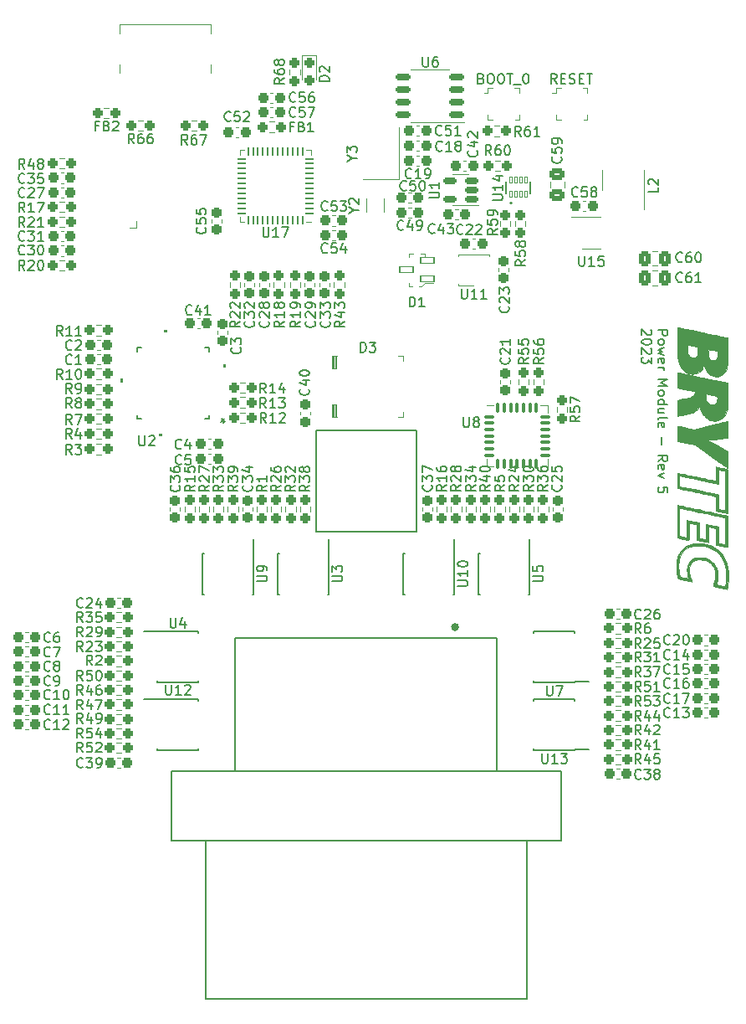
<source format=gto>
G04 #@! TF.GenerationSoftware,KiCad,Pcbnew,(7.0.0)*
G04 #@! TF.CreationDate,2023-08-22T13:44:59-04:00*
G04 #@! TF.ProjectId,Power Module Rev 5,506f7765-7220-44d6-9f64-756c65205265,rev?*
G04 #@! TF.SameCoordinates,Original*
G04 #@! TF.FileFunction,Legend,Top*
G04 #@! TF.FilePolarity,Positive*
%FSLAX46Y46*%
G04 Gerber Fmt 4.6, Leading zero omitted, Abs format (unit mm)*
G04 Created by KiCad (PCBNEW (7.0.0)) date 2023-08-22 13:44:59*
%MOMM*%
%LPD*%
G01*
G04 APERTURE LIST*
G04 Aperture macros list*
%AMRoundRect*
0 Rectangle with rounded corners*
0 $1 Rounding radius*
0 $2 $3 $4 $5 $6 $7 $8 $9 X,Y pos of 4 corners*
0 Add a 4 corners polygon primitive as box body*
4,1,4,$2,$3,$4,$5,$6,$7,$8,$9,$2,$3,0*
0 Add four circle primitives for the rounded corners*
1,1,$1+$1,$2,$3*
1,1,$1+$1,$4,$5*
1,1,$1+$1,$6,$7*
1,1,$1+$1,$8,$9*
0 Add four rect primitives between the rounded corners*
20,1,$1+$1,$2,$3,$4,$5,0*
20,1,$1+$1,$4,$5,$6,$7,0*
20,1,$1+$1,$6,$7,$8,$9,0*
20,1,$1+$1,$8,$9,$2,$3,0*%
G04 Aperture macros list end*
%ADD10C,0.150000*%
%ADD11C,0.120000*%
%ADD12C,0.100000*%
%ADD13C,0.152400*%
%ADD14C,0.127000*%
%ADD15C,0.400000*%
%ADD16C,0.200000*%
%ADD17C,0.010000*%
%ADD18RoundRect,0.237500X-0.300000X-0.237500X0.300000X-0.237500X0.300000X0.237500X-0.300000X0.237500X0*%
%ADD19RoundRect,0.237500X0.237500X-0.250000X0.237500X0.250000X-0.237500X0.250000X-0.237500X-0.250000X0*%
%ADD20RoundRect,0.237500X0.237500X-0.300000X0.237500X0.300000X-0.237500X0.300000X-0.237500X-0.300000X0*%
%ADD21R,0.450000X1.310000*%
%ADD22R,4.000000X2.650000*%
%ADD23RoundRect,0.237500X0.250000X0.237500X-0.250000X0.237500X-0.250000X-0.237500X0.250000X-0.237500X0*%
%ADD24R,0.650000X0.350000*%
%ADD25R,1.550000X2.400000*%
%ADD26RoundRect,0.237500X0.300000X0.237500X-0.300000X0.237500X-0.300000X-0.237500X0.300000X-0.237500X0*%
%ADD27R,0.800000X1.700000*%
%ADD28R,1.300000X1.600000*%
%ADD29R,2.500000X3.300000*%
%ADD30RoundRect,0.237500X-0.250000X-0.237500X0.250000X-0.237500X0.250000X0.237500X-0.250000X0.237500X0*%
%ADD31R,1.310000X0.450000*%
%ADD32R,2.650000X4.000000*%
%ADD33R,1.346200X0.279400*%
%ADD34R,0.279400X1.346200*%
%ADD35R,4.140200X4.140200*%
%ADD36RoundRect,0.237500X-0.237500X0.287500X-0.237500X-0.287500X0.237500X-0.287500X0.237500X0.287500X0*%
%ADD37C,0.990600*%
%ADD38C,0.787400*%
%ADD39RoundRect,0.150000X0.512500X0.150000X-0.512500X0.150000X-0.512500X-0.150000X0.512500X-0.150000X0*%
%ADD40RoundRect,0.237500X-0.237500X0.250000X-0.237500X-0.250000X0.237500X-0.250000X0.237500X0.250000X0*%
%ADD41R,3.300000X1.200000*%
%ADD42C,0.600000*%
%ADD43O,0.850000X0.600000*%
%ADD44R,0.520000X1.000000*%
%ADD45R,0.270000X1.000000*%
%ADD46O,1.300000X2.300000*%
%ADD47O,1.300000X2.600000*%
%ADD48R,1.000000X2.000000*%
%ADD49RoundRect,0.237500X-0.237500X0.300000X-0.237500X-0.300000X0.237500X-0.300000X0.237500X0.300000X0*%
%ADD50RoundRect,0.062500X0.375000X0.062500X-0.375000X0.062500X-0.375000X-0.062500X0.375000X-0.062500X0*%
%ADD51RoundRect,0.062500X0.062500X0.375000X-0.062500X0.375000X-0.062500X-0.375000X0.062500X-0.375000X0*%
%ADD52R,5.600000X5.600000*%
%ADD53C,3.400000*%
%ADD54R,2.250000X2.250000*%
%ADD55C,2.250000*%
%ADD56C,2.003200*%
%ADD57RoundRect,0.012800X0.147200X-0.317200X0.147200X0.317200X-0.147200X0.317200X-0.147200X-0.317200X0*%
%ADD58RoundRect,0.250000X-0.337500X-0.475000X0.337500X-0.475000X0.337500X0.475000X-0.337500X0.475000X0*%
%ADD59RoundRect,0.150000X0.625000X0.150000X-0.625000X0.150000X-0.625000X-0.150000X0.625000X-0.150000X0*%
%ADD60R,1.800000X1.000000*%
%ADD61RoundRect,0.250000X-0.475000X0.337500X-0.475000X-0.337500X0.475000X-0.337500X0.475000X0.337500X0*%
%ADD62RoundRect,0.075000X-0.437500X-0.075000X0.437500X-0.075000X0.437500X0.075000X-0.437500X0.075000X0*%
%ADD63RoundRect,0.075000X-0.075000X-0.437500X0.075000X-0.437500X0.075000X0.437500X-0.075000X0.437500X0*%
%ADD64R,4.250000X4.250000*%
%ADD65R,1.560000X0.650000*%
%ADD66RoundRect,0.070000X0.650000X0.300000X-0.650000X0.300000X-0.650000X-0.300000X0.650000X-0.300000X0*%
G04 APERTURE END LIST*
D10*
X138645828Y-54046371D02*
X138788685Y-54093990D01*
X138788685Y-54093990D02*
X138836304Y-54141609D01*
X138836304Y-54141609D02*
X138883923Y-54236847D01*
X138883923Y-54236847D02*
X138883923Y-54379704D01*
X138883923Y-54379704D02*
X138836304Y-54474942D01*
X138836304Y-54474942D02*
X138788685Y-54522561D01*
X138788685Y-54522561D02*
X138693447Y-54570180D01*
X138693447Y-54570180D02*
X138312495Y-54570180D01*
X138312495Y-54570180D02*
X138312495Y-53570180D01*
X138312495Y-53570180D02*
X138645828Y-53570180D01*
X138645828Y-53570180D02*
X138741066Y-53617800D01*
X138741066Y-53617800D02*
X138788685Y-53665419D01*
X138788685Y-53665419D02*
X138836304Y-53760657D01*
X138836304Y-53760657D02*
X138836304Y-53855895D01*
X138836304Y-53855895D02*
X138788685Y-53951133D01*
X138788685Y-53951133D02*
X138741066Y-53998752D01*
X138741066Y-53998752D02*
X138645828Y-54046371D01*
X138645828Y-54046371D02*
X138312495Y-54046371D01*
X139502971Y-53570180D02*
X139693447Y-53570180D01*
X139693447Y-53570180D02*
X139788685Y-53617800D01*
X139788685Y-53617800D02*
X139883923Y-53713038D01*
X139883923Y-53713038D02*
X139931542Y-53903514D01*
X139931542Y-53903514D02*
X139931542Y-54236847D01*
X139931542Y-54236847D02*
X139883923Y-54427323D01*
X139883923Y-54427323D02*
X139788685Y-54522561D01*
X139788685Y-54522561D02*
X139693447Y-54570180D01*
X139693447Y-54570180D02*
X139502971Y-54570180D01*
X139502971Y-54570180D02*
X139407733Y-54522561D01*
X139407733Y-54522561D02*
X139312495Y-54427323D01*
X139312495Y-54427323D02*
X139264876Y-54236847D01*
X139264876Y-54236847D02*
X139264876Y-53903514D01*
X139264876Y-53903514D02*
X139312495Y-53713038D01*
X139312495Y-53713038D02*
X139407733Y-53617800D01*
X139407733Y-53617800D02*
X139502971Y-53570180D01*
X140550590Y-53570180D02*
X140741066Y-53570180D01*
X140741066Y-53570180D02*
X140836304Y-53617800D01*
X140836304Y-53617800D02*
X140931542Y-53713038D01*
X140931542Y-53713038D02*
X140979161Y-53903514D01*
X140979161Y-53903514D02*
X140979161Y-54236847D01*
X140979161Y-54236847D02*
X140931542Y-54427323D01*
X140931542Y-54427323D02*
X140836304Y-54522561D01*
X140836304Y-54522561D02*
X140741066Y-54570180D01*
X140741066Y-54570180D02*
X140550590Y-54570180D01*
X140550590Y-54570180D02*
X140455352Y-54522561D01*
X140455352Y-54522561D02*
X140360114Y-54427323D01*
X140360114Y-54427323D02*
X140312495Y-54236847D01*
X140312495Y-54236847D02*
X140312495Y-53903514D01*
X140312495Y-53903514D02*
X140360114Y-53713038D01*
X140360114Y-53713038D02*
X140455352Y-53617800D01*
X140455352Y-53617800D02*
X140550590Y-53570180D01*
X141264876Y-53570180D02*
X141836304Y-53570180D01*
X141550590Y-54570180D02*
X141550590Y-53570180D01*
X141931543Y-54665419D02*
X142693447Y-54665419D01*
X143122019Y-53570180D02*
X143217257Y-53570180D01*
X143217257Y-53570180D02*
X143312495Y-53617800D01*
X143312495Y-53617800D02*
X143360114Y-53665419D01*
X143360114Y-53665419D02*
X143407733Y-53760657D01*
X143407733Y-53760657D02*
X143455352Y-53951133D01*
X143455352Y-53951133D02*
X143455352Y-54189228D01*
X143455352Y-54189228D02*
X143407733Y-54379704D01*
X143407733Y-54379704D02*
X143360114Y-54474942D01*
X143360114Y-54474942D02*
X143312495Y-54522561D01*
X143312495Y-54522561D02*
X143217257Y-54570180D01*
X143217257Y-54570180D02*
X143122019Y-54570180D01*
X143122019Y-54570180D02*
X143026781Y-54522561D01*
X143026781Y-54522561D02*
X142979162Y-54474942D01*
X142979162Y-54474942D02*
X142931543Y-54379704D01*
X142931543Y-54379704D02*
X142883924Y-54189228D01*
X142883924Y-54189228D02*
X142883924Y-53951133D01*
X142883924Y-53951133D02*
X142931543Y-53760657D01*
X142931543Y-53760657D02*
X142979162Y-53665419D01*
X142979162Y-53665419D02*
X143026781Y-53617800D01*
X143026781Y-53617800D02*
X143122019Y-53570180D01*
X146275323Y-54570180D02*
X145941990Y-54093990D01*
X145703895Y-54570180D02*
X145703895Y-53570180D01*
X145703895Y-53570180D02*
X146084847Y-53570180D01*
X146084847Y-53570180D02*
X146180085Y-53617800D01*
X146180085Y-53617800D02*
X146227704Y-53665419D01*
X146227704Y-53665419D02*
X146275323Y-53760657D01*
X146275323Y-53760657D02*
X146275323Y-53903514D01*
X146275323Y-53903514D02*
X146227704Y-53998752D01*
X146227704Y-53998752D02*
X146180085Y-54046371D01*
X146180085Y-54046371D02*
X146084847Y-54093990D01*
X146084847Y-54093990D02*
X145703895Y-54093990D01*
X146703895Y-54046371D02*
X147037228Y-54046371D01*
X147180085Y-54570180D02*
X146703895Y-54570180D01*
X146703895Y-54570180D02*
X146703895Y-53570180D01*
X146703895Y-53570180D02*
X147180085Y-53570180D01*
X147561038Y-54522561D02*
X147703895Y-54570180D01*
X147703895Y-54570180D02*
X147941990Y-54570180D01*
X147941990Y-54570180D02*
X148037228Y-54522561D01*
X148037228Y-54522561D02*
X148084847Y-54474942D01*
X148084847Y-54474942D02*
X148132466Y-54379704D01*
X148132466Y-54379704D02*
X148132466Y-54284466D01*
X148132466Y-54284466D02*
X148084847Y-54189228D01*
X148084847Y-54189228D02*
X148037228Y-54141609D01*
X148037228Y-54141609D02*
X147941990Y-54093990D01*
X147941990Y-54093990D02*
X147751514Y-54046371D01*
X147751514Y-54046371D02*
X147656276Y-53998752D01*
X147656276Y-53998752D02*
X147608657Y-53951133D01*
X147608657Y-53951133D02*
X147561038Y-53855895D01*
X147561038Y-53855895D02*
X147561038Y-53760657D01*
X147561038Y-53760657D02*
X147608657Y-53665419D01*
X147608657Y-53665419D02*
X147656276Y-53617800D01*
X147656276Y-53617800D02*
X147751514Y-53570180D01*
X147751514Y-53570180D02*
X147989609Y-53570180D01*
X147989609Y-53570180D02*
X148132466Y-53617800D01*
X148561038Y-54046371D02*
X148894371Y-54046371D01*
X149037228Y-54570180D02*
X148561038Y-54570180D01*
X148561038Y-54570180D02*
X148561038Y-53570180D01*
X148561038Y-53570180D02*
X149037228Y-53570180D01*
X149322943Y-53570180D02*
X149894371Y-53570180D01*
X149608657Y-54570180D02*
X149608657Y-53570180D01*
X156523619Y-79486095D02*
X157523619Y-79486095D01*
X157523619Y-79486095D02*
X157523619Y-79867047D01*
X157523619Y-79867047D02*
X157476000Y-79962285D01*
X157476000Y-79962285D02*
X157428380Y-80009904D01*
X157428380Y-80009904D02*
X157333142Y-80057523D01*
X157333142Y-80057523D02*
X157190285Y-80057523D01*
X157190285Y-80057523D02*
X157095047Y-80009904D01*
X157095047Y-80009904D02*
X157047428Y-79962285D01*
X157047428Y-79962285D02*
X156999809Y-79867047D01*
X156999809Y-79867047D02*
X156999809Y-79486095D01*
X156523619Y-80628952D02*
X156571238Y-80533714D01*
X156571238Y-80533714D02*
X156618857Y-80486095D01*
X156618857Y-80486095D02*
X156714095Y-80438476D01*
X156714095Y-80438476D02*
X156999809Y-80438476D01*
X156999809Y-80438476D02*
X157095047Y-80486095D01*
X157095047Y-80486095D02*
X157142666Y-80533714D01*
X157142666Y-80533714D02*
X157190285Y-80628952D01*
X157190285Y-80628952D02*
X157190285Y-80771809D01*
X157190285Y-80771809D02*
X157142666Y-80867047D01*
X157142666Y-80867047D02*
X157095047Y-80914666D01*
X157095047Y-80914666D02*
X156999809Y-80962285D01*
X156999809Y-80962285D02*
X156714095Y-80962285D01*
X156714095Y-80962285D02*
X156618857Y-80914666D01*
X156618857Y-80914666D02*
X156571238Y-80867047D01*
X156571238Y-80867047D02*
X156523619Y-80771809D01*
X156523619Y-80771809D02*
X156523619Y-80628952D01*
X157190285Y-81295619D02*
X156523619Y-81486095D01*
X156523619Y-81486095D02*
X156999809Y-81676571D01*
X156999809Y-81676571D02*
X156523619Y-81867047D01*
X156523619Y-81867047D02*
X157190285Y-82057523D01*
X156571238Y-82819428D02*
X156523619Y-82724190D01*
X156523619Y-82724190D02*
X156523619Y-82533714D01*
X156523619Y-82533714D02*
X156571238Y-82438476D01*
X156571238Y-82438476D02*
X156666476Y-82390857D01*
X156666476Y-82390857D02*
X157047428Y-82390857D01*
X157047428Y-82390857D02*
X157142666Y-82438476D01*
X157142666Y-82438476D02*
X157190285Y-82533714D01*
X157190285Y-82533714D02*
X157190285Y-82724190D01*
X157190285Y-82724190D02*
X157142666Y-82819428D01*
X157142666Y-82819428D02*
X157047428Y-82867047D01*
X157047428Y-82867047D02*
X156952190Y-82867047D01*
X156952190Y-82867047D02*
X156856952Y-82390857D01*
X156523619Y-83295619D02*
X157190285Y-83295619D01*
X156999809Y-83295619D02*
X157095047Y-83343238D01*
X157095047Y-83343238D02*
X157142666Y-83390857D01*
X157142666Y-83390857D02*
X157190285Y-83486095D01*
X157190285Y-83486095D02*
X157190285Y-83581333D01*
X156523619Y-84514667D02*
X157523619Y-84514667D01*
X157523619Y-84514667D02*
X156809333Y-84848000D01*
X156809333Y-84848000D02*
X157523619Y-85181333D01*
X157523619Y-85181333D02*
X156523619Y-85181333D01*
X156523619Y-85800381D02*
X156571238Y-85705143D01*
X156571238Y-85705143D02*
X156618857Y-85657524D01*
X156618857Y-85657524D02*
X156714095Y-85609905D01*
X156714095Y-85609905D02*
X156999809Y-85609905D01*
X156999809Y-85609905D02*
X157095047Y-85657524D01*
X157095047Y-85657524D02*
X157142666Y-85705143D01*
X157142666Y-85705143D02*
X157190285Y-85800381D01*
X157190285Y-85800381D02*
X157190285Y-85943238D01*
X157190285Y-85943238D02*
X157142666Y-86038476D01*
X157142666Y-86038476D02*
X157095047Y-86086095D01*
X157095047Y-86086095D02*
X156999809Y-86133714D01*
X156999809Y-86133714D02*
X156714095Y-86133714D01*
X156714095Y-86133714D02*
X156618857Y-86086095D01*
X156618857Y-86086095D02*
X156571238Y-86038476D01*
X156571238Y-86038476D02*
X156523619Y-85943238D01*
X156523619Y-85943238D02*
X156523619Y-85800381D01*
X156523619Y-86990857D02*
X157523619Y-86990857D01*
X156571238Y-86990857D02*
X156523619Y-86895619D01*
X156523619Y-86895619D02*
X156523619Y-86705143D01*
X156523619Y-86705143D02*
X156571238Y-86609905D01*
X156571238Y-86609905D02*
X156618857Y-86562286D01*
X156618857Y-86562286D02*
X156714095Y-86514667D01*
X156714095Y-86514667D02*
X156999809Y-86514667D01*
X156999809Y-86514667D02*
X157095047Y-86562286D01*
X157095047Y-86562286D02*
X157142666Y-86609905D01*
X157142666Y-86609905D02*
X157190285Y-86705143D01*
X157190285Y-86705143D02*
X157190285Y-86895619D01*
X157190285Y-86895619D02*
X157142666Y-86990857D01*
X157190285Y-87895619D02*
X156523619Y-87895619D01*
X157190285Y-87467048D02*
X156666476Y-87467048D01*
X156666476Y-87467048D02*
X156571238Y-87514667D01*
X156571238Y-87514667D02*
X156523619Y-87609905D01*
X156523619Y-87609905D02*
X156523619Y-87752762D01*
X156523619Y-87752762D02*
X156571238Y-87848000D01*
X156571238Y-87848000D02*
X156618857Y-87895619D01*
X156523619Y-88514667D02*
X156571238Y-88419429D01*
X156571238Y-88419429D02*
X156666476Y-88371810D01*
X156666476Y-88371810D02*
X157523619Y-88371810D01*
X156571238Y-89276572D02*
X156523619Y-89181334D01*
X156523619Y-89181334D02*
X156523619Y-88990858D01*
X156523619Y-88990858D02*
X156571238Y-88895620D01*
X156571238Y-88895620D02*
X156666476Y-88848001D01*
X156666476Y-88848001D02*
X157047428Y-88848001D01*
X157047428Y-88848001D02*
X157142666Y-88895620D01*
X157142666Y-88895620D02*
X157190285Y-88990858D01*
X157190285Y-88990858D02*
X157190285Y-89181334D01*
X157190285Y-89181334D02*
X157142666Y-89276572D01*
X157142666Y-89276572D02*
X157047428Y-89324191D01*
X157047428Y-89324191D02*
X156952190Y-89324191D01*
X156952190Y-89324191D02*
X156856952Y-88848001D01*
X156904571Y-90352763D02*
X156904571Y-91114668D01*
X156523619Y-92762286D02*
X156999809Y-92428953D01*
X156523619Y-92190858D02*
X157523619Y-92190858D01*
X157523619Y-92190858D02*
X157523619Y-92571810D01*
X157523619Y-92571810D02*
X157476000Y-92667048D01*
X157476000Y-92667048D02*
X157428380Y-92714667D01*
X157428380Y-92714667D02*
X157333142Y-92762286D01*
X157333142Y-92762286D02*
X157190285Y-92762286D01*
X157190285Y-92762286D02*
X157095047Y-92714667D01*
X157095047Y-92714667D02*
X157047428Y-92667048D01*
X157047428Y-92667048D02*
X156999809Y-92571810D01*
X156999809Y-92571810D02*
X156999809Y-92190858D01*
X156571238Y-93571810D02*
X156523619Y-93476572D01*
X156523619Y-93476572D02*
X156523619Y-93286096D01*
X156523619Y-93286096D02*
X156571238Y-93190858D01*
X156571238Y-93190858D02*
X156666476Y-93143239D01*
X156666476Y-93143239D02*
X157047428Y-93143239D01*
X157047428Y-93143239D02*
X157142666Y-93190858D01*
X157142666Y-93190858D02*
X157190285Y-93286096D01*
X157190285Y-93286096D02*
X157190285Y-93476572D01*
X157190285Y-93476572D02*
X157142666Y-93571810D01*
X157142666Y-93571810D02*
X157047428Y-93619429D01*
X157047428Y-93619429D02*
X156952190Y-93619429D01*
X156952190Y-93619429D02*
X156856952Y-93143239D01*
X157190285Y-93952763D02*
X156523619Y-94190858D01*
X156523619Y-94190858D02*
X157190285Y-94428953D01*
X157523619Y-95886096D02*
X157523619Y-95409906D01*
X157523619Y-95409906D02*
X157047428Y-95362287D01*
X157047428Y-95362287D02*
X157095047Y-95409906D01*
X157095047Y-95409906D02*
X157142666Y-95505144D01*
X157142666Y-95505144D02*
X157142666Y-95743239D01*
X157142666Y-95743239D02*
X157095047Y-95838477D01*
X157095047Y-95838477D02*
X157047428Y-95886096D01*
X157047428Y-95886096D02*
X156952190Y-95933715D01*
X156952190Y-95933715D02*
X156714095Y-95933715D01*
X156714095Y-95933715D02*
X156618857Y-95886096D01*
X156618857Y-95886096D02*
X156571238Y-95838477D01*
X156571238Y-95838477D02*
X156523619Y-95743239D01*
X156523619Y-95743239D02*
X156523619Y-95505144D01*
X156523619Y-95505144D02*
X156571238Y-95409906D01*
X156571238Y-95409906D02*
X156618857Y-95362287D01*
X155808380Y-79438476D02*
X155856000Y-79486095D01*
X155856000Y-79486095D02*
X155903619Y-79581333D01*
X155903619Y-79581333D02*
X155903619Y-79819428D01*
X155903619Y-79819428D02*
X155856000Y-79914666D01*
X155856000Y-79914666D02*
X155808380Y-79962285D01*
X155808380Y-79962285D02*
X155713142Y-80009904D01*
X155713142Y-80009904D02*
X155617904Y-80009904D01*
X155617904Y-80009904D02*
X155475047Y-79962285D01*
X155475047Y-79962285D02*
X154903619Y-79390857D01*
X154903619Y-79390857D02*
X154903619Y-80009904D01*
X155903619Y-80628952D02*
X155903619Y-80724190D01*
X155903619Y-80724190D02*
X155856000Y-80819428D01*
X155856000Y-80819428D02*
X155808380Y-80867047D01*
X155808380Y-80867047D02*
X155713142Y-80914666D01*
X155713142Y-80914666D02*
X155522666Y-80962285D01*
X155522666Y-80962285D02*
X155284571Y-80962285D01*
X155284571Y-80962285D02*
X155094095Y-80914666D01*
X155094095Y-80914666D02*
X154998857Y-80867047D01*
X154998857Y-80867047D02*
X154951238Y-80819428D01*
X154951238Y-80819428D02*
X154903619Y-80724190D01*
X154903619Y-80724190D02*
X154903619Y-80628952D01*
X154903619Y-80628952D02*
X154951238Y-80533714D01*
X154951238Y-80533714D02*
X154998857Y-80486095D01*
X154998857Y-80486095D02*
X155094095Y-80438476D01*
X155094095Y-80438476D02*
X155284571Y-80390857D01*
X155284571Y-80390857D02*
X155522666Y-80390857D01*
X155522666Y-80390857D02*
X155713142Y-80438476D01*
X155713142Y-80438476D02*
X155808380Y-80486095D01*
X155808380Y-80486095D02*
X155856000Y-80533714D01*
X155856000Y-80533714D02*
X155903619Y-80628952D01*
X155808380Y-81343238D02*
X155856000Y-81390857D01*
X155856000Y-81390857D02*
X155903619Y-81486095D01*
X155903619Y-81486095D02*
X155903619Y-81724190D01*
X155903619Y-81724190D02*
X155856000Y-81819428D01*
X155856000Y-81819428D02*
X155808380Y-81867047D01*
X155808380Y-81867047D02*
X155713142Y-81914666D01*
X155713142Y-81914666D02*
X155617904Y-81914666D01*
X155617904Y-81914666D02*
X155475047Y-81867047D01*
X155475047Y-81867047D02*
X154903619Y-81295619D01*
X154903619Y-81295619D02*
X154903619Y-81914666D01*
X155903619Y-82248000D02*
X155903619Y-82867047D01*
X155903619Y-82867047D02*
X155522666Y-82533714D01*
X155522666Y-82533714D02*
X155522666Y-82676571D01*
X155522666Y-82676571D02*
X155475047Y-82771809D01*
X155475047Y-82771809D02*
X155427428Y-82819428D01*
X155427428Y-82819428D02*
X155332190Y-82867047D01*
X155332190Y-82867047D02*
X155094095Y-82867047D01*
X155094095Y-82867047D02*
X154998857Y-82819428D01*
X154998857Y-82819428D02*
X154951238Y-82771809D01*
X154951238Y-82771809D02*
X154903619Y-82676571D01*
X154903619Y-82676571D02*
X154903619Y-82390857D01*
X154903619Y-82390857D02*
X154951238Y-82295619D01*
X154951238Y-82295619D02*
X154998857Y-82248000D01*
X119851561Y-56355342D02*
X119803942Y-56402961D01*
X119803942Y-56402961D02*
X119661085Y-56450580D01*
X119661085Y-56450580D02*
X119565847Y-56450580D01*
X119565847Y-56450580D02*
X119422990Y-56402961D01*
X119422990Y-56402961D02*
X119327752Y-56307723D01*
X119327752Y-56307723D02*
X119280133Y-56212485D01*
X119280133Y-56212485D02*
X119232514Y-56022009D01*
X119232514Y-56022009D02*
X119232514Y-55879152D01*
X119232514Y-55879152D02*
X119280133Y-55688676D01*
X119280133Y-55688676D02*
X119327752Y-55593438D01*
X119327752Y-55593438D02*
X119422990Y-55498200D01*
X119422990Y-55498200D02*
X119565847Y-55450580D01*
X119565847Y-55450580D02*
X119661085Y-55450580D01*
X119661085Y-55450580D02*
X119803942Y-55498200D01*
X119803942Y-55498200D02*
X119851561Y-55545819D01*
X120756323Y-55450580D02*
X120280133Y-55450580D01*
X120280133Y-55450580D02*
X120232514Y-55926771D01*
X120232514Y-55926771D02*
X120280133Y-55879152D01*
X120280133Y-55879152D02*
X120375371Y-55831533D01*
X120375371Y-55831533D02*
X120613466Y-55831533D01*
X120613466Y-55831533D02*
X120708704Y-55879152D01*
X120708704Y-55879152D02*
X120756323Y-55926771D01*
X120756323Y-55926771D02*
X120803942Y-56022009D01*
X120803942Y-56022009D02*
X120803942Y-56260104D01*
X120803942Y-56260104D02*
X120756323Y-56355342D01*
X120756323Y-56355342D02*
X120708704Y-56402961D01*
X120708704Y-56402961D02*
X120613466Y-56450580D01*
X120613466Y-56450580D02*
X120375371Y-56450580D01*
X120375371Y-56450580D02*
X120280133Y-56402961D01*
X120280133Y-56402961D02*
X120232514Y-56355342D01*
X121661085Y-55450580D02*
X121470609Y-55450580D01*
X121470609Y-55450580D02*
X121375371Y-55498200D01*
X121375371Y-55498200D02*
X121327752Y-55545819D01*
X121327752Y-55545819D02*
X121232514Y-55688676D01*
X121232514Y-55688676D02*
X121184895Y-55879152D01*
X121184895Y-55879152D02*
X121184895Y-56260104D01*
X121184895Y-56260104D02*
X121232514Y-56355342D01*
X121232514Y-56355342D02*
X121280133Y-56402961D01*
X121280133Y-56402961D02*
X121375371Y-56450580D01*
X121375371Y-56450580D02*
X121565847Y-56450580D01*
X121565847Y-56450580D02*
X121661085Y-56402961D01*
X121661085Y-56402961D02*
X121708704Y-56355342D01*
X121708704Y-56355342D02*
X121756323Y-56260104D01*
X121756323Y-56260104D02*
X121756323Y-56022009D01*
X121756323Y-56022009D02*
X121708704Y-55926771D01*
X121708704Y-55926771D02*
X121661085Y-55879152D01*
X121661085Y-55879152D02*
X121565847Y-55831533D01*
X121565847Y-55831533D02*
X121375371Y-55831533D01*
X121375371Y-55831533D02*
X121280133Y-55879152D01*
X121280133Y-55879152D02*
X121232514Y-55926771D01*
X121232514Y-55926771D02*
X121184895Y-56022009D01*
X114007980Y-95183557D02*
X113531790Y-95516890D01*
X114007980Y-95754985D02*
X113007980Y-95754985D01*
X113007980Y-95754985D02*
X113007980Y-95374033D01*
X113007980Y-95374033D02*
X113055600Y-95278795D01*
X113055600Y-95278795D02*
X113103219Y-95231176D01*
X113103219Y-95231176D02*
X113198457Y-95183557D01*
X113198457Y-95183557D02*
X113341314Y-95183557D01*
X113341314Y-95183557D02*
X113436552Y-95231176D01*
X113436552Y-95231176D02*
X113484171Y-95278795D01*
X113484171Y-95278795D02*
X113531790Y-95374033D01*
X113531790Y-95374033D02*
X113531790Y-95754985D01*
X113007980Y-94850223D02*
X113007980Y-94231176D01*
X113007980Y-94231176D02*
X113388933Y-94564509D01*
X113388933Y-94564509D02*
X113388933Y-94421652D01*
X113388933Y-94421652D02*
X113436552Y-94326414D01*
X113436552Y-94326414D02*
X113484171Y-94278795D01*
X113484171Y-94278795D02*
X113579409Y-94231176D01*
X113579409Y-94231176D02*
X113817504Y-94231176D01*
X113817504Y-94231176D02*
X113912742Y-94278795D01*
X113912742Y-94278795D02*
X113960361Y-94326414D01*
X113960361Y-94326414D02*
X114007980Y-94421652D01*
X114007980Y-94421652D02*
X114007980Y-94707366D01*
X114007980Y-94707366D02*
X113960361Y-94802604D01*
X113960361Y-94802604D02*
X113912742Y-94850223D01*
X114007980Y-93754985D02*
X114007980Y-93564509D01*
X114007980Y-93564509D02*
X113960361Y-93469271D01*
X113960361Y-93469271D02*
X113912742Y-93421652D01*
X113912742Y-93421652D02*
X113769885Y-93326414D01*
X113769885Y-93326414D02*
X113579409Y-93278795D01*
X113579409Y-93278795D02*
X113198457Y-93278795D01*
X113198457Y-93278795D02*
X113103219Y-93326414D01*
X113103219Y-93326414D02*
X113055600Y-93374033D01*
X113055600Y-93374033D02*
X113007980Y-93469271D01*
X113007980Y-93469271D02*
X113007980Y-93659747D01*
X113007980Y-93659747D02*
X113055600Y-93754985D01*
X113055600Y-93754985D02*
X113103219Y-93802604D01*
X113103219Y-93802604D02*
X113198457Y-93850223D01*
X113198457Y-93850223D02*
X113436552Y-93850223D01*
X113436552Y-93850223D02*
X113531790Y-93802604D01*
X113531790Y-93802604D02*
X113579409Y-93754985D01*
X113579409Y-93754985D02*
X113627028Y-93659747D01*
X113627028Y-93659747D02*
X113627028Y-93469271D01*
X113627028Y-93469271D02*
X113579409Y-93374033D01*
X113579409Y-93374033D02*
X113531790Y-93326414D01*
X113531790Y-93326414D02*
X113436552Y-93278795D01*
X115385942Y-95183557D02*
X115433561Y-95231176D01*
X115433561Y-95231176D02*
X115481180Y-95374033D01*
X115481180Y-95374033D02*
X115481180Y-95469271D01*
X115481180Y-95469271D02*
X115433561Y-95612128D01*
X115433561Y-95612128D02*
X115338323Y-95707366D01*
X115338323Y-95707366D02*
X115243085Y-95754985D01*
X115243085Y-95754985D02*
X115052609Y-95802604D01*
X115052609Y-95802604D02*
X114909752Y-95802604D01*
X114909752Y-95802604D02*
X114719276Y-95754985D01*
X114719276Y-95754985D02*
X114624038Y-95707366D01*
X114624038Y-95707366D02*
X114528800Y-95612128D01*
X114528800Y-95612128D02*
X114481180Y-95469271D01*
X114481180Y-95469271D02*
X114481180Y-95374033D01*
X114481180Y-95374033D02*
X114528800Y-95231176D01*
X114528800Y-95231176D02*
X114576419Y-95183557D01*
X114481180Y-94850223D02*
X114481180Y-94231176D01*
X114481180Y-94231176D02*
X114862133Y-94564509D01*
X114862133Y-94564509D02*
X114862133Y-94421652D01*
X114862133Y-94421652D02*
X114909752Y-94326414D01*
X114909752Y-94326414D02*
X114957371Y-94278795D01*
X114957371Y-94278795D02*
X115052609Y-94231176D01*
X115052609Y-94231176D02*
X115290704Y-94231176D01*
X115290704Y-94231176D02*
X115385942Y-94278795D01*
X115385942Y-94278795D02*
X115433561Y-94326414D01*
X115433561Y-94326414D02*
X115481180Y-94421652D01*
X115481180Y-94421652D02*
X115481180Y-94707366D01*
X115481180Y-94707366D02*
X115433561Y-94802604D01*
X115433561Y-94802604D02*
X115385942Y-94850223D01*
X114814514Y-93374033D02*
X115481180Y-93374033D01*
X114433561Y-93612128D02*
X115147847Y-93850223D01*
X115147847Y-93850223D02*
X115147847Y-93231176D01*
X143893380Y-104901904D02*
X144702904Y-104901904D01*
X144702904Y-104901904D02*
X144798142Y-104854285D01*
X144798142Y-104854285D02*
X144845761Y-104806666D01*
X144845761Y-104806666D02*
X144893380Y-104711428D01*
X144893380Y-104711428D02*
X144893380Y-104520952D01*
X144893380Y-104520952D02*
X144845761Y-104425714D01*
X144845761Y-104425714D02*
X144798142Y-104378095D01*
X144798142Y-104378095D02*
X144702904Y-104330476D01*
X144702904Y-104330476D02*
X143893380Y-104330476D01*
X143893380Y-103378095D02*
X143893380Y-103854285D01*
X143893380Y-103854285D02*
X144369571Y-103901904D01*
X144369571Y-103901904D02*
X144321952Y-103854285D01*
X144321952Y-103854285D02*
X144274333Y-103759047D01*
X144274333Y-103759047D02*
X144274333Y-103520952D01*
X144274333Y-103520952D02*
X144321952Y-103425714D01*
X144321952Y-103425714D02*
X144369571Y-103378095D01*
X144369571Y-103378095D02*
X144464809Y-103330476D01*
X144464809Y-103330476D02*
X144702904Y-103330476D01*
X144702904Y-103330476D02*
X144798142Y-103378095D01*
X144798142Y-103378095D02*
X144845761Y-103425714D01*
X144845761Y-103425714D02*
X144893380Y-103520952D01*
X144893380Y-103520952D02*
X144893380Y-103759047D01*
X144893380Y-103759047D02*
X144845761Y-103854285D01*
X144845761Y-103854285D02*
X144798142Y-103901904D01*
X99267923Y-113371980D02*
X98934590Y-112895790D01*
X98696495Y-113371980D02*
X98696495Y-112371980D01*
X98696495Y-112371980D02*
X99077447Y-112371980D01*
X99077447Y-112371980D02*
X99172685Y-112419600D01*
X99172685Y-112419600D02*
X99220304Y-112467219D01*
X99220304Y-112467219D02*
X99267923Y-112562457D01*
X99267923Y-112562457D02*
X99267923Y-112705314D01*
X99267923Y-112705314D02*
X99220304Y-112800552D01*
X99220304Y-112800552D02*
X99172685Y-112848171D01*
X99172685Y-112848171D02*
X99077447Y-112895790D01*
X99077447Y-112895790D02*
X98696495Y-112895790D01*
X99648876Y-112467219D02*
X99696495Y-112419600D01*
X99696495Y-112419600D02*
X99791733Y-112371980D01*
X99791733Y-112371980D02*
X100029828Y-112371980D01*
X100029828Y-112371980D02*
X100125066Y-112419600D01*
X100125066Y-112419600D02*
X100172685Y-112467219D01*
X100172685Y-112467219D02*
X100220304Y-112562457D01*
X100220304Y-112562457D02*
X100220304Y-112657695D01*
X100220304Y-112657695D02*
X100172685Y-112800552D01*
X100172685Y-112800552D02*
X99601257Y-113371980D01*
X99601257Y-113371980D02*
X100220304Y-113371980D01*
X97210523Y-89013380D02*
X96877190Y-88537190D01*
X96639095Y-89013380D02*
X96639095Y-88013380D01*
X96639095Y-88013380D02*
X97020047Y-88013380D01*
X97020047Y-88013380D02*
X97115285Y-88061000D01*
X97115285Y-88061000D02*
X97162904Y-88108619D01*
X97162904Y-88108619D02*
X97210523Y-88203857D01*
X97210523Y-88203857D02*
X97210523Y-88346714D01*
X97210523Y-88346714D02*
X97162904Y-88441952D01*
X97162904Y-88441952D02*
X97115285Y-88489571D01*
X97115285Y-88489571D02*
X97020047Y-88537190D01*
X97020047Y-88537190D02*
X96639095Y-88537190D01*
X97543857Y-88013380D02*
X98210523Y-88013380D01*
X98210523Y-88013380D02*
X97781952Y-89013380D01*
X98315542Y-120737980D02*
X97982209Y-120261790D01*
X97744114Y-120737980D02*
X97744114Y-119737980D01*
X97744114Y-119737980D02*
X98125066Y-119737980D01*
X98125066Y-119737980D02*
X98220304Y-119785600D01*
X98220304Y-119785600D02*
X98267923Y-119833219D01*
X98267923Y-119833219D02*
X98315542Y-119928457D01*
X98315542Y-119928457D02*
X98315542Y-120071314D01*
X98315542Y-120071314D02*
X98267923Y-120166552D01*
X98267923Y-120166552D02*
X98220304Y-120214171D01*
X98220304Y-120214171D02*
X98125066Y-120261790D01*
X98125066Y-120261790D02*
X97744114Y-120261790D01*
X99220304Y-119737980D02*
X98744114Y-119737980D01*
X98744114Y-119737980D02*
X98696495Y-120214171D01*
X98696495Y-120214171D02*
X98744114Y-120166552D01*
X98744114Y-120166552D02*
X98839352Y-120118933D01*
X98839352Y-120118933D02*
X99077447Y-120118933D01*
X99077447Y-120118933D02*
X99172685Y-120166552D01*
X99172685Y-120166552D02*
X99220304Y-120214171D01*
X99220304Y-120214171D02*
X99267923Y-120309409D01*
X99267923Y-120309409D02*
X99267923Y-120547504D01*
X99267923Y-120547504D02*
X99220304Y-120642742D01*
X99220304Y-120642742D02*
X99172685Y-120690361D01*
X99172685Y-120690361D02*
X99077447Y-120737980D01*
X99077447Y-120737980D02*
X98839352Y-120737980D01*
X98839352Y-120737980D02*
X98744114Y-120690361D01*
X98744114Y-120690361D02*
X98696495Y-120642742D01*
X100125066Y-120071314D02*
X100125066Y-120737980D01*
X99886971Y-119690361D02*
X99648876Y-120404647D01*
X99648876Y-120404647D02*
X100267923Y-120404647D01*
X116857542Y-85863780D02*
X116524209Y-85387590D01*
X116286114Y-85863780D02*
X116286114Y-84863780D01*
X116286114Y-84863780D02*
X116667066Y-84863780D01*
X116667066Y-84863780D02*
X116762304Y-84911400D01*
X116762304Y-84911400D02*
X116809923Y-84959019D01*
X116809923Y-84959019D02*
X116857542Y-85054257D01*
X116857542Y-85054257D02*
X116857542Y-85197114D01*
X116857542Y-85197114D02*
X116809923Y-85292352D01*
X116809923Y-85292352D02*
X116762304Y-85339971D01*
X116762304Y-85339971D02*
X116667066Y-85387590D01*
X116667066Y-85387590D02*
X116286114Y-85387590D01*
X117809923Y-85863780D02*
X117238495Y-85863780D01*
X117524209Y-85863780D02*
X117524209Y-84863780D01*
X117524209Y-84863780D02*
X117428971Y-85006638D01*
X117428971Y-85006638D02*
X117333733Y-85101876D01*
X117333733Y-85101876D02*
X117238495Y-85149495D01*
X118667066Y-85197114D02*
X118667066Y-85863780D01*
X118428971Y-84816161D02*
X118190876Y-85530447D01*
X118190876Y-85530447D02*
X118809923Y-85530447D01*
X157751542Y-111219342D02*
X157703923Y-111266961D01*
X157703923Y-111266961D02*
X157561066Y-111314580D01*
X157561066Y-111314580D02*
X157465828Y-111314580D01*
X157465828Y-111314580D02*
X157322971Y-111266961D01*
X157322971Y-111266961D02*
X157227733Y-111171723D01*
X157227733Y-111171723D02*
X157180114Y-111076485D01*
X157180114Y-111076485D02*
X157132495Y-110886009D01*
X157132495Y-110886009D02*
X157132495Y-110743152D01*
X157132495Y-110743152D02*
X157180114Y-110552676D01*
X157180114Y-110552676D02*
X157227733Y-110457438D01*
X157227733Y-110457438D02*
X157322971Y-110362200D01*
X157322971Y-110362200D02*
X157465828Y-110314580D01*
X157465828Y-110314580D02*
X157561066Y-110314580D01*
X157561066Y-110314580D02*
X157703923Y-110362200D01*
X157703923Y-110362200D02*
X157751542Y-110409819D01*
X158132495Y-110409819D02*
X158180114Y-110362200D01*
X158180114Y-110362200D02*
X158275352Y-110314580D01*
X158275352Y-110314580D02*
X158513447Y-110314580D01*
X158513447Y-110314580D02*
X158608685Y-110362200D01*
X158608685Y-110362200D02*
X158656304Y-110409819D01*
X158656304Y-110409819D02*
X158703923Y-110505057D01*
X158703923Y-110505057D02*
X158703923Y-110600295D01*
X158703923Y-110600295D02*
X158656304Y-110743152D01*
X158656304Y-110743152D02*
X158084876Y-111314580D01*
X158084876Y-111314580D02*
X158703923Y-111314580D01*
X159322971Y-110314580D02*
X159418209Y-110314580D01*
X159418209Y-110314580D02*
X159513447Y-110362200D01*
X159513447Y-110362200D02*
X159561066Y-110409819D01*
X159561066Y-110409819D02*
X159608685Y-110505057D01*
X159608685Y-110505057D02*
X159656304Y-110695533D01*
X159656304Y-110695533D02*
X159656304Y-110933628D01*
X159656304Y-110933628D02*
X159608685Y-111124104D01*
X159608685Y-111124104D02*
X159561066Y-111219342D01*
X159561066Y-111219342D02*
X159513447Y-111266961D01*
X159513447Y-111266961D02*
X159418209Y-111314580D01*
X159418209Y-111314580D02*
X159322971Y-111314580D01*
X159322971Y-111314580D02*
X159227733Y-111266961D01*
X159227733Y-111266961D02*
X159180114Y-111219342D01*
X159180114Y-111219342D02*
X159132495Y-111124104D01*
X159132495Y-111124104D02*
X159084876Y-110933628D01*
X159084876Y-110933628D02*
X159084876Y-110695533D01*
X159084876Y-110695533D02*
X159132495Y-110505057D01*
X159132495Y-110505057D02*
X159180114Y-110409819D01*
X159180114Y-110409819D02*
X159227733Y-110362200D01*
X159227733Y-110362200D02*
X159322971Y-110314580D01*
X136646605Y-75320580D02*
X136646605Y-76130104D01*
X136646605Y-76130104D02*
X136694224Y-76225342D01*
X136694224Y-76225342D02*
X136741843Y-76272961D01*
X136741843Y-76272961D02*
X136837081Y-76320580D01*
X136837081Y-76320580D02*
X137027557Y-76320580D01*
X137027557Y-76320580D02*
X137122795Y-76272961D01*
X137122795Y-76272961D02*
X137170414Y-76225342D01*
X137170414Y-76225342D02*
X137218033Y-76130104D01*
X137218033Y-76130104D02*
X137218033Y-75320580D01*
X138218033Y-76320580D02*
X137646605Y-76320580D01*
X137932319Y-76320580D02*
X137932319Y-75320580D01*
X137932319Y-75320580D02*
X137837081Y-75463438D01*
X137837081Y-75463438D02*
X137741843Y-75558676D01*
X137741843Y-75558676D02*
X137646605Y-75606295D01*
X139170414Y-76320580D02*
X138598986Y-76320580D01*
X138884700Y-76320580D02*
X138884700Y-75320580D01*
X138884700Y-75320580D02*
X138789462Y-75463438D01*
X138789462Y-75463438D02*
X138694224Y-75558676D01*
X138694224Y-75558676D02*
X138598986Y-75606295D01*
X119613466Y-58923971D02*
X119280133Y-58923971D01*
X119280133Y-59447780D02*
X119280133Y-58447780D01*
X119280133Y-58447780D02*
X119756323Y-58447780D01*
X120470609Y-58923971D02*
X120613466Y-58971590D01*
X120613466Y-58971590D02*
X120661085Y-59019209D01*
X120661085Y-59019209D02*
X120708704Y-59114447D01*
X120708704Y-59114447D02*
X120708704Y-59257304D01*
X120708704Y-59257304D02*
X120661085Y-59352542D01*
X120661085Y-59352542D02*
X120613466Y-59400161D01*
X120613466Y-59400161D02*
X120518228Y-59447780D01*
X120518228Y-59447780D02*
X120137276Y-59447780D01*
X120137276Y-59447780D02*
X120137276Y-58447780D01*
X120137276Y-58447780D02*
X120470609Y-58447780D01*
X120470609Y-58447780D02*
X120565847Y-58495400D01*
X120565847Y-58495400D02*
X120613466Y-58543019D01*
X120613466Y-58543019D02*
X120661085Y-58638257D01*
X120661085Y-58638257D02*
X120661085Y-58733495D01*
X120661085Y-58733495D02*
X120613466Y-58828733D01*
X120613466Y-58828733D02*
X120565847Y-58876352D01*
X120565847Y-58876352D02*
X120470609Y-58923971D01*
X120470609Y-58923971D02*
X120137276Y-58923971D01*
X121661085Y-59447780D02*
X121089657Y-59447780D01*
X121375371Y-59447780D02*
X121375371Y-58447780D01*
X121375371Y-58447780D02*
X121280133Y-58590638D01*
X121280133Y-58590638D02*
X121184895Y-58685876D01*
X121184895Y-58685876D02*
X121089657Y-58733495D01*
X133926342Y-69639542D02*
X133878723Y-69687161D01*
X133878723Y-69687161D02*
X133735866Y-69734780D01*
X133735866Y-69734780D02*
X133640628Y-69734780D01*
X133640628Y-69734780D02*
X133497771Y-69687161D01*
X133497771Y-69687161D02*
X133402533Y-69591923D01*
X133402533Y-69591923D02*
X133354914Y-69496685D01*
X133354914Y-69496685D02*
X133307295Y-69306209D01*
X133307295Y-69306209D02*
X133307295Y-69163352D01*
X133307295Y-69163352D02*
X133354914Y-68972876D01*
X133354914Y-68972876D02*
X133402533Y-68877638D01*
X133402533Y-68877638D02*
X133497771Y-68782400D01*
X133497771Y-68782400D02*
X133640628Y-68734780D01*
X133640628Y-68734780D02*
X133735866Y-68734780D01*
X133735866Y-68734780D02*
X133878723Y-68782400D01*
X133878723Y-68782400D02*
X133926342Y-68830019D01*
X134783485Y-69068114D02*
X134783485Y-69734780D01*
X134545390Y-68687161D02*
X134307295Y-69401447D01*
X134307295Y-69401447D02*
X134926342Y-69401447D01*
X135212057Y-68734780D02*
X135831104Y-68734780D01*
X135831104Y-68734780D02*
X135497771Y-69115733D01*
X135497771Y-69115733D02*
X135640628Y-69115733D01*
X135640628Y-69115733D02*
X135735866Y-69163352D01*
X135735866Y-69163352D02*
X135783485Y-69210971D01*
X135783485Y-69210971D02*
X135831104Y-69306209D01*
X135831104Y-69306209D02*
X135831104Y-69544304D01*
X135831104Y-69544304D02*
X135783485Y-69639542D01*
X135783485Y-69639542D02*
X135735866Y-69687161D01*
X135735866Y-69687161D02*
X135640628Y-69734780D01*
X135640628Y-69734780D02*
X135354914Y-69734780D01*
X135354914Y-69734780D02*
X135259676Y-69687161D01*
X135259676Y-69687161D02*
X135212057Y-69639542D01*
X97210523Y-82872942D02*
X97162904Y-82920561D01*
X97162904Y-82920561D02*
X97020047Y-82968180D01*
X97020047Y-82968180D02*
X96924809Y-82968180D01*
X96924809Y-82968180D02*
X96781952Y-82920561D01*
X96781952Y-82920561D02*
X96686714Y-82825323D01*
X96686714Y-82825323D02*
X96639095Y-82730085D01*
X96639095Y-82730085D02*
X96591476Y-82539609D01*
X96591476Y-82539609D02*
X96591476Y-82396752D01*
X96591476Y-82396752D02*
X96639095Y-82206276D01*
X96639095Y-82206276D02*
X96686714Y-82111038D01*
X96686714Y-82111038D02*
X96781952Y-82015800D01*
X96781952Y-82015800D02*
X96924809Y-81968180D01*
X96924809Y-81968180D02*
X97020047Y-81968180D01*
X97020047Y-81968180D02*
X97162904Y-82015800D01*
X97162904Y-82015800D02*
X97210523Y-82063419D01*
X98162904Y-82968180D02*
X97591476Y-82968180D01*
X97877190Y-82968180D02*
X97877190Y-81968180D01*
X97877190Y-81968180D02*
X97781952Y-82111038D01*
X97781952Y-82111038D02*
X97686714Y-82206276D01*
X97686714Y-82206276D02*
X97591476Y-82253895D01*
X109639180Y-95183557D02*
X109162990Y-95516890D01*
X109639180Y-95754985D02*
X108639180Y-95754985D01*
X108639180Y-95754985D02*
X108639180Y-95374033D01*
X108639180Y-95374033D02*
X108686800Y-95278795D01*
X108686800Y-95278795D02*
X108734419Y-95231176D01*
X108734419Y-95231176D02*
X108829657Y-95183557D01*
X108829657Y-95183557D02*
X108972514Y-95183557D01*
X108972514Y-95183557D02*
X109067752Y-95231176D01*
X109067752Y-95231176D02*
X109115371Y-95278795D01*
X109115371Y-95278795D02*
X109162990Y-95374033D01*
X109162990Y-95374033D02*
X109162990Y-95754985D01*
X109639180Y-94231176D02*
X109639180Y-94802604D01*
X109639180Y-94516890D02*
X108639180Y-94516890D01*
X108639180Y-94516890D02*
X108782038Y-94612128D01*
X108782038Y-94612128D02*
X108877276Y-94707366D01*
X108877276Y-94707366D02*
X108924895Y-94802604D01*
X108639180Y-93326414D02*
X108639180Y-93802604D01*
X108639180Y-93802604D02*
X109115371Y-93850223D01*
X109115371Y-93850223D02*
X109067752Y-93802604D01*
X109067752Y-93802604D02*
X109020133Y-93707366D01*
X109020133Y-93707366D02*
X109020133Y-93469271D01*
X109020133Y-93469271D02*
X109067752Y-93374033D01*
X109067752Y-93374033D02*
X109115371Y-93326414D01*
X109115371Y-93326414D02*
X109210609Y-93278795D01*
X109210609Y-93278795D02*
X109448704Y-93278795D01*
X109448704Y-93278795D02*
X109543942Y-93326414D01*
X109543942Y-93326414D02*
X109591561Y-93374033D01*
X109591561Y-93374033D02*
X109639180Y-93469271D01*
X109639180Y-93469271D02*
X109639180Y-93707366D01*
X109639180Y-93707366D02*
X109591561Y-93802604D01*
X109591561Y-93802604D02*
X109543942Y-93850223D01*
X138194142Y-61348857D02*
X138241761Y-61396476D01*
X138241761Y-61396476D02*
X138289380Y-61539333D01*
X138289380Y-61539333D02*
X138289380Y-61634571D01*
X138289380Y-61634571D02*
X138241761Y-61777428D01*
X138241761Y-61777428D02*
X138146523Y-61872666D01*
X138146523Y-61872666D02*
X138051285Y-61920285D01*
X138051285Y-61920285D02*
X137860809Y-61967904D01*
X137860809Y-61967904D02*
X137717952Y-61967904D01*
X137717952Y-61967904D02*
X137527476Y-61920285D01*
X137527476Y-61920285D02*
X137432238Y-61872666D01*
X137432238Y-61872666D02*
X137337000Y-61777428D01*
X137337000Y-61777428D02*
X137289380Y-61634571D01*
X137289380Y-61634571D02*
X137289380Y-61539333D01*
X137289380Y-61539333D02*
X137337000Y-61396476D01*
X137337000Y-61396476D02*
X137384619Y-61348857D01*
X137622714Y-60491714D02*
X138289380Y-60491714D01*
X137241761Y-60729809D02*
X137956047Y-60967904D01*
X137956047Y-60967904D02*
X137956047Y-60348857D01*
X137384619Y-60015523D02*
X137337000Y-59967904D01*
X137337000Y-59967904D02*
X137289380Y-59872666D01*
X137289380Y-59872666D02*
X137289380Y-59634571D01*
X137289380Y-59634571D02*
X137337000Y-59539333D01*
X137337000Y-59539333D02*
X137384619Y-59491714D01*
X137384619Y-59491714D02*
X137479857Y-59444095D01*
X137479857Y-59444095D02*
X137575095Y-59444095D01*
X137575095Y-59444095D02*
X137717952Y-59491714D01*
X137717952Y-59491714D02*
X138289380Y-60063142D01*
X138289380Y-60063142D02*
X138289380Y-59444095D01*
X134637542Y-59708142D02*
X134589923Y-59755761D01*
X134589923Y-59755761D02*
X134447066Y-59803380D01*
X134447066Y-59803380D02*
X134351828Y-59803380D01*
X134351828Y-59803380D02*
X134208971Y-59755761D01*
X134208971Y-59755761D02*
X134113733Y-59660523D01*
X134113733Y-59660523D02*
X134066114Y-59565285D01*
X134066114Y-59565285D02*
X134018495Y-59374809D01*
X134018495Y-59374809D02*
X134018495Y-59231952D01*
X134018495Y-59231952D02*
X134066114Y-59041476D01*
X134066114Y-59041476D02*
X134113733Y-58946238D01*
X134113733Y-58946238D02*
X134208971Y-58851000D01*
X134208971Y-58851000D02*
X134351828Y-58803380D01*
X134351828Y-58803380D02*
X134447066Y-58803380D01*
X134447066Y-58803380D02*
X134589923Y-58851000D01*
X134589923Y-58851000D02*
X134637542Y-58898619D01*
X135542304Y-58803380D02*
X135066114Y-58803380D01*
X135066114Y-58803380D02*
X135018495Y-59279571D01*
X135018495Y-59279571D02*
X135066114Y-59231952D01*
X135066114Y-59231952D02*
X135161352Y-59184333D01*
X135161352Y-59184333D02*
X135399447Y-59184333D01*
X135399447Y-59184333D02*
X135494685Y-59231952D01*
X135494685Y-59231952D02*
X135542304Y-59279571D01*
X135542304Y-59279571D02*
X135589923Y-59374809D01*
X135589923Y-59374809D02*
X135589923Y-59612904D01*
X135589923Y-59612904D02*
X135542304Y-59708142D01*
X135542304Y-59708142D02*
X135494685Y-59755761D01*
X135494685Y-59755761D02*
X135399447Y-59803380D01*
X135399447Y-59803380D02*
X135161352Y-59803380D01*
X135161352Y-59803380D02*
X135066114Y-59755761D01*
X135066114Y-59755761D02*
X135018495Y-59708142D01*
X136542304Y-59803380D02*
X135970876Y-59803380D01*
X136256590Y-59803380D02*
X136256590Y-58803380D01*
X136256590Y-58803380D02*
X136161352Y-58946238D01*
X136161352Y-58946238D02*
X136066114Y-59041476D01*
X136066114Y-59041476D02*
X135970876Y-59089095D01*
X119851561Y-57853942D02*
X119803942Y-57901561D01*
X119803942Y-57901561D02*
X119661085Y-57949180D01*
X119661085Y-57949180D02*
X119565847Y-57949180D01*
X119565847Y-57949180D02*
X119422990Y-57901561D01*
X119422990Y-57901561D02*
X119327752Y-57806323D01*
X119327752Y-57806323D02*
X119280133Y-57711085D01*
X119280133Y-57711085D02*
X119232514Y-57520609D01*
X119232514Y-57520609D02*
X119232514Y-57377752D01*
X119232514Y-57377752D02*
X119280133Y-57187276D01*
X119280133Y-57187276D02*
X119327752Y-57092038D01*
X119327752Y-57092038D02*
X119422990Y-56996800D01*
X119422990Y-56996800D02*
X119565847Y-56949180D01*
X119565847Y-56949180D02*
X119661085Y-56949180D01*
X119661085Y-56949180D02*
X119803942Y-56996800D01*
X119803942Y-56996800D02*
X119851561Y-57044419D01*
X120756323Y-56949180D02*
X120280133Y-56949180D01*
X120280133Y-56949180D02*
X120232514Y-57425371D01*
X120232514Y-57425371D02*
X120280133Y-57377752D01*
X120280133Y-57377752D02*
X120375371Y-57330133D01*
X120375371Y-57330133D02*
X120613466Y-57330133D01*
X120613466Y-57330133D02*
X120708704Y-57377752D01*
X120708704Y-57377752D02*
X120756323Y-57425371D01*
X120756323Y-57425371D02*
X120803942Y-57520609D01*
X120803942Y-57520609D02*
X120803942Y-57758704D01*
X120803942Y-57758704D02*
X120756323Y-57853942D01*
X120756323Y-57853942D02*
X120708704Y-57901561D01*
X120708704Y-57901561D02*
X120613466Y-57949180D01*
X120613466Y-57949180D02*
X120375371Y-57949180D01*
X120375371Y-57949180D02*
X120280133Y-57901561D01*
X120280133Y-57901561D02*
X120232514Y-57853942D01*
X121137276Y-56949180D02*
X121803942Y-56949180D01*
X121803942Y-56949180D02*
X121375371Y-57949180D01*
X125580390Y-62096590D02*
X126056580Y-62096590D01*
X125056580Y-62429923D02*
X125580390Y-62096590D01*
X125580390Y-62096590D02*
X125056580Y-61763257D01*
X125056580Y-61525161D02*
X125056580Y-60906114D01*
X125056580Y-60906114D02*
X125437533Y-61239447D01*
X125437533Y-61239447D02*
X125437533Y-61096590D01*
X125437533Y-61096590D02*
X125485152Y-61001352D01*
X125485152Y-61001352D02*
X125532771Y-60953733D01*
X125532771Y-60953733D02*
X125628009Y-60906114D01*
X125628009Y-60906114D02*
X125866104Y-60906114D01*
X125866104Y-60906114D02*
X125961342Y-60953733D01*
X125961342Y-60953733D02*
X126008961Y-61001352D01*
X126008961Y-61001352D02*
X126056580Y-61096590D01*
X126056580Y-61096590D02*
X126056580Y-61382304D01*
X126056580Y-61382304D02*
X126008961Y-61477542D01*
X126008961Y-61477542D02*
X125961342Y-61525161D01*
X157751542Y-112717942D02*
X157703923Y-112765561D01*
X157703923Y-112765561D02*
X157561066Y-112813180D01*
X157561066Y-112813180D02*
X157465828Y-112813180D01*
X157465828Y-112813180D02*
X157322971Y-112765561D01*
X157322971Y-112765561D02*
X157227733Y-112670323D01*
X157227733Y-112670323D02*
X157180114Y-112575085D01*
X157180114Y-112575085D02*
X157132495Y-112384609D01*
X157132495Y-112384609D02*
X157132495Y-112241752D01*
X157132495Y-112241752D02*
X157180114Y-112051276D01*
X157180114Y-112051276D02*
X157227733Y-111956038D01*
X157227733Y-111956038D02*
X157322971Y-111860800D01*
X157322971Y-111860800D02*
X157465828Y-111813180D01*
X157465828Y-111813180D02*
X157561066Y-111813180D01*
X157561066Y-111813180D02*
X157703923Y-111860800D01*
X157703923Y-111860800D02*
X157751542Y-111908419D01*
X158703923Y-112813180D02*
X158132495Y-112813180D01*
X158418209Y-112813180D02*
X158418209Y-111813180D01*
X158418209Y-111813180D02*
X158322971Y-111956038D01*
X158322971Y-111956038D02*
X158227733Y-112051276D01*
X158227733Y-112051276D02*
X158132495Y-112098895D01*
X159561066Y-112146514D02*
X159561066Y-112813180D01*
X159322971Y-111765561D02*
X159084876Y-112479847D01*
X159084876Y-112479847D02*
X159703923Y-112479847D01*
X92422742Y-66007342D02*
X92375123Y-66054961D01*
X92375123Y-66054961D02*
X92232266Y-66102580D01*
X92232266Y-66102580D02*
X92137028Y-66102580D01*
X92137028Y-66102580D02*
X91994171Y-66054961D01*
X91994171Y-66054961D02*
X91898933Y-65959723D01*
X91898933Y-65959723D02*
X91851314Y-65864485D01*
X91851314Y-65864485D02*
X91803695Y-65674009D01*
X91803695Y-65674009D02*
X91803695Y-65531152D01*
X91803695Y-65531152D02*
X91851314Y-65340676D01*
X91851314Y-65340676D02*
X91898933Y-65245438D01*
X91898933Y-65245438D02*
X91994171Y-65150200D01*
X91994171Y-65150200D02*
X92137028Y-65102580D01*
X92137028Y-65102580D02*
X92232266Y-65102580D01*
X92232266Y-65102580D02*
X92375123Y-65150200D01*
X92375123Y-65150200D02*
X92422742Y-65197819D01*
X92803695Y-65197819D02*
X92851314Y-65150200D01*
X92851314Y-65150200D02*
X92946552Y-65102580D01*
X92946552Y-65102580D02*
X93184647Y-65102580D01*
X93184647Y-65102580D02*
X93279885Y-65150200D01*
X93279885Y-65150200D02*
X93327504Y-65197819D01*
X93327504Y-65197819D02*
X93375123Y-65293057D01*
X93375123Y-65293057D02*
X93375123Y-65388295D01*
X93375123Y-65388295D02*
X93327504Y-65531152D01*
X93327504Y-65531152D02*
X92756076Y-66102580D01*
X92756076Y-66102580D02*
X93375123Y-66102580D01*
X93708457Y-65102580D02*
X94375123Y-65102580D01*
X94375123Y-65102580D02*
X93946552Y-66102580D01*
X98315542Y-107485542D02*
X98267923Y-107533161D01*
X98267923Y-107533161D02*
X98125066Y-107580780D01*
X98125066Y-107580780D02*
X98029828Y-107580780D01*
X98029828Y-107580780D02*
X97886971Y-107533161D01*
X97886971Y-107533161D02*
X97791733Y-107437923D01*
X97791733Y-107437923D02*
X97744114Y-107342685D01*
X97744114Y-107342685D02*
X97696495Y-107152209D01*
X97696495Y-107152209D02*
X97696495Y-107009352D01*
X97696495Y-107009352D02*
X97744114Y-106818876D01*
X97744114Y-106818876D02*
X97791733Y-106723638D01*
X97791733Y-106723638D02*
X97886971Y-106628400D01*
X97886971Y-106628400D02*
X98029828Y-106580780D01*
X98029828Y-106580780D02*
X98125066Y-106580780D01*
X98125066Y-106580780D02*
X98267923Y-106628400D01*
X98267923Y-106628400D02*
X98315542Y-106676019D01*
X98696495Y-106676019D02*
X98744114Y-106628400D01*
X98744114Y-106628400D02*
X98839352Y-106580780D01*
X98839352Y-106580780D02*
X99077447Y-106580780D01*
X99077447Y-106580780D02*
X99172685Y-106628400D01*
X99172685Y-106628400D02*
X99220304Y-106676019D01*
X99220304Y-106676019D02*
X99267923Y-106771257D01*
X99267923Y-106771257D02*
X99267923Y-106866495D01*
X99267923Y-106866495D02*
X99220304Y-107009352D01*
X99220304Y-107009352D02*
X98648876Y-107580780D01*
X98648876Y-107580780D02*
X99267923Y-107580780D01*
X100125066Y-106914114D02*
X100125066Y-107580780D01*
X99886971Y-106533161D02*
X99648876Y-107247447D01*
X99648876Y-107247447D02*
X100267923Y-107247447D01*
X126414305Y-81728980D02*
X126414305Y-80728980D01*
X126414305Y-80728980D02*
X126652400Y-80728980D01*
X126652400Y-80728980D02*
X126795257Y-80776600D01*
X126795257Y-80776600D02*
X126890495Y-80871838D01*
X126890495Y-80871838D02*
X126938114Y-80967076D01*
X126938114Y-80967076D02*
X126985733Y-81157552D01*
X126985733Y-81157552D02*
X126985733Y-81300409D01*
X126985733Y-81300409D02*
X126938114Y-81490885D01*
X126938114Y-81490885D02*
X126890495Y-81586123D01*
X126890495Y-81586123D02*
X126795257Y-81681361D01*
X126795257Y-81681361D02*
X126652400Y-81728980D01*
X126652400Y-81728980D02*
X126414305Y-81728980D01*
X127319067Y-80728980D02*
X127938114Y-80728980D01*
X127938114Y-80728980D02*
X127604781Y-81109933D01*
X127604781Y-81109933D02*
X127747638Y-81109933D01*
X127747638Y-81109933D02*
X127842876Y-81157552D01*
X127842876Y-81157552D02*
X127890495Y-81205171D01*
X127890495Y-81205171D02*
X127938114Y-81300409D01*
X127938114Y-81300409D02*
X127938114Y-81538504D01*
X127938114Y-81538504D02*
X127890495Y-81633742D01*
X127890495Y-81633742D02*
X127842876Y-81681361D01*
X127842876Y-81681361D02*
X127747638Y-81728980D01*
X127747638Y-81728980D02*
X127461924Y-81728980D01*
X127461924Y-81728980D02*
X127366686Y-81681361D01*
X127366686Y-81681361D02*
X127319067Y-81633742D01*
X96258142Y-80072580D02*
X95924809Y-79596390D01*
X95686714Y-80072580D02*
X95686714Y-79072580D01*
X95686714Y-79072580D02*
X96067666Y-79072580D01*
X96067666Y-79072580D02*
X96162904Y-79120200D01*
X96162904Y-79120200D02*
X96210523Y-79167819D01*
X96210523Y-79167819D02*
X96258142Y-79263057D01*
X96258142Y-79263057D02*
X96258142Y-79405914D01*
X96258142Y-79405914D02*
X96210523Y-79501152D01*
X96210523Y-79501152D02*
X96162904Y-79548771D01*
X96162904Y-79548771D02*
X96067666Y-79596390D01*
X96067666Y-79596390D02*
X95686714Y-79596390D01*
X97210523Y-80072580D02*
X96639095Y-80072580D01*
X96924809Y-80072580D02*
X96924809Y-79072580D01*
X96924809Y-79072580D02*
X96829571Y-79215438D01*
X96829571Y-79215438D02*
X96734333Y-79310676D01*
X96734333Y-79310676D02*
X96639095Y-79358295D01*
X98162904Y-80072580D02*
X97591476Y-80072580D01*
X97877190Y-80072580D02*
X97877190Y-79072580D01*
X97877190Y-79072580D02*
X97781952Y-79215438D01*
X97781952Y-79215438D02*
X97686714Y-79310676D01*
X97686714Y-79310676D02*
X97591476Y-79358295D01*
X143905316Y-95158157D02*
X143429126Y-95491490D01*
X143905316Y-95729585D02*
X142905316Y-95729585D01*
X142905316Y-95729585D02*
X142905316Y-95348633D01*
X142905316Y-95348633D02*
X142952936Y-95253395D01*
X142952936Y-95253395D02*
X143000555Y-95205776D01*
X143000555Y-95205776D02*
X143095793Y-95158157D01*
X143095793Y-95158157D02*
X143238650Y-95158157D01*
X143238650Y-95158157D02*
X143333888Y-95205776D01*
X143333888Y-95205776D02*
X143381507Y-95253395D01*
X143381507Y-95253395D02*
X143429126Y-95348633D01*
X143429126Y-95348633D02*
X143429126Y-95729585D01*
X142905316Y-94824823D02*
X142905316Y-94205776D01*
X142905316Y-94205776D02*
X143286269Y-94539109D01*
X143286269Y-94539109D02*
X143286269Y-94396252D01*
X143286269Y-94396252D02*
X143333888Y-94301014D01*
X143333888Y-94301014D02*
X143381507Y-94253395D01*
X143381507Y-94253395D02*
X143476745Y-94205776D01*
X143476745Y-94205776D02*
X143714840Y-94205776D01*
X143714840Y-94205776D02*
X143810078Y-94253395D01*
X143810078Y-94253395D02*
X143857697Y-94301014D01*
X143857697Y-94301014D02*
X143905316Y-94396252D01*
X143905316Y-94396252D02*
X143905316Y-94681966D01*
X143905316Y-94681966D02*
X143857697Y-94777204D01*
X143857697Y-94777204D02*
X143810078Y-94824823D01*
X142905316Y-93586728D02*
X142905316Y-93491490D01*
X142905316Y-93491490D02*
X142952936Y-93396252D01*
X142952936Y-93396252D02*
X143000555Y-93348633D01*
X143000555Y-93348633D02*
X143095793Y-93301014D01*
X143095793Y-93301014D02*
X143286269Y-93253395D01*
X143286269Y-93253395D02*
X143524364Y-93253395D01*
X143524364Y-93253395D02*
X143714840Y-93301014D01*
X143714840Y-93301014D02*
X143810078Y-93348633D01*
X143810078Y-93348633D02*
X143857697Y-93396252D01*
X143857697Y-93396252D02*
X143905316Y-93491490D01*
X143905316Y-93491490D02*
X143905316Y-93586728D01*
X143905316Y-93586728D02*
X143857697Y-93681966D01*
X143857697Y-93681966D02*
X143810078Y-93729585D01*
X143810078Y-93729585D02*
X143714840Y-93777204D01*
X143714840Y-93777204D02*
X143524364Y-93824823D01*
X143524364Y-93824823D02*
X143286269Y-93824823D01*
X143286269Y-93824823D02*
X143095793Y-93777204D01*
X143095793Y-93777204D02*
X143000555Y-93729585D01*
X143000555Y-93729585D02*
X142952936Y-93681966D01*
X142952936Y-93681966D02*
X142905316Y-93586728D01*
X113276142Y-58303542D02*
X113228523Y-58351161D01*
X113228523Y-58351161D02*
X113085666Y-58398780D01*
X113085666Y-58398780D02*
X112990428Y-58398780D01*
X112990428Y-58398780D02*
X112847571Y-58351161D01*
X112847571Y-58351161D02*
X112752333Y-58255923D01*
X112752333Y-58255923D02*
X112704714Y-58160685D01*
X112704714Y-58160685D02*
X112657095Y-57970209D01*
X112657095Y-57970209D02*
X112657095Y-57827352D01*
X112657095Y-57827352D02*
X112704714Y-57636876D01*
X112704714Y-57636876D02*
X112752333Y-57541638D01*
X112752333Y-57541638D02*
X112847571Y-57446400D01*
X112847571Y-57446400D02*
X112990428Y-57398780D01*
X112990428Y-57398780D02*
X113085666Y-57398780D01*
X113085666Y-57398780D02*
X113228523Y-57446400D01*
X113228523Y-57446400D02*
X113276142Y-57494019D01*
X114180904Y-57398780D02*
X113704714Y-57398780D01*
X113704714Y-57398780D02*
X113657095Y-57874971D01*
X113657095Y-57874971D02*
X113704714Y-57827352D01*
X113704714Y-57827352D02*
X113799952Y-57779733D01*
X113799952Y-57779733D02*
X114038047Y-57779733D01*
X114038047Y-57779733D02*
X114133285Y-57827352D01*
X114133285Y-57827352D02*
X114180904Y-57874971D01*
X114180904Y-57874971D02*
X114228523Y-57970209D01*
X114228523Y-57970209D02*
X114228523Y-58208304D01*
X114228523Y-58208304D02*
X114180904Y-58303542D01*
X114180904Y-58303542D02*
X114133285Y-58351161D01*
X114133285Y-58351161D02*
X114038047Y-58398780D01*
X114038047Y-58398780D02*
X113799952Y-58398780D01*
X113799952Y-58398780D02*
X113704714Y-58351161D01*
X113704714Y-58351161D02*
X113657095Y-58303542D01*
X114609476Y-57494019D02*
X114657095Y-57446400D01*
X114657095Y-57446400D02*
X114752333Y-57398780D01*
X114752333Y-57398780D02*
X114990428Y-57398780D01*
X114990428Y-57398780D02*
X115085666Y-57446400D01*
X115085666Y-57446400D02*
X115133285Y-57494019D01*
X115133285Y-57494019D02*
X115180904Y-57589257D01*
X115180904Y-57589257D02*
X115180904Y-57684495D01*
X115180904Y-57684495D02*
X115133285Y-57827352D01*
X115133285Y-57827352D02*
X114561857Y-58398780D01*
X114561857Y-58398780D02*
X115180904Y-58398780D01*
X114210180Y-78595457D02*
X113733990Y-78928790D01*
X114210180Y-79166885D02*
X113210180Y-79166885D01*
X113210180Y-79166885D02*
X113210180Y-78785933D01*
X113210180Y-78785933D02*
X113257800Y-78690695D01*
X113257800Y-78690695D02*
X113305419Y-78643076D01*
X113305419Y-78643076D02*
X113400657Y-78595457D01*
X113400657Y-78595457D02*
X113543514Y-78595457D01*
X113543514Y-78595457D02*
X113638752Y-78643076D01*
X113638752Y-78643076D02*
X113686371Y-78690695D01*
X113686371Y-78690695D02*
X113733990Y-78785933D01*
X113733990Y-78785933D02*
X113733990Y-79166885D01*
X113305419Y-78214504D02*
X113257800Y-78166885D01*
X113257800Y-78166885D02*
X113210180Y-78071647D01*
X113210180Y-78071647D02*
X113210180Y-77833552D01*
X113210180Y-77833552D02*
X113257800Y-77738314D01*
X113257800Y-77738314D02*
X113305419Y-77690695D01*
X113305419Y-77690695D02*
X113400657Y-77643076D01*
X113400657Y-77643076D02*
X113495895Y-77643076D01*
X113495895Y-77643076D02*
X113638752Y-77690695D01*
X113638752Y-77690695D02*
X114210180Y-78262123D01*
X114210180Y-78262123D02*
X114210180Y-77643076D01*
X113305419Y-77262123D02*
X113257800Y-77214504D01*
X113257800Y-77214504D02*
X113210180Y-77119266D01*
X113210180Y-77119266D02*
X113210180Y-76881171D01*
X113210180Y-76881171D02*
X113257800Y-76785933D01*
X113257800Y-76785933D02*
X113305419Y-76738314D01*
X113305419Y-76738314D02*
X113400657Y-76690695D01*
X113400657Y-76690695D02*
X113495895Y-76690695D01*
X113495895Y-76690695D02*
X113638752Y-76738314D01*
X113638752Y-76738314D02*
X114210180Y-77309742D01*
X114210180Y-77309742D02*
X114210180Y-76690695D01*
X135142316Y-95158157D02*
X134666126Y-95491490D01*
X135142316Y-95729585D02*
X134142316Y-95729585D01*
X134142316Y-95729585D02*
X134142316Y-95348633D01*
X134142316Y-95348633D02*
X134189936Y-95253395D01*
X134189936Y-95253395D02*
X134237555Y-95205776D01*
X134237555Y-95205776D02*
X134332793Y-95158157D01*
X134332793Y-95158157D02*
X134475650Y-95158157D01*
X134475650Y-95158157D02*
X134570888Y-95205776D01*
X134570888Y-95205776D02*
X134618507Y-95253395D01*
X134618507Y-95253395D02*
X134666126Y-95348633D01*
X134666126Y-95348633D02*
X134666126Y-95729585D01*
X135142316Y-94205776D02*
X135142316Y-94777204D01*
X135142316Y-94491490D02*
X134142316Y-94491490D01*
X134142316Y-94491490D02*
X134285174Y-94586728D01*
X134285174Y-94586728D02*
X134380412Y-94681966D01*
X134380412Y-94681966D02*
X134428031Y-94777204D01*
X134142316Y-93348633D02*
X134142316Y-93539109D01*
X134142316Y-93539109D02*
X134189936Y-93634347D01*
X134189936Y-93634347D02*
X134237555Y-93681966D01*
X134237555Y-93681966D02*
X134380412Y-93777204D01*
X134380412Y-93777204D02*
X134570888Y-93824823D01*
X134570888Y-93824823D02*
X134951840Y-93824823D01*
X134951840Y-93824823D02*
X135047078Y-93777204D01*
X135047078Y-93777204D02*
X135094697Y-93729585D01*
X135094697Y-93729585D02*
X135142316Y-93634347D01*
X135142316Y-93634347D02*
X135142316Y-93443871D01*
X135142316Y-93443871D02*
X135094697Y-93348633D01*
X135094697Y-93348633D02*
X135047078Y-93301014D01*
X135047078Y-93301014D02*
X134951840Y-93253395D01*
X134951840Y-93253395D02*
X134713745Y-93253395D01*
X134713745Y-93253395D02*
X134618507Y-93301014D01*
X134618507Y-93301014D02*
X134570888Y-93348633D01*
X134570888Y-93348633D02*
X134523269Y-93443871D01*
X134523269Y-93443871D02*
X134523269Y-93634347D01*
X134523269Y-93634347D02*
X134570888Y-93729585D01*
X134570888Y-93729585D02*
X134618507Y-93777204D01*
X134618507Y-93777204D02*
X134713745Y-93824823D01*
X143115380Y-72397857D02*
X142639190Y-72731190D01*
X143115380Y-72969285D02*
X142115380Y-72969285D01*
X142115380Y-72969285D02*
X142115380Y-72588333D01*
X142115380Y-72588333D02*
X142163000Y-72493095D01*
X142163000Y-72493095D02*
X142210619Y-72445476D01*
X142210619Y-72445476D02*
X142305857Y-72397857D01*
X142305857Y-72397857D02*
X142448714Y-72397857D01*
X142448714Y-72397857D02*
X142543952Y-72445476D01*
X142543952Y-72445476D02*
X142591571Y-72493095D01*
X142591571Y-72493095D02*
X142639190Y-72588333D01*
X142639190Y-72588333D02*
X142639190Y-72969285D01*
X142115380Y-71493095D02*
X142115380Y-71969285D01*
X142115380Y-71969285D02*
X142591571Y-72016904D01*
X142591571Y-72016904D02*
X142543952Y-71969285D01*
X142543952Y-71969285D02*
X142496333Y-71874047D01*
X142496333Y-71874047D02*
X142496333Y-71635952D01*
X142496333Y-71635952D02*
X142543952Y-71540714D01*
X142543952Y-71540714D02*
X142591571Y-71493095D01*
X142591571Y-71493095D02*
X142686809Y-71445476D01*
X142686809Y-71445476D02*
X142924904Y-71445476D01*
X142924904Y-71445476D02*
X143020142Y-71493095D01*
X143020142Y-71493095D02*
X143067761Y-71540714D01*
X143067761Y-71540714D02*
X143115380Y-71635952D01*
X143115380Y-71635952D02*
X143115380Y-71874047D01*
X143115380Y-71874047D02*
X143067761Y-71969285D01*
X143067761Y-71969285D02*
X143020142Y-72016904D01*
X142543952Y-70874047D02*
X142496333Y-70969285D01*
X142496333Y-70969285D02*
X142448714Y-71016904D01*
X142448714Y-71016904D02*
X142353476Y-71064523D01*
X142353476Y-71064523D02*
X142305857Y-71064523D01*
X142305857Y-71064523D02*
X142210619Y-71016904D01*
X142210619Y-71016904D02*
X142163000Y-70969285D01*
X142163000Y-70969285D02*
X142115380Y-70874047D01*
X142115380Y-70874047D02*
X142115380Y-70683571D01*
X142115380Y-70683571D02*
X142163000Y-70588333D01*
X142163000Y-70588333D02*
X142210619Y-70540714D01*
X142210619Y-70540714D02*
X142305857Y-70493095D01*
X142305857Y-70493095D02*
X142353476Y-70493095D01*
X142353476Y-70493095D02*
X142448714Y-70540714D01*
X142448714Y-70540714D02*
X142496333Y-70588333D01*
X142496333Y-70588333D02*
X142543952Y-70683571D01*
X142543952Y-70683571D02*
X142543952Y-70874047D01*
X142543952Y-70874047D02*
X142591571Y-70969285D01*
X142591571Y-70969285D02*
X142639190Y-71016904D01*
X142639190Y-71016904D02*
X142734428Y-71064523D01*
X142734428Y-71064523D02*
X142924904Y-71064523D01*
X142924904Y-71064523D02*
X143020142Y-71016904D01*
X143020142Y-71016904D02*
X143067761Y-70969285D01*
X143067761Y-70969285D02*
X143115380Y-70874047D01*
X143115380Y-70874047D02*
X143115380Y-70683571D01*
X143115380Y-70683571D02*
X143067761Y-70588333D01*
X143067761Y-70588333D02*
X143020142Y-70540714D01*
X143020142Y-70540714D02*
X142924904Y-70493095D01*
X142924904Y-70493095D02*
X142734428Y-70493095D01*
X142734428Y-70493095D02*
X142639190Y-70540714D01*
X142639190Y-70540714D02*
X142591571Y-70588333D01*
X142591571Y-70588333D02*
X142543952Y-70683571D01*
X115953380Y-104901904D02*
X116762904Y-104901904D01*
X116762904Y-104901904D02*
X116858142Y-104854285D01*
X116858142Y-104854285D02*
X116905761Y-104806666D01*
X116905761Y-104806666D02*
X116953380Y-104711428D01*
X116953380Y-104711428D02*
X116953380Y-104520952D01*
X116953380Y-104520952D02*
X116905761Y-104425714D01*
X116905761Y-104425714D02*
X116858142Y-104378095D01*
X116858142Y-104378095D02*
X116762904Y-104330476D01*
X116762904Y-104330476D02*
X115953380Y-104330476D01*
X116953380Y-103806666D02*
X116953380Y-103616190D01*
X116953380Y-103616190D02*
X116905761Y-103520952D01*
X116905761Y-103520952D02*
X116858142Y-103473333D01*
X116858142Y-103473333D02*
X116715285Y-103378095D01*
X116715285Y-103378095D02*
X116524809Y-103330476D01*
X116524809Y-103330476D02*
X116143857Y-103330476D01*
X116143857Y-103330476D02*
X116048619Y-103378095D01*
X116048619Y-103378095D02*
X116001000Y-103425714D01*
X116001000Y-103425714D02*
X115953380Y-103520952D01*
X115953380Y-103520952D02*
X115953380Y-103711428D01*
X115953380Y-103711428D02*
X116001000Y-103806666D01*
X116001000Y-103806666D02*
X116048619Y-103854285D01*
X116048619Y-103854285D02*
X116143857Y-103901904D01*
X116143857Y-103901904D02*
X116381952Y-103901904D01*
X116381952Y-103901904D02*
X116477190Y-103854285D01*
X116477190Y-103854285D02*
X116524809Y-103806666D01*
X116524809Y-103806666D02*
X116572428Y-103711428D01*
X116572428Y-103711428D02*
X116572428Y-103520952D01*
X116572428Y-103520952D02*
X116524809Y-103425714D01*
X116524809Y-103425714D02*
X116477190Y-103378095D01*
X116477190Y-103378095D02*
X116381952Y-103330476D01*
X92422742Y-69074380D02*
X92089409Y-68598190D01*
X91851314Y-69074380D02*
X91851314Y-68074380D01*
X91851314Y-68074380D02*
X92232266Y-68074380D01*
X92232266Y-68074380D02*
X92327504Y-68122000D01*
X92327504Y-68122000D02*
X92375123Y-68169619D01*
X92375123Y-68169619D02*
X92422742Y-68264857D01*
X92422742Y-68264857D02*
X92422742Y-68407714D01*
X92422742Y-68407714D02*
X92375123Y-68502952D01*
X92375123Y-68502952D02*
X92327504Y-68550571D01*
X92327504Y-68550571D02*
X92232266Y-68598190D01*
X92232266Y-68598190D02*
X91851314Y-68598190D01*
X92803695Y-68169619D02*
X92851314Y-68122000D01*
X92851314Y-68122000D02*
X92946552Y-68074380D01*
X92946552Y-68074380D02*
X93184647Y-68074380D01*
X93184647Y-68074380D02*
X93279885Y-68122000D01*
X93279885Y-68122000D02*
X93327504Y-68169619D01*
X93327504Y-68169619D02*
X93375123Y-68264857D01*
X93375123Y-68264857D02*
X93375123Y-68360095D01*
X93375123Y-68360095D02*
X93327504Y-68502952D01*
X93327504Y-68502952D02*
X92756076Y-69074380D01*
X92756076Y-69074380D02*
X93375123Y-69074380D01*
X94327504Y-69074380D02*
X93756076Y-69074380D01*
X94041790Y-69074380D02*
X94041790Y-68074380D01*
X94041790Y-68074380D02*
X93946552Y-68217238D01*
X93946552Y-68217238D02*
X93851314Y-68312476D01*
X93851314Y-68312476D02*
X93756076Y-68360095D01*
X154805142Y-120407780D02*
X154471809Y-119931590D01*
X154233714Y-120407780D02*
X154233714Y-119407780D01*
X154233714Y-119407780D02*
X154614666Y-119407780D01*
X154614666Y-119407780D02*
X154709904Y-119455400D01*
X154709904Y-119455400D02*
X154757523Y-119503019D01*
X154757523Y-119503019D02*
X154805142Y-119598257D01*
X154805142Y-119598257D02*
X154805142Y-119741114D01*
X154805142Y-119741114D02*
X154757523Y-119836352D01*
X154757523Y-119836352D02*
X154709904Y-119883971D01*
X154709904Y-119883971D02*
X154614666Y-119931590D01*
X154614666Y-119931590D02*
X154233714Y-119931590D01*
X155662285Y-119741114D02*
X155662285Y-120407780D01*
X155424190Y-119360161D02*
X155186095Y-120074447D01*
X155186095Y-120074447D02*
X155805142Y-120074447D01*
X156138476Y-119503019D02*
X156186095Y-119455400D01*
X156186095Y-119455400D02*
X156281333Y-119407780D01*
X156281333Y-119407780D02*
X156519428Y-119407780D01*
X156519428Y-119407780D02*
X156614666Y-119455400D01*
X156614666Y-119455400D02*
X156662285Y-119503019D01*
X156662285Y-119503019D02*
X156709904Y-119598257D01*
X156709904Y-119598257D02*
X156709904Y-119693495D01*
X156709904Y-119693495D02*
X156662285Y-119836352D01*
X156662285Y-119836352D02*
X156090857Y-120407780D01*
X156090857Y-120407780D02*
X156709904Y-120407780D01*
X98315542Y-114921380D02*
X97982209Y-114445190D01*
X97744114Y-114921380D02*
X97744114Y-113921380D01*
X97744114Y-113921380D02*
X98125066Y-113921380D01*
X98125066Y-113921380D02*
X98220304Y-113969000D01*
X98220304Y-113969000D02*
X98267923Y-114016619D01*
X98267923Y-114016619D02*
X98315542Y-114111857D01*
X98315542Y-114111857D02*
X98315542Y-114254714D01*
X98315542Y-114254714D02*
X98267923Y-114349952D01*
X98267923Y-114349952D02*
X98220304Y-114397571D01*
X98220304Y-114397571D02*
X98125066Y-114445190D01*
X98125066Y-114445190D02*
X97744114Y-114445190D01*
X99220304Y-113921380D02*
X98744114Y-113921380D01*
X98744114Y-113921380D02*
X98696495Y-114397571D01*
X98696495Y-114397571D02*
X98744114Y-114349952D01*
X98744114Y-114349952D02*
X98839352Y-114302333D01*
X98839352Y-114302333D02*
X99077447Y-114302333D01*
X99077447Y-114302333D02*
X99172685Y-114349952D01*
X99172685Y-114349952D02*
X99220304Y-114397571D01*
X99220304Y-114397571D02*
X99267923Y-114492809D01*
X99267923Y-114492809D02*
X99267923Y-114730904D01*
X99267923Y-114730904D02*
X99220304Y-114826142D01*
X99220304Y-114826142D02*
X99172685Y-114873761D01*
X99172685Y-114873761D02*
X99077447Y-114921380D01*
X99077447Y-114921380D02*
X98839352Y-114921380D01*
X98839352Y-114921380D02*
X98744114Y-114873761D01*
X98744114Y-114873761D02*
X98696495Y-114826142D01*
X99886971Y-113921380D02*
X99982209Y-113921380D01*
X99982209Y-113921380D02*
X100077447Y-113969000D01*
X100077447Y-113969000D02*
X100125066Y-114016619D01*
X100125066Y-114016619D02*
X100172685Y-114111857D01*
X100172685Y-114111857D02*
X100220304Y-114302333D01*
X100220304Y-114302333D02*
X100220304Y-114540428D01*
X100220304Y-114540428D02*
X100172685Y-114730904D01*
X100172685Y-114730904D02*
X100125066Y-114826142D01*
X100125066Y-114826142D02*
X100077447Y-114873761D01*
X100077447Y-114873761D02*
X99982209Y-114921380D01*
X99982209Y-114921380D02*
X99886971Y-114921380D01*
X99886971Y-114921380D02*
X99791733Y-114873761D01*
X99791733Y-114873761D02*
X99744114Y-114826142D01*
X99744114Y-114826142D02*
X99696495Y-114730904D01*
X99696495Y-114730904D02*
X99648876Y-114540428D01*
X99648876Y-114540428D02*
X99648876Y-114302333D01*
X99648876Y-114302333D02*
X99696495Y-114111857D01*
X99696495Y-114111857D02*
X99744114Y-114016619D01*
X99744114Y-114016619D02*
X99791733Y-113969000D01*
X99791733Y-113969000D02*
X99886971Y-113921380D01*
X116928980Y-95183557D02*
X116452790Y-95516890D01*
X116928980Y-95754985D02*
X115928980Y-95754985D01*
X115928980Y-95754985D02*
X115928980Y-95374033D01*
X115928980Y-95374033D02*
X115976600Y-95278795D01*
X115976600Y-95278795D02*
X116024219Y-95231176D01*
X116024219Y-95231176D02*
X116119457Y-95183557D01*
X116119457Y-95183557D02*
X116262314Y-95183557D01*
X116262314Y-95183557D02*
X116357552Y-95231176D01*
X116357552Y-95231176D02*
X116405171Y-95278795D01*
X116405171Y-95278795D02*
X116452790Y-95374033D01*
X116452790Y-95374033D02*
X116452790Y-95754985D01*
X116928980Y-94231176D02*
X116928980Y-94802604D01*
X116928980Y-94516890D02*
X115928980Y-94516890D01*
X115928980Y-94516890D02*
X116071838Y-94612128D01*
X116071838Y-94612128D02*
X116167076Y-94707366D01*
X116167076Y-94707366D02*
X116214695Y-94802604D01*
X95007133Y-115359542D02*
X94959514Y-115407161D01*
X94959514Y-115407161D02*
X94816657Y-115454780D01*
X94816657Y-115454780D02*
X94721419Y-115454780D01*
X94721419Y-115454780D02*
X94578562Y-115407161D01*
X94578562Y-115407161D02*
X94483324Y-115311923D01*
X94483324Y-115311923D02*
X94435705Y-115216685D01*
X94435705Y-115216685D02*
X94388086Y-115026209D01*
X94388086Y-115026209D02*
X94388086Y-114883352D01*
X94388086Y-114883352D02*
X94435705Y-114692876D01*
X94435705Y-114692876D02*
X94483324Y-114597638D01*
X94483324Y-114597638D02*
X94578562Y-114502400D01*
X94578562Y-114502400D02*
X94721419Y-114454780D01*
X94721419Y-114454780D02*
X94816657Y-114454780D01*
X94816657Y-114454780D02*
X94959514Y-114502400D01*
X94959514Y-114502400D02*
X95007133Y-114550019D01*
X95483324Y-115454780D02*
X95673800Y-115454780D01*
X95673800Y-115454780D02*
X95769038Y-115407161D01*
X95769038Y-115407161D02*
X95816657Y-115359542D01*
X95816657Y-115359542D02*
X95911895Y-115216685D01*
X95911895Y-115216685D02*
X95959514Y-115026209D01*
X95959514Y-115026209D02*
X95959514Y-114645257D01*
X95959514Y-114645257D02*
X95911895Y-114550019D01*
X95911895Y-114550019D02*
X95864276Y-114502400D01*
X95864276Y-114502400D02*
X95769038Y-114454780D01*
X95769038Y-114454780D02*
X95578562Y-114454780D01*
X95578562Y-114454780D02*
X95483324Y-114502400D01*
X95483324Y-114502400D02*
X95435705Y-114550019D01*
X95435705Y-114550019D02*
X95388086Y-114645257D01*
X95388086Y-114645257D02*
X95388086Y-114883352D01*
X95388086Y-114883352D02*
X95435705Y-114978590D01*
X95435705Y-114978590D02*
X95483324Y-115026209D01*
X95483324Y-115026209D02*
X95578562Y-115073828D01*
X95578562Y-115073828D02*
X95769038Y-115073828D01*
X95769038Y-115073828D02*
X95864276Y-115026209D01*
X95864276Y-115026209D02*
X95911895Y-114978590D01*
X95911895Y-114978590D02*
X95959514Y-114883352D01*
X123080542Y-71602942D02*
X123032923Y-71650561D01*
X123032923Y-71650561D02*
X122890066Y-71698180D01*
X122890066Y-71698180D02*
X122794828Y-71698180D01*
X122794828Y-71698180D02*
X122651971Y-71650561D01*
X122651971Y-71650561D02*
X122556733Y-71555323D01*
X122556733Y-71555323D02*
X122509114Y-71460085D01*
X122509114Y-71460085D02*
X122461495Y-71269609D01*
X122461495Y-71269609D02*
X122461495Y-71126752D01*
X122461495Y-71126752D02*
X122509114Y-70936276D01*
X122509114Y-70936276D02*
X122556733Y-70841038D01*
X122556733Y-70841038D02*
X122651971Y-70745800D01*
X122651971Y-70745800D02*
X122794828Y-70698180D01*
X122794828Y-70698180D02*
X122890066Y-70698180D01*
X122890066Y-70698180D02*
X123032923Y-70745800D01*
X123032923Y-70745800D02*
X123080542Y-70793419D01*
X123985304Y-70698180D02*
X123509114Y-70698180D01*
X123509114Y-70698180D02*
X123461495Y-71174371D01*
X123461495Y-71174371D02*
X123509114Y-71126752D01*
X123509114Y-71126752D02*
X123604352Y-71079133D01*
X123604352Y-71079133D02*
X123842447Y-71079133D01*
X123842447Y-71079133D02*
X123937685Y-71126752D01*
X123937685Y-71126752D02*
X123985304Y-71174371D01*
X123985304Y-71174371D02*
X124032923Y-71269609D01*
X124032923Y-71269609D02*
X124032923Y-71507704D01*
X124032923Y-71507704D02*
X123985304Y-71602942D01*
X123985304Y-71602942D02*
X123937685Y-71650561D01*
X123937685Y-71650561D02*
X123842447Y-71698180D01*
X123842447Y-71698180D02*
X123604352Y-71698180D01*
X123604352Y-71698180D02*
X123509114Y-71650561D01*
X123509114Y-71650561D02*
X123461495Y-71602942D01*
X124890066Y-71031514D02*
X124890066Y-71698180D01*
X124651971Y-70650561D02*
X124413876Y-71364847D01*
X124413876Y-71364847D02*
X125032923Y-71364847D01*
X157751542Y-115588142D02*
X157703923Y-115635761D01*
X157703923Y-115635761D02*
X157561066Y-115683380D01*
X157561066Y-115683380D02*
X157465828Y-115683380D01*
X157465828Y-115683380D02*
X157322971Y-115635761D01*
X157322971Y-115635761D02*
X157227733Y-115540523D01*
X157227733Y-115540523D02*
X157180114Y-115445285D01*
X157180114Y-115445285D02*
X157132495Y-115254809D01*
X157132495Y-115254809D02*
X157132495Y-115111952D01*
X157132495Y-115111952D02*
X157180114Y-114921476D01*
X157180114Y-114921476D02*
X157227733Y-114826238D01*
X157227733Y-114826238D02*
X157322971Y-114731000D01*
X157322971Y-114731000D02*
X157465828Y-114683380D01*
X157465828Y-114683380D02*
X157561066Y-114683380D01*
X157561066Y-114683380D02*
X157703923Y-114731000D01*
X157703923Y-114731000D02*
X157751542Y-114778619D01*
X158703923Y-115683380D02*
X158132495Y-115683380D01*
X158418209Y-115683380D02*
X158418209Y-114683380D01*
X158418209Y-114683380D02*
X158322971Y-114826238D01*
X158322971Y-114826238D02*
X158227733Y-114921476D01*
X158227733Y-114921476D02*
X158132495Y-114969095D01*
X159561066Y-114683380D02*
X159370590Y-114683380D01*
X159370590Y-114683380D02*
X159275352Y-114731000D01*
X159275352Y-114731000D02*
X159227733Y-114778619D01*
X159227733Y-114778619D02*
X159132495Y-114921476D01*
X159132495Y-114921476D02*
X159084876Y-115111952D01*
X159084876Y-115111952D02*
X159084876Y-115492904D01*
X159084876Y-115492904D02*
X159132495Y-115588142D01*
X159132495Y-115588142D02*
X159180114Y-115635761D01*
X159180114Y-115635761D02*
X159275352Y-115683380D01*
X159275352Y-115683380D02*
X159465828Y-115683380D01*
X159465828Y-115683380D02*
X159561066Y-115635761D01*
X159561066Y-115635761D02*
X159608685Y-115588142D01*
X159608685Y-115588142D02*
X159656304Y-115492904D01*
X159656304Y-115492904D02*
X159656304Y-115254809D01*
X159656304Y-115254809D02*
X159608685Y-115159571D01*
X159608685Y-115159571D02*
X159561066Y-115111952D01*
X159561066Y-115111952D02*
X159465828Y-115064333D01*
X159465828Y-115064333D02*
X159275352Y-115064333D01*
X159275352Y-115064333D02*
X159180114Y-115111952D01*
X159180114Y-115111952D02*
X159132495Y-115159571D01*
X159132495Y-115159571D02*
X159084876Y-115254809D01*
X98315542Y-110501780D02*
X97982209Y-110025590D01*
X97744114Y-110501780D02*
X97744114Y-109501780D01*
X97744114Y-109501780D02*
X98125066Y-109501780D01*
X98125066Y-109501780D02*
X98220304Y-109549400D01*
X98220304Y-109549400D02*
X98267923Y-109597019D01*
X98267923Y-109597019D02*
X98315542Y-109692257D01*
X98315542Y-109692257D02*
X98315542Y-109835114D01*
X98315542Y-109835114D02*
X98267923Y-109930352D01*
X98267923Y-109930352D02*
X98220304Y-109977971D01*
X98220304Y-109977971D02*
X98125066Y-110025590D01*
X98125066Y-110025590D02*
X97744114Y-110025590D01*
X98696495Y-109597019D02*
X98744114Y-109549400D01*
X98744114Y-109549400D02*
X98839352Y-109501780D01*
X98839352Y-109501780D02*
X99077447Y-109501780D01*
X99077447Y-109501780D02*
X99172685Y-109549400D01*
X99172685Y-109549400D02*
X99220304Y-109597019D01*
X99220304Y-109597019D02*
X99267923Y-109692257D01*
X99267923Y-109692257D02*
X99267923Y-109787495D01*
X99267923Y-109787495D02*
X99220304Y-109930352D01*
X99220304Y-109930352D02*
X98648876Y-110501780D01*
X98648876Y-110501780D02*
X99267923Y-110501780D01*
X99744114Y-110501780D02*
X99934590Y-110501780D01*
X99934590Y-110501780D02*
X100029828Y-110454161D01*
X100029828Y-110454161D02*
X100077447Y-110406542D01*
X100077447Y-110406542D02*
X100172685Y-110263685D01*
X100172685Y-110263685D02*
X100220304Y-110073209D01*
X100220304Y-110073209D02*
X100220304Y-109692257D01*
X100220304Y-109692257D02*
X100172685Y-109597019D01*
X100172685Y-109597019D02*
X100125066Y-109549400D01*
X100125066Y-109549400D02*
X100029828Y-109501780D01*
X100029828Y-109501780D02*
X99839352Y-109501780D01*
X99839352Y-109501780D02*
X99744114Y-109549400D01*
X99744114Y-109549400D02*
X99696495Y-109597019D01*
X99696495Y-109597019D02*
X99648876Y-109692257D01*
X99648876Y-109692257D02*
X99648876Y-109930352D01*
X99648876Y-109930352D02*
X99696495Y-110025590D01*
X99696495Y-110025590D02*
X99744114Y-110073209D01*
X99744114Y-110073209D02*
X99839352Y-110120828D01*
X99839352Y-110120828D02*
X100029828Y-110120828D01*
X100029828Y-110120828D02*
X100125066Y-110073209D01*
X100125066Y-110073209D02*
X100172685Y-110025590D01*
X100172685Y-110025590D02*
X100220304Y-109930352D01*
X144811905Y-122303380D02*
X144811905Y-123112904D01*
X144811905Y-123112904D02*
X144859524Y-123208142D01*
X144859524Y-123208142D02*
X144907143Y-123255761D01*
X144907143Y-123255761D02*
X145002381Y-123303380D01*
X145002381Y-123303380D02*
X145192857Y-123303380D01*
X145192857Y-123303380D02*
X145288095Y-123255761D01*
X145288095Y-123255761D02*
X145335714Y-123208142D01*
X145335714Y-123208142D02*
X145383333Y-123112904D01*
X145383333Y-123112904D02*
X145383333Y-122303380D01*
X146383333Y-123303380D02*
X145811905Y-123303380D01*
X146097619Y-123303380D02*
X146097619Y-122303380D01*
X146097619Y-122303380D02*
X146002381Y-122446238D01*
X146002381Y-122446238D02*
X145907143Y-122541476D01*
X145907143Y-122541476D02*
X145811905Y-122589095D01*
X146716667Y-122303380D02*
X147335714Y-122303380D01*
X147335714Y-122303380D02*
X147002381Y-122684333D01*
X147002381Y-122684333D02*
X147145238Y-122684333D01*
X147145238Y-122684333D02*
X147240476Y-122731952D01*
X147240476Y-122731952D02*
X147288095Y-122779571D01*
X147288095Y-122779571D02*
X147335714Y-122874809D01*
X147335714Y-122874809D02*
X147335714Y-123112904D01*
X147335714Y-123112904D02*
X147288095Y-123208142D01*
X147288095Y-123208142D02*
X147240476Y-123255761D01*
X147240476Y-123255761D02*
X147145238Y-123303380D01*
X147145238Y-123303380D02*
X146859524Y-123303380D01*
X146859524Y-123303380D02*
X146764286Y-123255761D01*
X146764286Y-123255761D02*
X146716667Y-123208142D01*
X139668642Y-61802380D02*
X139335309Y-61326190D01*
X139097214Y-61802380D02*
X139097214Y-60802380D01*
X139097214Y-60802380D02*
X139478166Y-60802380D01*
X139478166Y-60802380D02*
X139573404Y-60850000D01*
X139573404Y-60850000D02*
X139621023Y-60897619D01*
X139621023Y-60897619D02*
X139668642Y-60992857D01*
X139668642Y-60992857D02*
X139668642Y-61135714D01*
X139668642Y-61135714D02*
X139621023Y-61230952D01*
X139621023Y-61230952D02*
X139573404Y-61278571D01*
X139573404Y-61278571D02*
X139478166Y-61326190D01*
X139478166Y-61326190D02*
X139097214Y-61326190D01*
X140525785Y-60802380D02*
X140335309Y-60802380D01*
X140335309Y-60802380D02*
X140240071Y-60850000D01*
X140240071Y-60850000D02*
X140192452Y-60897619D01*
X140192452Y-60897619D02*
X140097214Y-61040476D01*
X140097214Y-61040476D02*
X140049595Y-61230952D01*
X140049595Y-61230952D02*
X140049595Y-61611904D01*
X140049595Y-61611904D02*
X140097214Y-61707142D01*
X140097214Y-61707142D02*
X140144833Y-61754761D01*
X140144833Y-61754761D02*
X140240071Y-61802380D01*
X140240071Y-61802380D02*
X140430547Y-61802380D01*
X140430547Y-61802380D02*
X140525785Y-61754761D01*
X140525785Y-61754761D02*
X140573404Y-61707142D01*
X140573404Y-61707142D02*
X140621023Y-61611904D01*
X140621023Y-61611904D02*
X140621023Y-61373809D01*
X140621023Y-61373809D02*
X140573404Y-61278571D01*
X140573404Y-61278571D02*
X140525785Y-61230952D01*
X140525785Y-61230952D02*
X140430547Y-61183333D01*
X140430547Y-61183333D02*
X140240071Y-61183333D01*
X140240071Y-61183333D02*
X140144833Y-61230952D01*
X140144833Y-61230952D02*
X140097214Y-61278571D01*
X140097214Y-61278571D02*
X140049595Y-61373809D01*
X141240071Y-60802380D02*
X141335309Y-60802380D01*
X141335309Y-60802380D02*
X141430547Y-60850000D01*
X141430547Y-60850000D02*
X141478166Y-60897619D01*
X141478166Y-60897619D02*
X141525785Y-60992857D01*
X141525785Y-60992857D02*
X141573404Y-61183333D01*
X141573404Y-61183333D02*
X141573404Y-61421428D01*
X141573404Y-61421428D02*
X141525785Y-61611904D01*
X141525785Y-61611904D02*
X141478166Y-61707142D01*
X141478166Y-61707142D02*
X141430547Y-61754761D01*
X141430547Y-61754761D02*
X141335309Y-61802380D01*
X141335309Y-61802380D02*
X141240071Y-61802380D01*
X141240071Y-61802380D02*
X141144833Y-61754761D01*
X141144833Y-61754761D02*
X141097214Y-61707142D01*
X141097214Y-61707142D02*
X141049595Y-61611904D01*
X141049595Y-61611904D02*
X141001976Y-61421428D01*
X141001976Y-61421428D02*
X141001976Y-61183333D01*
X141001976Y-61183333D02*
X141049595Y-60992857D01*
X141049595Y-60992857D02*
X141097214Y-60897619D01*
X141097214Y-60897619D02*
X141144833Y-60850000D01*
X141144833Y-60850000D02*
X141240071Y-60802380D01*
X121150742Y-85453457D02*
X121198361Y-85501076D01*
X121198361Y-85501076D02*
X121245980Y-85643933D01*
X121245980Y-85643933D02*
X121245980Y-85739171D01*
X121245980Y-85739171D02*
X121198361Y-85882028D01*
X121198361Y-85882028D02*
X121103123Y-85977266D01*
X121103123Y-85977266D02*
X121007885Y-86024885D01*
X121007885Y-86024885D02*
X120817409Y-86072504D01*
X120817409Y-86072504D02*
X120674552Y-86072504D01*
X120674552Y-86072504D02*
X120484076Y-86024885D01*
X120484076Y-86024885D02*
X120388838Y-85977266D01*
X120388838Y-85977266D02*
X120293600Y-85882028D01*
X120293600Y-85882028D02*
X120245980Y-85739171D01*
X120245980Y-85739171D02*
X120245980Y-85643933D01*
X120245980Y-85643933D02*
X120293600Y-85501076D01*
X120293600Y-85501076D02*
X120341219Y-85453457D01*
X120579314Y-84596314D02*
X121245980Y-84596314D01*
X120198361Y-84834409D02*
X120912647Y-85072504D01*
X120912647Y-85072504D02*
X120912647Y-84453457D01*
X120245980Y-83882028D02*
X120245980Y-83786790D01*
X120245980Y-83786790D02*
X120293600Y-83691552D01*
X120293600Y-83691552D02*
X120341219Y-83643933D01*
X120341219Y-83643933D02*
X120436457Y-83596314D01*
X120436457Y-83596314D02*
X120626933Y-83548695D01*
X120626933Y-83548695D02*
X120865028Y-83548695D01*
X120865028Y-83548695D02*
X121055504Y-83596314D01*
X121055504Y-83596314D02*
X121150742Y-83643933D01*
X121150742Y-83643933D02*
X121198361Y-83691552D01*
X121198361Y-83691552D02*
X121245980Y-83786790D01*
X121245980Y-83786790D02*
X121245980Y-83882028D01*
X121245980Y-83882028D02*
X121198361Y-83977266D01*
X121198361Y-83977266D02*
X121150742Y-84024885D01*
X121150742Y-84024885D02*
X121055504Y-84072504D01*
X121055504Y-84072504D02*
X120865028Y-84120123D01*
X120865028Y-84120123D02*
X120626933Y-84120123D01*
X120626933Y-84120123D02*
X120436457Y-84072504D01*
X120436457Y-84072504D02*
X120341219Y-84024885D01*
X120341219Y-84024885D02*
X120293600Y-83977266D01*
X120293600Y-83977266D02*
X120245980Y-83882028D01*
X92422742Y-73443180D02*
X92089409Y-72966990D01*
X91851314Y-73443180D02*
X91851314Y-72443180D01*
X91851314Y-72443180D02*
X92232266Y-72443180D01*
X92232266Y-72443180D02*
X92327504Y-72490800D01*
X92327504Y-72490800D02*
X92375123Y-72538419D01*
X92375123Y-72538419D02*
X92422742Y-72633657D01*
X92422742Y-72633657D02*
X92422742Y-72776514D01*
X92422742Y-72776514D02*
X92375123Y-72871752D01*
X92375123Y-72871752D02*
X92327504Y-72919371D01*
X92327504Y-72919371D02*
X92232266Y-72966990D01*
X92232266Y-72966990D02*
X91851314Y-72966990D01*
X92803695Y-72538419D02*
X92851314Y-72490800D01*
X92851314Y-72490800D02*
X92946552Y-72443180D01*
X92946552Y-72443180D02*
X93184647Y-72443180D01*
X93184647Y-72443180D02*
X93279885Y-72490800D01*
X93279885Y-72490800D02*
X93327504Y-72538419D01*
X93327504Y-72538419D02*
X93375123Y-72633657D01*
X93375123Y-72633657D02*
X93375123Y-72728895D01*
X93375123Y-72728895D02*
X93327504Y-72871752D01*
X93327504Y-72871752D02*
X92756076Y-73443180D01*
X92756076Y-73443180D02*
X93375123Y-73443180D01*
X93994171Y-72443180D02*
X94089409Y-72443180D01*
X94089409Y-72443180D02*
X94184647Y-72490800D01*
X94184647Y-72490800D02*
X94232266Y-72538419D01*
X94232266Y-72538419D02*
X94279885Y-72633657D01*
X94279885Y-72633657D02*
X94327504Y-72824133D01*
X94327504Y-72824133D02*
X94327504Y-73062228D01*
X94327504Y-73062228D02*
X94279885Y-73252704D01*
X94279885Y-73252704D02*
X94232266Y-73347942D01*
X94232266Y-73347942D02*
X94184647Y-73395561D01*
X94184647Y-73395561D02*
X94089409Y-73443180D01*
X94089409Y-73443180D02*
X93994171Y-73443180D01*
X93994171Y-73443180D02*
X93898933Y-73395561D01*
X93898933Y-73395561D02*
X93851314Y-73347942D01*
X93851314Y-73347942D02*
X93803695Y-73252704D01*
X93803695Y-73252704D02*
X93756076Y-73062228D01*
X93756076Y-73062228D02*
X93756076Y-72824133D01*
X93756076Y-72824133D02*
X93803695Y-72633657D01*
X93803695Y-72633657D02*
X93851314Y-72538419D01*
X93851314Y-72538419D02*
X93898933Y-72490800D01*
X93898933Y-72490800D02*
X93994171Y-72443180D01*
X148429742Y-65931142D02*
X148382123Y-65978761D01*
X148382123Y-65978761D02*
X148239266Y-66026380D01*
X148239266Y-66026380D02*
X148144028Y-66026380D01*
X148144028Y-66026380D02*
X148001171Y-65978761D01*
X148001171Y-65978761D02*
X147905933Y-65883523D01*
X147905933Y-65883523D02*
X147858314Y-65788285D01*
X147858314Y-65788285D02*
X147810695Y-65597809D01*
X147810695Y-65597809D02*
X147810695Y-65454952D01*
X147810695Y-65454952D02*
X147858314Y-65264476D01*
X147858314Y-65264476D02*
X147905933Y-65169238D01*
X147905933Y-65169238D02*
X148001171Y-65074000D01*
X148001171Y-65074000D02*
X148144028Y-65026380D01*
X148144028Y-65026380D02*
X148239266Y-65026380D01*
X148239266Y-65026380D02*
X148382123Y-65074000D01*
X148382123Y-65074000D02*
X148429742Y-65121619D01*
X149334504Y-65026380D02*
X148858314Y-65026380D01*
X148858314Y-65026380D02*
X148810695Y-65502571D01*
X148810695Y-65502571D02*
X148858314Y-65454952D01*
X148858314Y-65454952D02*
X148953552Y-65407333D01*
X148953552Y-65407333D02*
X149191647Y-65407333D01*
X149191647Y-65407333D02*
X149286885Y-65454952D01*
X149286885Y-65454952D02*
X149334504Y-65502571D01*
X149334504Y-65502571D02*
X149382123Y-65597809D01*
X149382123Y-65597809D02*
X149382123Y-65835904D01*
X149382123Y-65835904D02*
X149334504Y-65931142D01*
X149334504Y-65931142D02*
X149286885Y-65978761D01*
X149286885Y-65978761D02*
X149191647Y-66026380D01*
X149191647Y-66026380D02*
X148953552Y-66026380D01*
X148953552Y-66026380D02*
X148858314Y-65978761D01*
X148858314Y-65978761D02*
X148810695Y-65931142D01*
X149953552Y-65454952D02*
X149858314Y-65407333D01*
X149858314Y-65407333D02*
X149810695Y-65359714D01*
X149810695Y-65359714D02*
X149763076Y-65264476D01*
X149763076Y-65264476D02*
X149763076Y-65216857D01*
X149763076Y-65216857D02*
X149810695Y-65121619D01*
X149810695Y-65121619D02*
X149858314Y-65074000D01*
X149858314Y-65074000D02*
X149953552Y-65026380D01*
X149953552Y-65026380D02*
X150144028Y-65026380D01*
X150144028Y-65026380D02*
X150239266Y-65074000D01*
X150239266Y-65074000D02*
X150286885Y-65121619D01*
X150286885Y-65121619D02*
X150334504Y-65216857D01*
X150334504Y-65216857D02*
X150334504Y-65264476D01*
X150334504Y-65264476D02*
X150286885Y-65359714D01*
X150286885Y-65359714D02*
X150239266Y-65407333D01*
X150239266Y-65407333D02*
X150144028Y-65454952D01*
X150144028Y-65454952D02*
X149953552Y-65454952D01*
X149953552Y-65454952D02*
X149858314Y-65502571D01*
X149858314Y-65502571D02*
X149810695Y-65550190D01*
X149810695Y-65550190D02*
X149763076Y-65645428D01*
X149763076Y-65645428D02*
X149763076Y-65835904D01*
X149763076Y-65835904D02*
X149810695Y-65931142D01*
X149810695Y-65931142D02*
X149858314Y-65978761D01*
X149858314Y-65978761D02*
X149953552Y-66026380D01*
X149953552Y-66026380D02*
X150144028Y-66026380D01*
X150144028Y-66026380D02*
X150239266Y-65978761D01*
X150239266Y-65978761D02*
X150286885Y-65931142D01*
X150286885Y-65931142D02*
X150334504Y-65835904D01*
X150334504Y-65835904D02*
X150334504Y-65645428D01*
X150334504Y-65645428D02*
X150286885Y-65550190D01*
X150286885Y-65550190D02*
X150239266Y-65502571D01*
X150239266Y-65502571D02*
X150144028Y-65454952D01*
X154805142Y-108628542D02*
X154757523Y-108676161D01*
X154757523Y-108676161D02*
X154614666Y-108723780D01*
X154614666Y-108723780D02*
X154519428Y-108723780D01*
X154519428Y-108723780D02*
X154376571Y-108676161D01*
X154376571Y-108676161D02*
X154281333Y-108580923D01*
X154281333Y-108580923D02*
X154233714Y-108485685D01*
X154233714Y-108485685D02*
X154186095Y-108295209D01*
X154186095Y-108295209D02*
X154186095Y-108152352D01*
X154186095Y-108152352D02*
X154233714Y-107961876D01*
X154233714Y-107961876D02*
X154281333Y-107866638D01*
X154281333Y-107866638D02*
X154376571Y-107771400D01*
X154376571Y-107771400D02*
X154519428Y-107723780D01*
X154519428Y-107723780D02*
X154614666Y-107723780D01*
X154614666Y-107723780D02*
X154757523Y-107771400D01*
X154757523Y-107771400D02*
X154805142Y-107819019D01*
X155186095Y-107819019D02*
X155233714Y-107771400D01*
X155233714Y-107771400D02*
X155328952Y-107723780D01*
X155328952Y-107723780D02*
X155567047Y-107723780D01*
X155567047Y-107723780D02*
X155662285Y-107771400D01*
X155662285Y-107771400D02*
X155709904Y-107819019D01*
X155709904Y-107819019D02*
X155757523Y-107914257D01*
X155757523Y-107914257D02*
X155757523Y-108009495D01*
X155757523Y-108009495D02*
X155709904Y-108152352D01*
X155709904Y-108152352D02*
X155138476Y-108723780D01*
X155138476Y-108723780D02*
X155757523Y-108723780D01*
X156614666Y-107723780D02*
X156424190Y-107723780D01*
X156424190Y-107723780D02*
X156328952Y-107771400D01*
X156328952Y-107771400D02*
X156281333Y-107819019D01*
X156281333Y-107819019D02*
X156186095Y-107961876D01*
X156186095Y-107961876D02*
X156138476Y-108152352D01*
X156138476Y-108152352D02*
X156138476Y-108533304D01*
X156138476Y-108533304D02*
X156186095Y-108628542D01*
X156186095Y-108628542D02*
X156233714Y-108676161D01*
X156233714Y-108676161D02*
X156328952Y-108723780D01*
X156328952Y-108723780D02*
X156519428Y-108723780D01*
X156519428Y-108723780D02*
X156614666Y-108676161D01*
X156614666Y-108676161D02*
X156662285Y-108628542D01*
X156662285Y-108628542D02*
X156709904Y-108533304D01*
X156709904Y-108533304D02*
X156709904Y-108295209D01*
X156709904Y-108295209D02*
X156662285Y-108199971D01*
X156662285Y-108199971D02*
X156614666Y-108152352D01*
X156614666Y-108152352D02*
X156519428Y-108104733D01*
X156519428Y-108104733D02*
X156328952Y-108104733D01*
X156328952Y-108104733D02*
X156233714Y-108152352D01*
X156233714Y-108152352D02*
X156186095Y-108199971D01*
X156186095Y-108199971D02*
X156138476Y-108295209D01*
X98315542Y-119239380D02*
X97982209Y-118763190D01*
X97744114Y-119239380D02*
X97744114Y-118239380D01*
X97744114Y-118239380D02*
X98125066Y-118239380D01*
X98125066Y-118239380D02*
X98220304Y-118287000D01*
X98220304Y-118287000D02*
X98267923Y-118334619D01*
X98267923Y-118334619D02*
X98315542Y-118429857D01*
X98315542Y-118429857D02*
X98315542Y-118572714D01*
X98315542Y-118572714D02*
X98267923Y-118667952D01*
X98267923Y-118667952D02*
X98220304Y-118715571D01*
X98220304Y-118715571D02*
X98125066Y-118763190D01*
X98125066Y-118763190D02*
X97744114Y-118763190D01*
X99172685Y-118572714D02*
X99172685Y-119239380D01*
X98934590Y-118191761D02*
X98696495Y-118906047D01*
X98696495Y-118906047D02*
X99315542Y-118906047D01*
X99744114Y-119239380D02*
X99934590Y-119239380D01*
X99934590Y-119239380D02*
X100029828Y-119191761D01*
X100029828Y-119191761D02*
X100077447Y-119144142D01*
X100077447Y-119144142D02*
X100172685Y-119001285D01*
X100172685Y-119001285D02*
X100220304Y-118810809D01*
X100220304Y-118810809D02*
X100220304Y-118429857D01*
X100220304Y-118429857D02*
X100172685Y-118334619D01*
X100172685Y-118334619D02*
X100125066Y-118287000D01*
X100125066Y-118287000D02*
X100029828Y-118239380D01*
X100029828Y-118239380D02*
X99839352Y-118239380D01*
X99839352Y-118239380D02*
X99744114Y-118287000D01*
X99744114Y-118287000D02*
X99696495Y-118334619D01*
X99696495Y-118334619D02*
X99648876Y-118429857D01*
X99648876Y-118429857D02*
X99648876Y-118667952D01*
X99648876Y-118667952D02*
X99696495Y-118763190D01*
X99696495Y-118763190D02*
X99744114Y-118810809D01*
X99744114Y-118810809D02*
X99839352Y-118858428D01*
X99839352Y-118858428D02*
X100029828Y-118858428D01*
X100029828Y-118858428D02*
X100125066Y-118810809D01*
X100125066Y-118810809D02*
X100172685Y-118763190D01*
X100172685Y-118763190D02*
X100220304Y-118667952D01*
X136590116Y-95158157D02*
X136113926Y-95491490D01*
X136590116Y-95729585D02*
X135590116Y-95729585D01*
X135590116Y-95729585D02*
X135590116Y-95348633D01*
X135590116Y-95348633D02*
X135637736Y-95253395D01*
X135637736Y-95253395D02*
X135685355Y-95205776D01*
X135685355Y-95205776D02*
X135780593Y-95158157D01*
X135780593Y-95158157D02*
X135923450Y-95158157D01*
X135923450Y-95158157D02*
X136018688Y-95205776D01*
X136018688Y-95205776D02*
X136066307Y-95253395D01*
X136066307Y-95253395D02*
X136113926Y-95348633D01*
X136113926Y-95348633D02*
X136113926Y-95729585D01*
X135685355Y-94777204D02*
X135637736Y-94729585D01*
X135637736Y-94729585D02*
X135590116Y-94634347D01*
X135590116Y-94634347D02*
X135590116Y-94396252D01*
X135590116Y-94396252D02*
X135637736Y-94301014D01*
X135637736Y-94301014D02*
X135685355Y-94253395D01*
X135685355Y-94253395D02*
X135780593Y-94205776D01*
X135780593Y-94205776D02*
X135875831Y-94205776D01*
X135875831Y-94205776D02*
X136018688Y-94253395D01*
X136018688Y-94253395D02*
X136590116Y-94824823D01*
X136590116Y-94824823D02*
X136590116Y-94205776D01*
X136018688Y-93634347D02*
X135971069Y-93729585D01*
X135971069Y-93729585D02*
X135923450Y-93777204D01*
X135923450Y-93777204D02*
X135828212Y-93824823D01*
X135828212Y-93824823D02*
X135780593Y-93824823D01*
X135780593Y-93824823D02*
X135685355Y-93777204D01*
X135685355Y-93777204D02*
X135637736Y-93729585D01*
X135637736Y-93729585D02*
X135590116Y-93634347D01*
X135590116Y-93634347D02*
X135590116Y-93443871D01*
X135590116Y-93443871D02*
X135637736Y-93348633D01*
X135637736Y-93348633D02*
X135685355Y-93301014D01*
X135685355Y-93301014D02*
X135780593Y-93253395D01*
X135780593Y-93253395D02*
X135828212Y-93253395D01*
X135828212Y-93253395D02*
X135923450Y-93301014D01*
X135923450Y-93301014D02*
X135971069Y-93348633D01*
X135971069Y-93348633D02*
X136018688Y-93443871D01*
X136018688Y-93443871D02*
X136018688Y-93634347D01*
X136018688Y-93634347D02*
X136066307Y-93729585D01*
X136066307Y-93729585D02*
X136113926Y-93777204D01*
X136113926Y-93777204D02*
X136209164Y-93824823D01*
X136209164Y-93824823D02*
X136399640Y-93824823D01*
X136399640Y-93824823D02*
X136494878Y-93777204D01*
X136494878Y-93777204D02*
X136542497Y-93729585D01*
X136542497Y-93729585D02*
X136590116Y-93634347D01*
X136590116Y-93634347D02*
X136590116Y-93443871D01*
X136590116Y-93443871D02*
X136542497Y-93348633D01*
X136542497Y-93348633D02*
X136494878Y-93301014D01*
X136494878Y-93301014D02*
X136399640Y-93253395D01*
X136399640Y-93253395D02*
X136209164Y-93253395D01*
X136209164Y-93253395D02*
X136113926Y-93301014D01*
X136113926Y-93301014D02*
X136066307Y-93348633D01*
X136066307Y-93348633D02*
X136018688Y-93443871D01*
X92422742Y-64559542D02*
X92375123Y-64607161D01*
X92375123Y-64607161D02*
X92232266Y-64654780D01*
X92232266Y-64654780D02*
X92137028Y-64654780D01*
X92137028Y-64654780D02*
X91994171Y-64607161D01*
X91994171Y-64607161D02*
X91898933Y-64511923D01*
X91898933Y-64511923D02*
X91851314Y-64416685D01*
X91851314Y-64416685D02*
X91803695Y-64226209D01*
X91803695Y-64226209D02*
X91803695Y-64083352D01*
X91803695Y-64083352D02*
X91851314Y-63892876D01*
X91851314Y-63892876D02*
X91898933Y-63797638D01*
X91898933Y-63797638D02*
X91994171Y-63702400D01*
X91994171Y-63702400D02*
X92137028Y-63654780D01*
X92137028Y-63654780D02*
X92232266Y-63654780D01*
X92232266Y-63654780D02*
X92375123Y-63702400D01*
X92375123Y-63702400D02*
X92422742Y-63750019D01*
X92756076Y-63654780D02*
X93375123Y-63654780D01*
X93375123Y-63654780D02*
X93041790Y-64035733D01*
X93041790Y-64035733D02*
X93184647Y-64035733D01*
X93184647Y-64035733D02*
X93279885Y-64083352D01*
X93279885Y-64083352D02*
X93327504Y-64130971D01*
X93327504Y-64130971D02*
X93375123Y-64226209D01*
X93375123Y-64226209D02*
X93375123Y-64464304D01*
X93375123Y-64464304D02*
X93327504Y-64559542D01*
X93327504Y-64559542D02*
X93279885Y-64607161D01*
X93279885Y-64607161D02*
X93184647Y-64654780D01*
X93184647Y-64654780D02*
X92898933Y-64654780D01*
X92898933Y-64654780D02*
X92803695Y-64607161D01*
X92803695Y-64607161D02*
X92756076Y-64559542D01*
X94279885Y-63654780D02*
X93803695Y-63654780D01*
X93803695Y-63654780D02*
X93756076Y-64130971D01*
X93756076Y-64130971D02*
X93803695Y-64083352D01*
X93803695Y-64083352D02*
X93898933Y-64035733D01*
X93898933Y-64035733D02*
X94137028Y-64035733D01*
X94137028Y-64035733D02*
X94232266Y-64083352D01*
X94232266Y-64083352D02*
X94279885Y-64130971D01*
X94279885Y-64130971D02*
X94327504Y-64226209D01*
X94327504Y-64226209D02*
X94327504Y-64464304D01*
X94327504Y-64464304D02*
X94279885Y-64559542D01*
X94279885Y-64559542D02*
X94232266Y-64607161D01*
X94232266Y-64607161D02*
X94137028Y-64654780D01*
X94137028Y-64654780D02*
X93898933Y-64654780D01*
X93898933Y-64654780D02*
X93803695Y-64607161D01*
X93803695Y-64607161D02*
X93756076Y-64559542D01*
X131056142Y-65296142D02*
X131008523Y-65343761D01*
X131008523Y-65343761D02*
X130865666Y-65391380D01*
X130865666Y-65391380D02*
X130770428Y-65391380D01*
X130770428Y-65391380D02*
X130627571Y-65343761D01*
X130627571Y-65343761D02*
X130532333Y-65248523D01*
X130532333Y-65248523D02*
X130484714Y-65153285D01*
X130484714Y-65153285D02*
X130437095Y-64962809D01*
X130437095Y-64962809D02*
X130437095Y-64819952D01*
X130437095Y-64819952D02*
X130484714Y-64629476D01*
X130484714Y-64629476D02*
X130532333Y-64534238D01*
X130532333Y-64534238D02*
X130627571Y-64439000D01*
X130627571Y-64439000D02*
X130770428Y-64391380D01*
X130770428Y-64391380D02*
X130865666Y-64391380D01*
X130865666Y-64391380D02*
X131008523Y-64439000D01*
X131008523Y-64439000D02*
X131056142Y-64486619D01*
X131960904Y-64391380D02*
X131484714Y-64391380D01*
X131484714Y-64391380D02*
X131437095Y-64867571D01*
X131437095Y-64867571D02*
X131484714Y-64819952D01*
X131484714Y-64819952D02*
X131579952Y-64772333D01*
X131579952Y-64772333D02*
X131818047Y-64772333D01*
X131818047Y-64772333D02*
X131913285Y-64819952D01*
X131913285Y-64819952D02*
X131960904Y-64867571D01*
X131960904Y-64867571D02*
X132008523Y-64962809D01*
X132008523Y-64962809D02*
X132008523Y-65200904D01*
X132008523Y-65200904D02*
X131960904Y-65296142D01*
X131960904Y-65296142D02*
X131913285Y-65343761D01*
X131913285Y-65343761D02*
X131818047Y-65391380D01*
X131818047Y-65391380D02*
X131579952Y-65391380D01*
X131579952Y-65391380D02*
X131484714Y-65343761D01*
X131484714Y-65343761D02*
X131437095Y-65296142D01*
X132627571Y-64391380D02*
X132722809Y-64391380D01*
X132722809Y-64391380D02*
X132818047Y-64439000D01*
X132818047Y-64439000D02*
X132865666Y-64486619D01*
X132865666Y-64486619D02*
X132913285Y-64581857D01*
X132913285Y-64581857D02*
X132960904Y-64772333D01*
X132960904Y-64772333D02*
X132960904Y-65010428D01*
X132960904Y-65010428D02*
X132913285Y-65200904D01*
X132913285Y-65200904D02*
X132865666Y-65296142D01*
X132865666Y-65296142D02*
X132818047Y-65343761D01*
X132818047Y-65343761D02*
X132722809Y-65391380D01*
X132722809Y-65391380D02*
X132627571Y-65391380D01*
X132627571Y-65391380D02*
X132532333Y-65343761D01*
X132532333Y-65343761D02*
X132484714Y-65296142D01*
X132484714Y-65296142D02*
X132437095Y-65200904D01*
X132437095Y-65200904D02*
X132389476Y-65010428D01*
X132389476Y-65010428D02*
X132389476Y-64772333D01*
X132389476Y-64772333D02*
X132437095Y-64581857D01*
X132437095Y-64581857D02*
X132484714Y-64486619D01*
X132484714Y-64486619D02*
X132532333Y-64439000D01*
X132532333Y-64439000D02*
X132627571Y-64391380D01*
X95007133Y-119779142D02*
X94959514Y-119826761D01*
X94959514Y-119826761D02*
X94816657Y-119874380D01*
X94816657Y-119874380D02*
X94721419Y-119874380D01*
X94721419Y-119874380D02*
X94578562Y-119826761D01*
X94578562Y-119826761D02*
X94483324Y-119731523D01*
X94483324Y-119731523D02*
X94435705Y-119636285D01*
X94435705Y-119636285D02*
X94388086Y-119445809D01*
X94388086Y-119445809D02*
X94388086Y-119302952D01*
X94388086Y-119302952D02*
X94435705Y-119112476D01*
X94435705Y-119112476D02*
X94483324Y-119017238D01*
X94483324Y-119017238D02*
X94578562Y-118922000D01*
X94578562Y-118922000D02*
X94721419Y-118874380D01*
X94721419Y-118874380D02*
X94816657Y-118874380D01*
X94816657Y-118874380D02*
X94959514Y-118922000D01*
X94959514Y-118922000D02*
X95007133Y-118969619D01*
X95959514Y-119874380D02*
X95388086Y-119874380D01*
X95673800Y-119874380D02*
X95673800Y-118874380D01*
X95673800Y-118874380D02*
X95578562Y-119017238D01*
X95578562Y-119017238D02*
X95483324Y-119112476D01*
X95483324Y-119112476D02*
X95388086Y-119160095D01*
X96340467Y-118969619D02*
X96388086Y-118922000D01*
X96388086Y-118922000D02*
X96483324Y-118874380D01*
X96483324Y-118874380D02*
X96721419Y-118874380D01*
X96721419Y-118874380D02*
X96816657Y-118922000D01*
X96816657Y-118922000D02*
X96864276Y-118969619D01*
X96864276Y-118969619D02*
X96911895Y-119064857D01*
X96911895Y-119064857D02*
X96911895Y-119160095D01*
X96911895Y-119160095D02*
X96864276Y-119302952D01*
X96864276Y-119302952D02*
X96292848Y-119874380D01*
X96292848Y-119874380D02*
X96911895Y-119874380D01*
X104013095Y-90172380D02*
X104013095Y-90981904D01*
X104013095Y-90981904D02*
X104060714Y-91077142D01*
X104060714Y-91077142D02*
X104108333Y-91124761D01*
X104108333Y-91124761D02*
X104203571Y-91172380D01*
X104203571Y-91172380D02*
X104394047Y-91172380D01*
X104394047Y-91172380D02*
X104489285Y-91124761D01*
X104489285Y-91124761D02*
X104536904Y-91077142D01*
X104536904Y-91077142D02*
X104584523Y-90981904D01*
X104584523Y-90981904D02*
X104584523Y-90172380D01*
X105013095Y-90267619D02*
X105060714Y-90220000D01*
X105060714Y-90220000D02*
X105155952Y-90172380D01*
X105155952Y-90172380D02*
X105394047Y-90172380D01*
X105394047Y-90172380D02*
X105489285Y-90220000D01*
X105489285Y-90220000D02*
X105536904Y-90267619D01*
X105536904Y-90267619D02*
X105584523Y-90362857D01*
X105584523Y-90362857D02*
X105584523Y-90458095D01*
X105584523Y-90458095D02*
X105536904Y-90600952D01*
X105536904Y-90600952D02*
X104965476Y-91172380D01*
X104965476Y-91172380D02*
X105584523Y-91172380D01*
X112496599Y-88897619D02*
X112496599Y-88659523D01*
X112734694Y-88754761D02*
X112496599Y-88659523D01*
X112496599Y-88659523D02*
X112258504Y-88754761D01*
X112639456Y-88469047D02*
X112496599Y-88659523D01*
X112496599Y-88659523D02*
X112353742Y-88469047D01*
X123252580Y-54332094D02*
X122252580Y-54332094D01*
X122252580Y-54332094D02*
X122252580Y-54093999D01*
X122252580Y-54093999D02*
X122300200Y-53951142D01*
X122300200Y-53951142D02*
X122395438Y-53855904D01*
X122395438Y-53855904D02*
X122490676Y-53808285D01*
X122490676Y-53808285D02*
X122681152Y-53760666D01*
X122681152Y-53760666D02*
X122824009Y-53760666D01*
X122824009Y-53760666D02*
X123014485Y-53808285D01*
X123014485Y-53808285D02*
X123109723Y-53855904D01*
X123109723Y-53855904D02*
X123204961Y-53951142D01*
X123204961Y-53951142D02*
X123252580Y-54093999D01*
X123252580Y-54093999D02*
X123252580Y-54332094D01*
X122347819Y-53379713D02*
X122300200Y-53332094D01*
X122300200Y-53332094D02*
X122252580Y-53236856D01*
X122252580Y-53236856D02*
X122252580Y-52998761D01*
X122252580Y-52998761D02*
X122300200Y-52903523D01*
X122300200Y-52903523D02*
X122347819Y-52855904D01*
X122347819Y-52855904D02*
X122443057Y-52808285D01*
X122443057Y-52808285D02*
X122538295Y-52808285D01*
X122538295Y-52808285D02*
X122681152Y-52855904D01*
X122681152Y-52855904D02*
X123252580Y-53427332D01*
X123252580Y-53427332D02*
X123252580Y-52808285D01*
X154805142Y-123354180D02*
X154471809Y-122877990D01*
X154233714Y-123354180D02*
X154233714Y-122354180D01*
X154233714Y-122354180D02*
X154614666Y-122354180D01*
X154614666Y-122354180D02*
X154709904Y-122401800D01*
X154709904Y-122401800D02*
X154757523Y-122449419D01*
X154757523Y-122449419D02*
X154805142Y-122544657D01*
X154805142Y-122544657D02*
X154805142Y-122687514D01*
X154805142Y-122687514D02*
X154757523Y-122782752D01*
X154757523Y-122782752D02*
X154709904Y-122830371D01*
X154709904Y-122830371D02*
X154614666Y-122877990D01*
X154614666Y-122877990D02*
X154233714Y-122877990D01*
X155662285Y-122687514D02*
X155662285Y-123354180D01*
X155424190Y-122306561D02*
X155186095Y-123020847D01*
X155186095Y-123020847D02*
X155805142Y-123020847D01*
X156662285Y-122354180D02*
X156186095Y-122354180D01*
X156186095Y-122354180D02*
X156138476Y-122830371D01*
X156138476Y-122830371D02*
X156186095Y-122782752D01*
X156186095Y-122782752D02*
X156281333Y-122735133D01*
X156281333Y-122735133D02*
X156519428Y-122735133D01*
X156519428Y-122735133D02*
X156614666Y-122782752D01*
X156614666Y-122782752D02*
X156662285Y-122830371D01*
X156662285Y-122830371D02*
X156709904Y-122925609D01*
X156709904Y-122925609D02*
X156709904Y-123163704D01*
X156709904Y-123163704D02*
X156662285Y-123258942D01*
X156662285Y-123258942D02*
X156614666Y-123306561D01*
X156614666Y-123306561D02*
X156519428Y-123354180D01*
X156519428Y-123354180D02*
X156281333Y-123354180D01*
X156281333Y-123354180D02*
X156186095Y-123306561D01*
X156186095Y-123306561D02*
X156138476Y-123258942D01*
X107162695Y-108587380D02*
X107162695Y-109396904D01*
X107162695Y-109396904D02*
X107210314Y-109492142D01*
X107210314Y-109492142D02*
X107257933Y-109539761D01*
X107257933Y-109539761D02*
X107353171Y-109587380D01*
X107353171Y-109587380D02*
X107543647Y-109587380D01*
X107543647Y-109587380D02*
X107638885Y-109539761D01*
X107638885Y-109539761D02*
X107686504Y-109492142D01*
X107686504Y-109492142D02*
X107734123Y-109396904D01*
X107734123Y-109396904D02*
X107734123Y-108587380D01*
X108638885Y-108920714D02*
X108638885Y-109587380D01*
X108400790Y-108539761D02*
X108162695Y-109254047D01*
X108162695Y-109254047D02*
X108781742Y-109254047D01*
X108291333Y-93007542D02*
X108243714Y-93055161D01*
X108243714Y-93055161D02*
X108100857Y-93102780D01*
X108100857Y-93102780D02*
X108005619Y-93102780D01*
X108005619Y-93102780D02*
X107862762Y-93055161D01*
X107862762Y-93055161D02*
X107767524Y-92959923D01*
X107767524Y-92959923D02*
X107719905Y-92864685D01*
X107719905Y-92864685D02*
X107672286Y-92674209D01*
X107672286Y-92674209D02*
X107672286Y-92531352D01*
X107672286Y-92531352D02*
X107719905Y-92340876D01*
X107719905Y-92340876D02*
X107767524Y-92245638D01*
X107767524Y-92245638D02*
X107862762Y-92150400D01*
X107862762Y-92150400D02*
X108005619Y-92102780D01*
X108005619Y-92102780D02*
X108100857Y-92102780D01*
X108100857Y-92102780D02*
X108243714Y-92150400D01*
X108243714Y-92150400D02*
X108291333Y-92198019D01*
X109196095Y-92102780D02*
X108719905Y-92102780D01*
X108719905Y-92102780D02*
X108672286Y-92578971D01*
X108672286Y-92578971D02*
X108719905Y-92531352D01*
X108719905Y-92531352D02*
X108815143Y-92483733D01*
X108815143Y-92483733D02*
X109053238Y-92483733D01*
X109053238Y-92483733D02*
X109148476Y-92531352D01*
X109148476Y-92531352D02*
X109196095Y-92578971D01*
X109196095Y-92578971D02*
X109243714Y-92674209D01*
X109243714Y-92674209D02*
X109243714Y-92912304D01*
X109243714Y-92912304D02*
X109196095Y-93007542D01*
X109196095Y-93007542D02*
X109148476Y-93055161D01*
X109148476Y-93055161D02*
X109053238Y-93102780D01*
X109053238Y-93102780D02*
X108815143Y-93102780D01*
X108815143Y-93102780D02*
X108719905Y-93055161D01*
X108719905Y-93055161D02*
X108672286Y-93007542D01*
X133403180Y-66141504D02*
X134212704Y-66141504D01*
X134212704Y-66141504D02*
X134307942Y-66093885D01*
X134307942Y-66093885D02*
X134355561Y-66046266D01*
X134355561Y-66046266D02*
X134403180Y-65951028D01*
X134403180Y-65951028D02*
X134403180Y-65760552D01*
X134403180Y-65760552D02*
X134355561Y-65665314D01*
X134355561Y-65665314D02*
X134307942Y-65617695D01*
X134307942Y-65617695D02*
X134212704Y-65570076D01*
X134212704Y-65570076D02*
X133403180Y-65570076D01*
X134403180Y-64570076D02*
X134403180Y-65141504D01*
X134403180Y-64855790D02*
X133403180Y-64855790D01*
X133403180Y-64855790D02*
X133546038Y-64951028D01*
X133546038Y-64951028D02*
X133641276Y-65046266D01*
X133641276Y-65046266D02*
X133688895Y-65141504D01*
X157751542Y-117137542D02*
X157703923Y-117185161D01*
X157703923Y-117185161D02*
X157561066Y-117232780D01*
X157561066Y-117232780D02*
X157465828Y-117232780D01*
X157465828Y-117232780D02*
X157322971Y-117185161D01*
X157322971Y-117185161D02*
X157227733Y-117089923D01*
X157227733Y-117089923D02*
X157180114Y-116994685D01*
X157180114Y-116994685D02*
X157132495Y-116804209D01*
X157132495Y-116804209D02*
X157132495Y-116661352D01*
X157132495Y-116661352D02*
X157180114Y-116470876D01*
X157180114Y-116470876D02*
X157227733Y-116375638D01*
X157227733Y-116375638D02*
X157322971Y-116280400D01*
X157322971Y-116280400D02*
X157465828Y-116232780D01*
X157465828Y-116232780D02*
X157561066Y-116232780D01*
X157561066Y-116232780D02*
X157703923Y-116280400D01*
X157703923Y-116280400D02*
X157751542Y-116328019D01*
X158703923Y-117232780D02*
X158132495Y-117232780D01*
X158418209Y-117232780D02*
X158418209Y-116232780D01*
X158418209Y-116232780D02*
X158322971Y-116375638D01*
X158322971Y-116375638D02*
X158227733Y-116470876D01*
X158227733Y-116470876D02*
X158132495Y-116518495D01*
X159037257Y-116232780D02*
X159703923Y-116232780D01*
X159703923Y-116232780D02*
X159275352Y-117232780D01*
X154805142Y-124808342D02*
X154757523Y-124855961D01*
X154757523Y-124855961D02*
X154614666Y-124903580D01*
X154614666Y-124903580D02*
X154519428Y-124903580D01*
X154519428Y-124903580D02*
X154376571Y-124855961D01*
X154376571Y-124855961D02*
X154281333Y-124760723D01*
X154281333Y-124760723D02*
X154233714Y-124665485D01*
X154233714Y-124665485D02*
X154186095Y-124475009D01*
X154186095Y-124475009D02*
X154186095Y-124332152D01*
X154186095Y-124332152D02*
X154233714Y-124141676D01*
X154233714Y-124141676D02*
X154281333Y-124046438D01*
X154281333Y-124046438D02*
X154376571Y-123951200D01*
X154376571Y-123951200D02*
X154519428Y-123903580D01*
X154519428Y-123903580D02*
X154614666Y-123903580D01*
X154614666Y-123903580D02*
X154757523Y-123951200D01*
X154757523Y-123951200D02*
X154805142Y-123998819D01*
X155138476Y-123903580D02*
X155757523Y-123903580D01*
X155757523Y-123903580D02*
X155424190Y-124284533D01*
X155424190Y-124284533D02*
X155567047Y-124284533D01*
X155567047Y-124284533D02*
X155662285Y-124332152D01*
X155662285Y-124332152D02*
X155709904Y-124379771D01*
X155709904Y-124379771D02*
X155757523Y-124475009D01*
X155757523Y-124475009D02*
X155757523Y-124713104D01*
X155757523Y-124713104D02*
X155709904Y-124808342D01*
X155709904Y-124808342D02*
X155662285Y-124855961D01*
X155662285Y-124855961D02*
X155567047Y-124903580D01*
X155567047Y-124903580D02*
X155281333Y-124903580D01*
X155281333Y-124903580D02*
X155186095Y-124855961D01*
X155186095Y-124855961D02*
X155138476Y-124808342D01*
X156328952Y-124332152D02*
X156233714Y-124284533D01*
X156233714Y-124284533D02*
X156186095Y-124236914D01*
X156186095Y-124236914D02*
X156138476Y-124141676D01*
X156138476Y-124141676D02*
X156138476Y-124094057D01*
X156138476Y-124094057D02*
X156186095Y-123998819D01*
X156186095Y-123998819D02*
X156233714Y-123951200D01*
X156233714Y-123951200D02*
X156328952Y-123903580D01*
X156328952Y-123903580D02*
X156519428Y-123903580D01*
X156519428Y-123903580D02*
X156614666Y-123951200D01*
X156614666Y-123951200D02*
X156662285Y-123998819D01*
X156662285Y-123998819D02*
X156709904Y-124094057D01*
X156709904Y-124094057D02*
X156709904Y-124141676D01*
X156709904Y-124141676D02*
X156662285Y-124236914D01*
X156662285Y-124236914D02*
X156614666Y-124284533D01*
X156614666Y-124284533D02*
X156519428Y-124332152D01*
X156519428Y-124332152D02*
X156328952Y-124332152D01*
X156328952Y-124332152D02*
X156233714Y-124379771D01*
X156233714Y-124379771D02*
X156186095Y-124427390D01*
X156186095Y-124427390D02*
X156138476Y-124522628D01*
X156138476Y-124522628D02*
X156138476Y-124713104D01*
X156138476Y-124713104D02*
X156186095Y-124808342D01*
X156186095Y-124808342D02*
X156233714Y-124855961D01*
X156233714Y-124855961D02*
X156328952Y-124903580D01*
X156328952Y-124903580D02*
X156519428Y-124903580D01*
X156519428Y-124903580D02*
X156614666Y-124855961D01*
X156614666Y-124855961D02*
X156662285Y-124808342D01*
X156662285Y-124808342D02*
X156709904Y-124713104D01*
X156709904Y-124713104D02*
X156709904Y-124522628D01*
X156709904Y-124522628D02*
X156662285Y-124427390D01*
X156662285Y-124427390D02*
X156614666Y-124379771D01*
X156614666Y-124379771D02*
X156519428Y-124332152D01*
X138088716Y-95158157D02*
X137612526Y-95491490D01*
X138088716Y-95729585D02*
X137088716Y-95729585D01*
X137088716Y-95729585D02*
X137088716Y-95348633D01*
X137088716Y-95348633D02*
X137136336Y-95253395D01*
X137136336Y-95253395D02*
X137183955Y-95205776D01*
X137183955Y-95205776D02*
X137279193Y-95158157D01*
X137279193Y-95158157D02*
X137422050Y-95158157D01*
X137422050Y-95158157D02*
X137517288Y-95205776D01*
X137517288Y-95205776D02*
X137564907Y-95253395D01*
X137564907Y-95253395D02*
X137612526Y-95348633D01*
X137612526Y-95348633D02*
X137612526Y-95729585D01*
X137088716Y-94824823D02*
X137088716Y-94205776D01*
X137088716Y-94205776D02*
X137469669Y-94539109D01*
X137469669Y-94539109D02*
X137469669Y-94396252D01*
X137469669Y-94396252D02*
X137517288Y-94301014D01*
X137517288Y-94301014D02*
X137564907Y-94253395D01*
X137564907Y-94253395D02*
X137660145Y-94205776D01*
X137660145Y-94205776D02*
X137898240Y-94205776D01*
X137898240Y-94205776D02*
X137993478Y-94253395D01*
X137993478Y-94253395D02*
X138041097Y-94301014D01*
X138041097Y-94301014D02*
X138088716Y-94396252D01*
X138088716Y-94396252D02*
X138088716Y-94681966D01*
X138088716Y-94681966D02*
X138041097Y-94777204D01*
X138041097Y-94777204D02*
X137993478Y-94824823D01*
X137422050Y-93348633D02*
X138088716Y-93348633D01*
X137041097Y-93586728D02*
X137755383Y-93824823D01*
X137755383Y-93824823D02*
X137755383Y-93205776D01*
X116857542Y-87362380D02*
X116524209Y-86886190D01*
X116286114Y-87362380D02*
X116286114Y-86362380D01*
X116286114Y-86362380D02*
X116667066Y-86362380D01*
X116667066Y-86362380D02*
X116762304Y-86410000D01*
X116762304Y-86410000D02*
X116809923Y-86457619D01*
X116809923Y-86457619D02*
X116857542Y-86552857D01*
X116857542Y-86552857D02*
X116857542Y-86695714D01*
X116857542Y-86695714D02*
X116809923Y-86790952D01*
X116809923Y-86790952D02*
X116762304Y-86838571D01*
X116762304Y-86838571D02*
X116667066Y-86886190D01*
X116667066Y-86886190D02*
X116286114Y-86886190D01*
X117809923Y-87362380D02*
X117238495Y-87362380D01*
X117524209Y-87362380D02*
X117524209Y-86362380D01*
X117524209Y-86362380D02*
X117428971Y-86505238D01*
X117428971Y-86505238D02*
X117333733Y-86600476D01*
X117333733Y-86600476D02*
X117238495Y-86648095D01*
X118143257Y-86362380D02*
X118762304Y-86362380D01*
X118762304Y-86362380D02*
X118428971Y-86743333D01*
X118428971Y-86743333D02*
X118571828Y-86743333D01*
X118571828Y-86743333D02*
X118667066Y-86790952D01*
X118667066Y-86790952D02*
X118714685Y-86838571D01*
X118714685Y-86838571D02*
X118762304Y-86933809D01*
X118762304Y-86933809D02*
X118762304Y-87171904D01*
X118762304Y-87171904D02*
X118714685Y-87267142D01*
X118714685Y-87267142D02*
X118667066Y-87314761D01*
X118667066Y-87314761D02*
X118571828Y-87362380D01*
X118571828Y-87362380D02*
X118286114Y-87362380D01*
X118286114Y-87362380D02*
X118190876Y-87314761D01*
X118190876Y-87314761D02*
X118143257Y-87267142D01*
X133599278Y-95158157D02*
X133646897Y-95205776D01*
X133646897Y-95205776D02*
X133694516Y-95348633D01*
X133694516Y-95348633D02*
X133694516Y-95443871D01*
X133694516Y-95443871D02*
X133646897Y-95586728D01*
X133646897Y-95586728D02*
X133551659Y-95681966D01*
X133551659Y-95681966D02*
X133456421Y-95729585D01*
X133456421Y-95729585D02*
X133265945Y-95777204D01*
X133265945Y-95777204D02*
X133123088Y-95777204D01*
X133123088Y-95777204D02*
X132932612Y-95729585D01*
X132932612Y-95729585D02*
X132837374Y-95681966D01*
X132837374Y-95681966D02*
X132742136Y-95586728D01*
X132742136Y-95586728D02*
X132694516Y-95443871D01*
X132694516Y-95443871D02*
X132694516Y-95348633D01*
X132694516Y-95348633D02*
X132742136Y-95205776D01*
X132742136Y-95205776D02*
X132789755Y-95158157D01*
X132694516Y-94824823D02*
X132694516Y-94205776D01*
X132694516Y-94205776D02*
X133075469Y-94539109D01*
X133075469Y-94539109D02*
X133075469Y-94396252D01*
X133075469Y-94396252D02*
X133123088Y-94301014D01*
X133123088Y-94301014D02*
X133170707Y-94253395D01*
X133170707Y-94253395D02*
X133265945Y-94205776D01*
X133265945Y-94205776D02*
X133504040Y-94205776D01*
X133504040Y-94205776D02*
X133599278Y-94253395D01*
X133599278Y-94253395D02*
X133646897Y-94301014D01*
X133646897Y-94301014D02*
X133694516Y-94396252D01*
X133694516Y-94396252D02*
X133694516Y-94681966D01*
X133694516Y-94681966D02*
X133646897Y-94777204D01*
X133646897Y-94777204D02*
X133599278Y-94824823D01*
X132694516Y-93872442D02*
X132694516Y-93205776D01*
X132694516Y-93205776D02*
X133694516Y-93634347D01*
X148634780Y-88171257D02*
X148158590Y-88504590D01*
X148634780Y-88742685D02*
X147634780Y-88742685D01*
X147634780Y-88742685D02*
X147634780Y-88361733D01*
X147634780Y-88361733D02*
X147682400Y-88266495D01*
X147682400Y-88266495D02*
X147730019Y-88218876D01*
X147730019Y-88218876D02*
X147825257Y-88171257D01*
X147825257Y-88171257D02*
X147968114Y-88171257D01*
X147968114Y-88171257D02*
X148063352Y-88218876D01*
X148063352Y-88218876D02*
X148110971Y-88266495D01*
X148110971Y-88266495D02*
X148158590Y-88361733D01*
X148158590Y-88361733D02*
X148158590Y-88742685D01*
X147634780Y-87266495D02*
X147634780Y-87742685D01*
X147634780Y-87742685D02*
X148110971Y-87790304D01*
X148110971Y-87790304D02*
X148063352Y-87742685D01*
X148063352Y-87742685D02*
X148015733Y-87647447D01*
X148015733Y-87647447D02*
X148015733Y-87409352D01*
X148015733Y-87409352D02*
X148063352Y-87314114D01*
X148063352Y-87314114D02*
X148110971Y-87266495D01*
X148110971Y-87266495D02*
X148206209Y-87218876D01*
X148206209Y-87218876D02*
X148444304Y-87218876D01*
X148444304Y-87218876D02*
X148539542Y-87266495D01*
X148539542Y-87266495D02*
X148587161Y-87314114D01*
X148587161Y-87314114D02*
X148634780Y-87409352D01*
X148634780Y-87409352D02*
X148634780Y-87647447D01*
X148634780Y-87647447D02*
X148587161Y-87742685D01*
X148587161Y-87742685D02*
X148539542Y-87790304D01*
X147634780Y-86885542D02*
X147634780Y-86218876D01*
X147634780Y-86218876D02*
X148634780Y-86647447D01*
X136771142Y-69715742D02*
X136723523Y-69763361D01*
X136723523Y-69763361D02*
X136580666Y-69810980D01*
X136580666Y-69810980D02*
X136485428Y-69810980D01*
X136485428Y-69810980D02*
X136342571Y-69763361D01*
X136342571Y-69763361D02*
X136247333Y-69668123D01*
X136247333Y-69668123D02*
X136199714Y-69572885D01*
X136199714Y-69572885D02*
X136152095Y-69382409D01*
X136152095Y-69382409D02*
X136152095Y-69239552D01*
X136152095Y-69239552D02*
X136199714Y-69049076D01*
X136199714Y-69049076D02*
X136247333Y-68953838D01*
X136247333Y-68953838D02*
X136342571Y-68858600D01*
X136342571Y-68858600D02*
X136485428Y-68810980D01*
X136485428Y-68810980D02*
X136580666Y-68810980D01*
X136580666Y-68810980D02*
X136723523Y-68858600D01*
X136723523Y-68858600D02*
X136771142Y-68906219D01*
X137152095Y-68906219D02*
X137199714Y-68858600D01*
X137199714Y-68858600D02*
X137294952Y-68810980D01*
X137294952Y-68810980D02*
X137533047Y-68810980D01*
X137533047Y-68810980D02*
X137628285Y-68858600D01*
X137628285Y-68858600D02*
X137675904Y-68906219D01*
X137675904Y-68906219D02*
X137723523Y-69001457D01*
X137723523Y-69001457D02*
X137723523Y-69096695D01*
X137723523Y-69096695D02*
X137675904Y-69239552D01*
X137675904Y-69239552D02*
X137104476Y-69810980D01*
X137104476Y-69810980D02*
X137723523Y-69810980D01*
X138104476Y-68906219D02*
X138152095Y-68858600D01*
X138152095Y-68858600D02*
X138247333Y-68810980D01*
X138247333Y-68810980D02*
X138485428Y-68810980D01*
X138485428Y-68810980D02*
X138580666Y-68858600D01*
X138580666Y-68858600D02*
X138628285Y-68906219D01*
X138628285Y-68906219D02*
X138675904Y-69001457D01*
X138675904Y-69001457D02*
X138675904Y-69096695D01*
X138675904Y-69096695D02*
X138628285Y-69239552D01*
X138628285Y-69239552D02*
X138056857Y-69810980D01*
X138056857Y-69810980D02*
X138675904Y-69810980D01*
X97210523Y-92061380D02*
X96877190Y-91585190D01*
X96639095Y-92061380D02*
X96639095Y-91061380D01*
X96639095Y-91061380D02*
X97020047Y-91061380D01*
X97020047Y-91061380D02*
X97115285Y-91109000D01*
X97115285Y-91109000D02*
X97162904Y-91156619D01*
X97162904Y-91156619D02*
X97210523Y-91251857D01*
X97210523Y-91251857D02*
X97210523Y-91394714D01*
X97210523Y-91394714D02*
X97162904Y-91489952D01*
X97162904Y-91489952D02*
X97115285Y-91537571D01*
X97115285Y-91537571D02*
X97020047Y-91585190D01*
X97020047Y-91585190D02*
X96639095Y-91585190D01*
X97543857Y-91061380D02*
X98162904Y-91061380D01*
X98162904Y-91061380D02*
X97829571Y-91442333D01*
X97829571Y-91442333D02*
X97972428Y-91442333D01*
X97972428Y-91442333D02*
X98067666Y-91489952D01*
X98067666Y-91489952D02*
X98115285Y-91537571D01*
X98115285Y-91537571D02*
X98162904Y-91632809D01*
X98162904Y-91632809D02*
X98162904Y-91870904D01*
X98162904Y-91870904D02*
X98115285Y-91966142D01*
X98115285Y-91966142D02*
X98067666Y-92013761D01*
X98067666Y-92013761D02*
X97972428Y-92061380D01*
X97972428Y-92061380D02*
X97686714Y-92061380D01*
X97686714Y-92061380D02*
X97591476Y-92013761D01*
X97591476Y-92013761D02*
X97543857Y-91966142D01*
X154805142Y-116013580D02*
X154471809Y-115537390D01*
X154233714Y-116013580D02*
X154233714Y-115013580D01*
X154233714Y-115013580D02*
X154614666Y-115013580D01*
X154614666Y-115013580D02*
X154709904Y-115061200D01*
X154709904Y-115061200D02*
X154757523Y-115108819D01*
X154757523Y-115108819D02*
X154805142Y-115204057D01*
X154805142Y-115204057D02*
X154805142Y-115346914D01*
X154805142Y-115346914D02*
X154757523Y-115442152D01*
X154757523Y-115442152D02*
X154709904Y-115489771D01*
X154709904Y-115489771D02*
X154614666Y-115537390D01*
X154614666Y-115537390D02*
X154233714Y-115537390D01*
X155709904Y-115013580D02*
X155233714Y-115013580D01*
X155233714Y-115013580D02*
X155186095Y-115489771D01*
X155186095Y-115489771D02*
X155233714Y-115442152D01*
X155233714Y-115442152D02*
X155328952Y-115394533D01*
X155328952Y-115394533D02*
X155567047Y-115394533D01*
X155567047Y-115394533D02*
X155662285Y-115442152D01*
X155662285Y-115442152D02*
X155709904Y-115489771D01*
X155709904Y-115489771D02*
X155757523Y-115585009D01*
X155757523Y-115585009D02*
X155757523Y-115823104D01*
X155757523Y-115823104D02*
X155709904Y-115918342D01*
X155709904Y-115918342D02*
X155662285Y-115965961D01*
X155662285Y-115965961D02*
X155567047Y-116013580D01*
X155567047Y-116013580D02*
X155328952Y-116013580D01*
X155328952Y-116013580D02*
X155233714Y-115965961D01*
X155233714Y-115965961D02*
X155186095Y-115918342D01*
X156709904Y-116013580D02*
X156138476Y-116013580D01*
X156424190Y-116013580D02*
X156424190Y-115013580D01*
X156424190Y-115013580D02*
X156328952Y-115156438D01*
X156328952Y-115156438D02*
X156233714Y-115251676D01*
X156233714Y-115251676D02*
X156138476Y-115299295D01*
X154805142Y-118985380D02*
X154471809Y-118509190D01*
X154233714Y-118985380D02*
X154233714Y-117985380D01*
X154233714Y-117985380D02*
X154614666Y-117985380D01*
X154614666Y-117985380D02*
X154709904Y-118033000D01*
X154709904Y-118033000D02*
X154757523Y-118080619D01*
X154757523Y-118080619D02*
X154805142Y-118175857D01*
X154805142Y-118175857D02*
X154805142Y-118318714D01*
X154805142Y-118318714D02*
X154757523Y-118413952D01*
X154757523Y-118413952D02*
X154709904Y-118461571D01*
X154709904Y-118461571D02*
X154614666Y-118509190D01*
X154614666Y-118509190D02*
X154233714Y-118509190D01*
X155662285Y-118318714D02*
X155662285Y-118985380D01*
X155424190Y-117937761D02*
X155186095Y-118652047D01*
X155186095Y-118652047D02*
X155805142Y-118652047D01*
X156614666Y-118318714D02*
X156614666Y-118985380D01*
X156376571Y-117937761D02*
X156138476Y-118652047D01*
X156138476Y-118652047D02*
X156757523Y-118652047D01*
X156577380Y-65063666D02*
X156577380Y-65539856D01*
X156577380Y-65539856D02*
X155577380Y-65539856D01*
X155672619Y-64777951D02*
X155625000Y-64730332D01*
X155625000Y-64730332D02*
X155577380Y-64635094D01*
X155577380Y-64635094D02*
X155577380Y-64396999D01*
X155577380Y-64396999D02*
X155625000Y-64301761D01*
X155625000Y-64301761D02*
X155672619Y-64254142D01*
X155672619Y-64254142D02*
X155767857Y-64206523D01*
X155767857Y-64206523D02*
X155863095Y-64206523D01*
X155863095Y-64206523D02*
X156005952Y-64254142D01*
X156005952Y-64254142D02*
X156577380Y-64825570D01*
X156577380Y-64825570D02*
X156577380Y-64206523D01*
X141394542Y-77096857D02*
X141442161Y-77144476D01*
X141442161Y-77144476D02*
X141489780Y-77287333D01*
X141489780Y-77287333D02*
X141489780Y-77382571D01*
X141489780Y-77382571D02*
X141442161Y-77525428D01*
X141442161Y-77525428D02*
X141346923Y-77620666D01*
X141346923Y-77620666D02*
X141251685Y-77668285D01*
X141251685Y-77668285D02*
X141061209Y-77715904D01*
X141061209Y-77715904D02*
X140918352Y-77715904D01*
X140918352Y-77715904D02*
X140727876Y-77668285D01*
X140727876Y-77668285D02*
X140632638Y-77620666D01*
X140632638Y-77620666D02*
X140537400Y-77525428D01*
X140537400Y-77525428D02*
X140489780Y-77382571D01*
X140489780Y-77382571D02*
X140489780Y-77287333D01*
X140489780Y-77287333D02*
X140537400Y-77144476D01*
X140537400Y-77144476D02*
X140585019Y-77096857D01*
X140585019Y-76715904D02*
X140537400Y-76668285D01*
X140537400Y-76668285D02*
X140489780Y-76573047D01*
X140489780Y-76573047D02*
X140489780Y-76334952D01*
X140489780Y-76334952D02*
X140537400Y-76239714D01*
X140537400Y-76239714D02*
X140585019Y-76192095D01*
X140585019Y-76192095D02*
X140680257Y-76144476D01*
X140680257Y-76144476D02*
X140775495Y-76144476D01*
X140775495Y-76144476D02*
X140918352Y-76192095D01*
X140918352Y-76192095D02*
X141489780Y-76763523D01*
X141489780Y-76763523D02*
X141489780Y-76144476D01*
X140489780Y-75811142D02*
X140489780Y-75192095D01*
X140489780Y-75192095D02*
X140870733Y-75525428D01*
X140870733Y-75525428D02*
X140870733Y-75382571D01*
X140870733Y-75382571D02*
X140918352Y-75287333D01*
X140918352Y-75287333D02*
X140965971Y-75239714D01*
X140965971Y-75239714D02*
X141061209Y-75192095D01*
X141061209Y-75192095D02*
X141299304Y-75192095D01*
X141299304Y-75192095D02*
X141394542Y-75239714D01*
X141394542Y-75239714D02*
X141442161Y-75287333D01*
X141442161Y-75287333D02*
X141489780Y-75382571D01*
X141489780Y-75382571D02*
X141489780Y-75668285D01*
X141489780Y-75668285D02*
X141442161Y-75763523D01*
X141442161Y-75763523D02*
X141394542Y-75811142D01*
X95007133Y-110965342D02*
X94959514Y-111012961D01*
X94959514Y-111012961D02*
X94816657Y-111060580D01*
X94816657Y-111060580D02*
X94721419Y-111060580D01*
X94721419Y-111060580D02*
X94578562Y-111012961D01*
X94578562Y-111012961D02*
X94483324Y-110917723D01*
X94483324Y-110917723D02*
X94435705Y-110822485D01*
X94435705Y-110822485D02*
X94388086Y-110632009D01*
X94388086Y-110632009D02*
X94388086Y-110489152D01*
X94388086Y-110489152D02*
X94435705Y-110298676D01*
X94435705Y-110298676D02*
X94483324Y-110203438D01*
X94483324Y-110203438D02*
X94578562Y-110108200D01*
X94578562Y-110108200D02*
X94721419Y-110060580D01*
X94721419Y-110060580D02*
X94816657Y-110060580D01*
X94816657Y-110060580D02*
X94959514Y-110108200D01*
X94959514Y-110108200D02*
X95007133Y-110155819D01*
X95864276Y-110060580D02*
X95673800Y-110060580D01*
X95673800Y-110060580D02*
X95578562Y-110108200D01*
X95578562Y-110108200D02*
X95530943Y-110155819D01*
X95530943Y-110155819D02*
X95435705Y-110298676D01*
X95435705Y-110298676D02*
X95388086Y-110489152D01*
X95388086Y-110489152D02*
X95388086Y-110870104D01*
X95388086Y-110870104D02*
X95435705Y-110965342D01*
X95435705Y-110965342D02*
X95483324Y-111012961D01*
X95483324Y-111012961D02*
X95578562Y-111060580D01*
X95578562Y-111060580D02*
X95769038Y-111060580D01*
X95769038Y-111060580D02*
X95864276Y-111012961D01*
X95864276Y-111012961D02*
X95911895Y-110965342D01*
X95911895Y-110965342D02*
X95959514Y-110870104D01*
X95959514Y-110870104D02*
X95959514Y-110632009D01*
X95959514Y-110632009D02*
X95911895Y-110536771D01*
X95911895Y-110536771D02*
X95864276Y-110489152D01*
X95864276Y-110489152D02*
X95769038Y-110441533D01*
X95769038Y-110441533D02*
X95578562Y-110441533D01*
X95578562Y-110441533D02*
X95483324Y-110489152D01*
X95483324Y-110489152D02*
X95435705Y-110536771D01*
X95435705Y-110536771D02*
X95388086Y-110632009D01*
X98315542Y-117867780D02*
X97982209Y-117391590D01*
X97744114Y-117867780D02*
X97744114Y-116867780D01*
X97744114Y-116867780D02*
X98125066Y-116867780D01*
X98125066Y-116867780D02*
X98220304Y-116915400D01*
X98220304Y-116915400D02*
X98267923Y-116963019D01*
X98267923Y-116963019D02*
X98315542Y-117058257D01*
X98315542Y-117058257D02*
X98315542Y-117201114D01*
X98315542Y-117201114D02*
X98267923Y-117296352D01*
X98267923Y-117296352D02*
X98220304Y-117343971D01*
X98220304Y-117343971D02*
X98125066Y-117391590D01*
X98125066Y-117391590D02*
X97744114Y-117391590D01*
X99172685Y-117201114D02*
X99172685Y-117867780D01*
X98934590Y-116820161D02*
X98696495Y-117534447D01*
X98696495Y-117534447D02*
X99315542Y-117534447D01*
X99601257Y-116867780D02*
X100267923Y-116867780D01*
X100267923Y-116867780D02*
X99839352Y-117867780D01*
X95007133Y-112438542D02*
X94959514Y-112486161D01*
X94959514Y-112486161D02*
X94816657Y-112533780D01*
X94816657Y-112533780D02*
X94721419Y-112533780D01*
X94721419Y-112533780D02*
X94578562Y-112486161D01*
X94578562Y-112486161D02*
X94483324Y-112390923D01*
X94483324Y-112390923D02*
X94435705Y-112295685D01*
X94435705Y-112295685D02*
X94388086Y-112105209D01*
X94388086Y-112105209D02*
X94388086Y-111962352D01*
X94388086Y-111962352D02*
X94435705Y-111771876D01*
X94435705Y-111771876D02*
X94483324Y-111676638D01*
X94483324Y-111676638D02*
X94578562Y-111581400D01*
X94578562Y-111581400D02*
X94721419Y-111533780D01*
X94721419Y-111533780D02*
X94816657Y-111533780D01*
X94816657Y-111533780D02*
X94959514Y-111581400D01*
X94959514Y-111581400D02*
X95007133Y-111629019D01*
X95340467Y-111533780D02*
X96007133Y-111533780D01*
X96007133Y-111533780D02*
X95578562Y-112533780D01*
X144969580Y-82303857D02*
X144493390Y-82637190D01*
X144969580Y-82875285D02*
X143969580Y-82875285D01*
X143969580Y-82875285D02*
X143969580Y-82494333D01*
X143969580Y-82494333D02*
X144017200Y-82399095D01*
X144017200Y-82399095D02*
X144064819Y-82351476D01*
X144064819Y-82351476D02*
X144160057Y-82303857D01*
X144160057Y-82303857D02*
X144302914Y-82303857D01*
X144302914Y-82303857D02*
X144398152Y-82351476D01*
X144398152Y-82351476D02*
X144445771Y-82399095D01*
X144445771Y-82399095D02*
X144493390Y-82494333D01*
X144493390Y-82494333D02*
X144493390Y-82875285D01*
X143969580Y-81399095D02*
X143969580Y-81875285D01*
X143969580Y-81875285D02*
X144445771Y-81922904D01*
X144445771Y-81922904D02*
X144398152Y-81875285D01*
X144398152Y-81875285D02*
X144350533Y-81780047D01*
X144350533Y-81780047D02*
X144350533Y-81541952D01*
X144350533Y-81541952D02*
X144398152Y-81446714D01*
X144398152Y-81446714D02*
X144445771Y-81399095D01*
X144445771Y-81399095D02*
X144541009Y-81351476D01*
X144541009Y-81351476D02*
X144779104Y-81351476D01*
X144779104Y-81351476D02*
X144874342Y-81399095D01*
X144874342Y-81399095D02*
X144921961Y-81446714D01*
X144921961Y-81446714D02*
X144969580Y-81541952D01*
X144969580Y-81541952D02*
X144969580Y-81780047D01*
X144969580Y-81780047D02*
X144921961Y-81875285D01*
X144921961Y-81875285D02*
X144874342Y-81922904D01*
X143969580Y-80494333D02*
X143969580Y-80684809D01*
X143969580Y-80684809D02*
X144017200Y-80780047D01*
X144017200Y-80780047D02*
X144064819Y-80827666D01*
X144064819Y-80827666D02*
X144207676Y-80922904D01*
X144207676Y-80922904D02*
X144398152Y-80970523D01*
X144398152Y-80970523D02*
X144779104Y-80970523D01*
X144779104Y-80970523D02*
X144874342Y-80922904D01*
X144874342Y-80922904D02*
X144921961Y-80875285D01*
X144921961Y-80875285D02*
X144969580Y-80780047D01*
X144969580Y-80780047D02*
X144969580Y-80589571D01*
X144969580Y-80589571D02*
X144921961Y-80494333D01*
X144921961Y-80494333D02*
X144874342Y-80446714D01*
X144874342Y-80446714D02*
X144779104Y-80399095D01*
X144779104Y-80399095D02*
X144541009Y-80399095D01*
X144541009Y-80399095D02*
X144445771Y-80446714D01*
X144445771Y-80446714D02*
X144398152Y-80494333D01*
X144398152Y-80494333D02*
X144350533Y-80589571D01*
X144350533Y-80589571D02*
X144350533Y-80780047D01*
X144350533Y-80780047D02*
X144398152Y-80875285D01*
X144398152Y-80875285D02*
X144445771Y-80922904D01*
X144445771Y-80922904D02*
X144541009Y-80970523D01*
X134688342Y-61308342D02*
X134640723Y-61355961D01*
X134640723Y-61355961D02*
X134497866Y-61403580D01*
X134497866Y-61403580D02*
X134402628Y-61403580D01*
X134402628Y-61403580D02*
X134259771Y-61355961D01*
X134259771Y-61355961D02*
X134164533Y-61260723D01*
X134164533Y-61260723D02*
X134116914Y-61165485D01*
X134116914Y-61165485D02*
X134069295Y-60975009D01*
X134069295Y-60975009D02*
X134069295Y-60832152D01*
X134069295Y-60832152D02*
X134116914Y-60641676D01*
X134116914Y-60641676D02*
X134164533Y-60546438D01*
X134164533Y-60546438D02*
X134259771Y-60451200D01*
X134259771Y-60451200D02*
X134402628Y-60403580D01*
X134402628Y-60403580D02*
X134497866Y-60403580D01*
X134497866Y-60403580D02*
X134640723Y-60451200D01*
X134640723Y-60451200D02*
X134688342Y-60498819D01*
X135640723Y-61403580D02*
X135069295Y-61403580D01*
X135355009Y-61403580D02*
X135355009Y-60403580D01*
X135355009Y-60403580D02*
X135259771Y-60546438D01*
X135259771Y-60546438D02*
X135164533Y-60641676D01*
X135164533Y-60641676D02*
X135069295Y-60689295D01*
X136212152Y-60832152D02*
X136116914Y-60784533D01*
X136116914Y-60784533D02*
X136069295Y-60736914D01*
X136069295Y-60736914D02*
X136021676Y-60641676D01*
X136021676Y-60641676D02*
X136021676Y-60594057D01*
X136021676Y-60594057D02*
X136069295Y-60498819D01*
X136069295Y-60498819D02*
X136116914Y-60451200D01*
X136116914Y-60451200D02*
X136212152Y-60403580D01*
X136212152Y-60403580D02*
X136402628Y-60403580D01*
X136402628Y-60403580D02*
X136497866Y-60451200D01*
X136497866Y-60451200D02*
X136545485Y-60498819D01*
X136545485Y-60498819D02*
X136593104Y-60594057D01*
X136593104Y-60594057D02*
X136593104Y-60641676D01*
X136593104Y-60641676D02*
X136545485Y-60736914D01*
X136545485Y-60736914D02*
X136497866Y-60784533D01*
X136497866Y-60784533D02*
X136402628Y-60832152D01*
X136402628Y-60832152D02*
X136212152Y-60832152D01*
X136212152Y-60832152D02*
X136116914Y-60879771D01*
X136116914Y-60879771D02*
X136069295Y-60927390D01*
X136069295Y-60927390D02*
X136021676Y-61022628D01*
X136021676Y-61022628D02*
X136021676Y-61213104D01*
X136021676Y-61213104D02*
X136069295Y-61308342D01*
X136069295Y-61308342D02*
X136116914Y-61355961D01*
X136116914Y-61355961D02*
X136212152Y-61403580D01*
X136212152Y-61403580D02*
X136402628Y-61403580D01*
X136402628Y-61403580D02*
X136497866Y-61355961D01*
X136497866Y-61355961D02*
X136545485Y-61308342D01*
X136545485Y-61308342D02*
X136593104Y-61213104D01*
X136593104Y-61213104D02*
X136593104Y-61022628D01*
X136593104Y-61022628D02*
X136545485Y-60927390D01*
X136545485Y-60927390D02*
X136497866Y-60879771D01*
X136497866Y-60879771D02*
X136402628Y-60832152D01*
X157751542Y-118585342D02*
X157703923Y-118632961D01*
X157703923Y-118632961D02*
X157561066Y-118680580D01*
X157561066Y-118680580D02*
X157465828Y-118680580D01*
X157465828Y-118680580D02*
X157322971Y-118632961D01*
X157322971Y-118632961D02*
X157227733Y-118537723D01*
X157227733Y-118537723D02*
X157180114Y-118442485D01*
X157180114Y-118442485D02*
X157132495Y-118252009D01*
X157132495Y-118252009D02*
X157132495Y-118109152D01*
X157132495Y-118109152D02*
X157180114Y-117918676D01*
X157180114Y-117918676D02*
X157227733Y-117823438D01*
X157227733Y-117823438D02*
X157322971Y-117728200D01*
X157322971Y-117728200D02*
X157465828Y-117680580D01*
X157465828Y-117680580D02*
X157561066Y-117680580D01*
X157561066Y-117680580D02*
X157703923Y-117728200D01*
X157703923Y-117728200D02*
X157751542Y-117775819D01*
X158703923Y-118680580D02*
X158132495Y-118680580D01*
X158418209Y-118680580D02*
X158418209Y-117680580D01*
X158418209Y-117680580D02*
X158322971Y-117823438D01*
X158322971Y-117823438D02*
X158227733Y-117918676D01*
X158227733Y-117918676D02*
X158132495Y-117966295D01*
X159037257Y-117680580D02*
X159656304Y-117680580D01*
X159656304Y-117680580D02*
X159322971Y-118061533D01*
X159322971Y-118061533D02*
X159465828Y-118061533D01*
X159465828Y-118061533D02*
X159561066Y-118109152D01*
X159561066Y-118109152D02*
X159608685Y-118156771D01*
X159608685Y-118156771D02*
X159656304Y-118252009D01*
X159656304Y-118252009D02*
X159656304Y-118490104D01*
X159656304Y-118490104D02*
X159608685Y-118585342D01*
X159608685Y-118585342D02*
X159561066Y-118632961D01*
X159561066Y-118632961D02*
X159465828Y-118680580D01*
X159465828Y-118680580D02*
X159180114Y-118680580D01*
X159180114Y-118680580D02*
X159084876Y-118632961D01*
X159084876Y-118632961D02*
X159037257Y-118585342D01*
X116558605Y-69104380D02*
X116558605Y-69913904D01*
X116558605Y-69913904D02*
X116606224Y-70009142D01*
X116606224Y-70009142D02*
X116653843Y-70056761D01*
X116653843Y-70056761D02*
X116749081Y-70104380D01*
X116749081Y-70104380D02*
X116939557Y-70104380D01*
X116939557Y-70104380D02*
X117034795Y-70056761D01*
X117034795Y-70056761D02*
X117082414Y-70009142D01*
X117082414Y-70009142D02*
X117130033Y-69913904D01*
X117130033Y-69913904D02*
X117130033Y-69104380D01*
X118130033Y-70104380D02*
X117558605Y-70104380D01*
X117844319Y-70104380D02*
X117844319Y-69104380D01*
X117844319Y-69104380D02*
X117749081Y-69247238D01*
X117749081Y-69247238D02*
X117653843Y-69342476D01*
X117653843Y-69342476D02*
X117558605Y-69390095D01*
X118463367Y-69104380D02*
X119130033Y-69104380D01*
X119130033Y-69104380D02*
X118701462Y-70104380D01*
X140270580Y-69248257D02*
X139794390Y-69581590D01*
X140270580Y-69819685D02*
X139270580Y-69819685D01*
X139270580Y-69819685D02*
X139270580Y-69438733D01*
X139270580Y-69438733D02*
X139318200Y-69343495D01*
X139318200Y-69343495D02*
X139365819Y-69295876D01*
X139365819Y-69295876D02*
X139461057Y-69248257D01*
X139461057Y-69248257D02*
X139603914Y-69248257D01*
X139603914Y-69248257D02*
X139699152Y-69295876D01*
X139699152Y-69295876D02*
X139746771Y-69343495D01*
X139746771Y-69343495D02*
X139794390Y-69438733D01*
X139794390Y-69438733D02*
X139794390Y-69819685D01*
X139270580Y-68343495D02*
X139270580Y-68819685D01*
X139270580Y-68819685D02*
X139746771Y-68867304D01*
X139746771Y-68867304D02*
X139699152Y-68819685D01*
X139699152Y-68819685D02*
X139651533Y-68724447D01*
X139651533Y-68724447D02*
X139651533Y-68486352D01*
X139651533Y-68486352D02*
X139699152Y-68391114D01*
X139699152Y-68391114D02*
X139746771Y-68343495D01*
X139746771Y-68343495D02*
X139842009Y-68295876D01*
X139842009Y-68295876D02*
X140080104Y-68295876D01*
X140080104Y-68295876D02*
X140175342Y-68343495D01*
X140175342Y-68343495D02*
X140222961Y-68391114D01*
X140222961Y-68391114D02*
X140270580Y-68486352D01*
X140270580Y-68486352D02*
X140270580Y-68724447D01*
X140270580Y-68724447D02*
X140222961Y-68819685D01*
X140222961Y-68819685D02*
X140175342Y-68867304D01*
X140270580Y-67819685D02*
X140270580Y-67629209D01*
X140270580Y-67629209D02*
X140222961Y-67533971D01*
X140222961Y-67533971D02*
X140175342Y-67486352D01*
X140175342Y-67486352D02*
X140032485Y-67391114D01*
X140032485Y-67391114D02*
X139842009Y-67343495D01*
X139842009Y-67343495D02*
X139461057Y-67343495D01*
X139461057Y-67343495D02*
X139365819Y-67391114D01*
X139365819Y-67391114D02*
X139318200Y-67438733D01*
X139318200Y-67438733D02*
X139270580Y-67533971D01*
X139270580Y-67533971D02*
X139270580Y-67724447D01*
X139270580Y-67724447D02*
X139318200Y-67819685D01*
X139318200Y-67819685D02*
X139365819Y-67867304D01*
X139365819Y-67867304D02*
X139461057Y-67914923D01*
X139461057Y-67914923D02*
X139699152Y-67914923D01*
X139699152Y-67914923D02*
X139794390Y-67867304D01*
X139794390Y-67867304D02*
X139842009Y-67819685D01*
X139842009Y-67819685D02*
X139889628Y-67724447D01*
X139889628Y-67724447D02*
X139889628Y-67533971D01*
X139889628Y-67533971D02*
X139842009Y-67438733D01*
X139842009Y-67438733D02*
X139794390Y-67391114D01*
X139794390Y-67391114D02*
X139699152Y-67343495D01*
X142663942Y-59879580D02*
X142330609Y-59403390D01*
X142092514Y-59879580D02*
X142092514Y-58879580D01*
X142092514Y-58879580D02*
X142473466Y-58879580D01*
X142473466Y-58879580D02*
X142568704Y-58927200D01*
X142568704Y-58927200D02*
X142616323Y-58974819D01*
X142616323Y-58974819D02*
X142663942Y-59070057D01*
X142663942Y-59070057D02*
X142663942Y-59212914D01*
X142663942Y-59212914D02*
X142616323Y-59308152D01*
X142616323Y-59308152D02*
X142568704Y-59355771D01*
X142568704Y-59355771D02*
X142473466Y-59403390D01*
X142473466Y-59403390D02*
X142092514Y-59403390D01*
X143521085Y-58879580D02*
X143330609Y-58879580D01*
X143330609Y-58879580D02*
X143235371Y-58927200D01*
X143235371Y-58927200D02*
X143187752Y-58974819D01*
X143187752Y-58974819D02*
X143092514Y-59117676D01*
X143092514Y-59117676D02*
X143044895Y-59308152D01*
X143044895Y-59308152D02*
X143044895Y-59689104D01*
X143044895Y-59689104D02*
X143092514Y-59784342D01*
X143092514Y-59784342D02*
X143140133Y-59831961D01*
X143140133Y-59831961D02*
X143235371Y-59879580D01*
X143235371Y-59879580D02*
X143425847Y-59879580D01*
X143425847Y-59879580D02*
X143521085Y-59831961D01*
X143521085Y-59831961D02*
X143568704Y-59784342D01*
X143568704Y-59784342D02*
X143616323Y-59689104D01*
X143616323Y-59689104D02*
X143616323Y-59451009D01*
X143616323Y-59451009D02*
X143568704Y-59355771D01*
X143568704Y-59355771D02*
X143521085Y-59308152D01*
X143521085Y-59308152D02*
X143425847Y-59260533D01*
X143425847Y-59260533D02*
X143235371Y-59260533D01*
X143235371Y-59260533D02*
X143140133Y-59308152D01*
X143140133Y-59308152D02*
X143092514Y-59355771D01*
X143092514Y-59355771D02*
X143044895Y-59451009D01*
X144568704Y-59879580D02*
X143997276Y-59879580D01*
X144282990Y-59879580D02*
X144282990Y-58879580D01*
X144282990Y-58879580D02*
X144187752Y-59022438D01*
X144187752Y-59022438D02*
X144092514Y-59117676D01*
X144092514Y-59117676D02*
X143997276Y-59165295D01*
X121760342Y-78595457D02*
X121807961Y-78643076D01*
X121807961Y-78643076D02*
X121855580Y-78785933D01*
X121855580Y-78785933D02*
X121855580Y-78881171D01*
X121855580Y-78881171D02*
X121807961Y-79024028D01*
X121807961Y-79024028D02*
X121712723Y-79119266D01*
X121712723Y-79119266D02*
X121617485Y-79166885D01*
X121617485Y-79166885D02*
X121427009Y-79214504D01*
X121427009Y-79214504D02*
X121284152Y-79214504D01*
X121284152Y-79214504D02*
X121093676Y-79166885D01*
X121093676Y-79166885D02*
X120998438Y-79119266D01*
X120998438Y-79119266D02*
X120903200Y-79024028D01*
X120903200Y-79024028D02*
X120855580Y-78881171D01*
X120855580Y-78881171D02*
X120855580Y-78785933D01*
X120855580Y-78785933D02*
X120903200Y-78643076D01*
X120903200Y-78643076D02*
X120950819Y-78595457D01*
X120950819Y-78214504D02*
X120903200Y-78166885D01*
X120903200Y-78166885D02*
X120855580Y-78071647D01*
X120855580Y-78071647D02*
X120855580Y-77833552D01*
X120855580Y-77833552D02*
X120903200Y-77738314D01*
X120903200Y-77738314D02*
X120950819Y-77690695D01*
X120950819Y-77690695D02*
X121046057Y-77643076D01*
X121046057Y-77643076D02*
X121141295Y-77643076D01*
X121141295Y-77643076D02*
X121284152Y-77690695D01*
X121284152Y-77690695D02*
X121855580Y-78262123D01*
X121855580Y-78262123D02*
X121855580Y-77643076D01*
X121855580Y-77166885D02*
X121855580Y-76976409D01*
X121855580Y-76976409D02*
X121807961Y-76881171D01*
X121807961Y-76881171D02*
X121760342Y-76833552D01*
X121760342Y-76833552D02*
X121617485Y-76738314D01*
X121617485Y-76738314D02*
X121427009Y-76690695D01*
X121427009Y-76690695D02*
X121046057Y-76690695D01*
X121046057Y-76690695D02*
X120950819Y-76738314D01*
X120950819Y-76738314D02*
X120903200Y-76785933D01*
X120903200Y-76785933D02*
X120855580Y-76881171D01*
X120855580Y-76881171D02*
X120855580Y-77071647D01*
X120855580Y-77071647D02*
X120903200Y-77166885D01*
X120903200Y-77166885D02*
X120950819Y-77214504D01*
X120950819Y-77214504D02*
X121046057Y-77262123D01*
X121046057Y-77262123D02*
X121284152Y-77262123D01*
X121284152Y-77262123D02*
X121379390Y-77214504D01*
X121379390Y-77214504D02*
X121427009Y-77166885D01*
X121427009Y-77166885D02*
X121474628Y-77071647D01*
X121474628Y-77071647D02*
X121474628Y-76881171D01*
X121474628Y-76881171D02*
X121427009Y-76785933D01*
X121427009Y-76785933D02*
X121379390Y-76738314D01*
X121379390Y-76738314D02*
X121284152Y-76690695D01*
X98315542Y-116394580D02*
X97982209Y-115918390D01*
X97744114Y-116394580D02*
X97744114Y-115394580D01*
X97744114Y-115394580D02*
X98125066Y-115394580D01*
X98125066Y-115394580D02*
X98220304Y-115442200D01*
X98220304Y-115442200D02*
X98267923Y-115489819D01*
X98267923Y-115489819D02*
X98315542Y-115585057D01*
X98315542Y-115585057D02*
X98315542Y-115727914D01*
X98315542Y-115727914D02*
X98267923Y-115823152D01*
X98267923Y-115823152D02*
X98220304Y-115870771D01*
X98220304Y-115870771D02*
X98125066Y-115918390D01*
X98125066Y-115918390D02*
X97744114Y-115918390D01*
X99172685Y-115727914D02*
X99172685Y-116394580D01*
X98934590Y-115346961D02*
X98696495Y-116061247D01*
X98696495Y-116061247D02*
X99315542Y-116061247D01*
X100125066Y-115394580D02*
X99934590Y-115394580D01*
X99934590Y-115394580D02*
X99839352Y-115442200D01*
X99839352Y-115442200D02*
X99791733Y-115489819D01*
X99791733Y-115489819D02*
X99696495Y-115632676D01*
X99696495Y-115632676D02*
X99648876Y-115823152D01*
X99648876Y-115823152D02*
X99648876Y-116204104D01*
X99648876Y-116204104D02*
X99696495Y-116299342D01*
X99696495Y-116299342D02*
X99744114Y-116346961D01*
X99744114Y-116346961D02*
X99839352Y-116394580D01*
X99839352Y-116394580D02*
X100029828Y-116394580D01*
X100029828Y-116394580D02*
X100125066Y-116346961D01*
X100125066Y-116346961D02*
X100172685Y-116299342D01*
X100172685Y-116299342D02*
X100220304Y-116204104D01*
X100220304Y-116204104D02*
X100220304Y-115966009D01*
X100220304Y-115966009D02*
X100172685Y-115870771D01*
X100172685Y-115870771D02*
X100125066Y-115823152D01*
X100125066Y-115823152D02*
X100029828Y-115775533D01*
X100029828Y-115775533D02*
X99839352Y-115775533D01*
X99839352Y-115775533D02*
X99744114Y-115823152D01*
X99744114Y-115823152D02*
X99696495Y-115870771D01*
X99696495Y-115870771D02*
X99648876Y-115966009D01*
X131588442Y-64070742D02*
X131540823Y-64118361D01*
X131540823Y-64118361D02*
X131397966Y-64165980D01*
X131397966Y-64165980D02*
X131302728Y-64165980D01*
X131302728Y-64165980D02*
X131159871Y-64118361D01*
X131159871Y-64118361D02*
X131064633Y-64023123D01*
X131064633Y-64023123D02*
X131017014Y-63927885D01*
X131017014Y-63927885D02*
X130969395Y-63737409D01*
X130969395Y-63737409D02*
X130969395Y-63594552D01*
X130969395Y-63594552D02*
X131017014Y-63404076D01*
X131017014Y-63404076D02*
X131064633Y-63308838D01*
X131064633Y-63308838D02*
X131159871Y-63213600D01*
X131159871Y-63213600D02*
X131302728Y-63165980D01*
X131302728Y-63165980D02*
X131397966Y-63165980D01*
X131397966Y-63165980D02*
X131540823Y-63213600D01*
X131540823Y-63213600D02*
X131588442Y-63261219D01*
X132540823Y-64165980D02*
X131969395Y-64165980D01*
X132255109Y-64165980D02*
X132255109Y-63165980D01*
X132255109Y-63165980D02*
X132159871Y-63308838D01*
X132159871Y-63308838D02*
X132064633Y-63404076D01*
X132064633Y-63404076D02*
X131969395Y-63451695D01*
X133017014Y-64165980D02*
X133207490Y-64165980D01*
X133207490Y-64165980D02*
X133302728Y-64118361D01*
X133302728Y-64118361D02*
X133350347Y-64070742D01*
X133350347Y-64070742D02*
X133445585Y-63927885D01*
X133445585Y-63927885D02*
X133493204Y-63737409D01*
X133493204Y-63737409D02*
X133493204Y-63356457D01*
X133493204Y-63356457D02*
X133445585Y-63261219D01*
X133445585Y-63261219D02*
X133397966Y-63213600D01*
X133397966Y-63213600D02*
X133302728Y-63165980D01*
X133302728Y-63165980D02*
X133112252Y-63165980D01*
X133112252Y-63165980D02*
X133017014Y-63213600D01*
X133017014Y-63213600D02*
X132969395Y-63261219D01*
X132969395Y-63261219D02*
X132921776Y-63356457D01*
X132921776Y-63356457D02*
X132921776Y-63594552D01*
X132921776Y-63594552D02*
X132969395Y-63689790D01*
X132969395Y-63689790D02*
X133017014Y-63737409D01*
X133017014Y-63737409D02*
X133112252Y-63785028D01*
X133112252Y-63785028D02*
X133302728Y-63785028D01*
X133302728Y-63785028D02*
X133397966Y-63737409D01*
X133397966Y-63737409D02*
X133445585Y-63689790D01*
X133445585Y-63689790D02*
X133493204Y-63594552D01*
X141470742Y-82303857D02*
X141518361Y-82351476D01*
X141518361Y-82351476D02*
X141565980Y-82494333D01*
X141565980Y-82494333D02*
X141565980Y-82589571D01*
X141565980Y-82589571D02*
X141518361Y-82732428D01*
X141518361Y-82732428D02*
X141423123Y-82827666D01*
X141423123Y-82827666D02*
X141327885Y-82875285D01*
X141327885Y-82875285D02*
X141137409Y-82922904D01*
X141137409Y-82922904D02*
X140994552Y-82922904D01*
X140994552Y-82922904D02*
X140804076Y-82875285D01*
X140804076Y-82875285D02*
X140708838Y-82827666D01*
X140708838Y-82827666D02*
X140613600Y-82732428D01*
X140613600Y-82732428D02*
X140565980Y-82589571D01*
X140565980Y-82589571D02*
X140565980Y-82494333D01*
X140565980Y-82494333D02*
X140613600Y-82351476D01*
X140613600Y-82351476D02*
X140661219Y-82303857D01*
X140661219Y-81922904D02*
X140613600Y-81875285D01*
X140613600Y-81875285D02*
X140565980Y-81780047D01*
X140565980Y-81780047D02*
X140565980Y-81541952D01*
X140565980Y-81541952D02*
X140613600Y-81446714D01*
X140613600Y-81446714D02*
X140661219Y-81399095D01*
X140661219Y-81399095D02*
X140756457Y-81351476D01*
X140756457Y-81351476D02*
X140851695Y-81351476D01*
X140851695Y-81351476D02*
X140994552Y-81399095D01*
X140994552Y-81399095D02*
X141565980Y-81970523D01*
X141565980Y-81970523D02*
X141565980Y-81351476D01*
X141565980Y-80399095D02*
X141565980Y-80970523D01*
X141565980Y-80684809D02*
X140565980Y-80684809D01*
X140565980Y-80684809D02*
X140708838Y-80780047D01*
X140708838Y-80780047D02*
X140804076Y-80875285D01*
X140804076Y-80875285D02*
X140851695Y-80970523D01*
X118698380Y-54030757D02*
X118222190Y-54364090D01*
X118698380Y-54602185D02*
X117698380Y-54602185D01*
X117698380Y-54602185D02*
X117698380Y-54221233D01*
X117698380Y-54221233D02*
X117746000Y-54125995D01*
X117746000Y-54125995D02*
X117793619Y-54078376D01*
X117793619Y-54078376D02*
X117888857Y-54030757D01*
X117888857Y-54030757D02*
X118031714Y-54030757D01*
X118031714Y-54030757D02*
X118126952Y-54078376D01*
X118126952Y-54078376D02*
X118174571Y-54125995D01*
X118174571Y-54125995D02*
X118222190Y-54221233D01*
X118222190Y-54221233D02*
X118222190Y-54602185D01*
X117698380Y-53173614D02*
X117698380Y-53364090D01*
X117698380Y-53364090D02*
X117746000Y-53459328D01*
X117746000Y-53459328D02*
X117793619Y-53506947D01*
X117793619Y-53506947D02*
X117936476Y-53602185D01*
X117936476Y-53602185D02*
X118126952Y-53649804D01*
X118126952Y-53649804D02*
X118507904Y-53649804D01*
X118507904Y-53649804D02*
X118603142Y-53602185D01*
X118603142Y-53602185D02*
X118650761Y-53554566D01*
X118650761Y-53554566D02*
X118698380Y-53459328D01*
X118698380Y-53459328D02*
X118698380Y-53268852D01*
X118698380Y-53268852D02*
X118650761Y-53173614D01*
X118650761Y-53173614D02*
X118603142Y-53125995D01*
X118603142Y-53125995D02*
X118507904Y-53078376D01*
X118507904Y-53078376D02*
X118269809Y-53078376D01*
X118269809Y-53078376D02*
X118174571Y-53125995D01*
X118174571Y-53125995D02*
X118126952Y-53173614D01*
X118126952Y-53173614D02*
X118079333Y-53268852D01*
X118079333Y-53268852D02*
X118079333Y-53459328D01*
X118079333Y-53459328D02*
X118126952Y-53554566D01*
X118126952Y-53554566D02*
X118174571Y-53602185D01*
X118174571Y-53602185D02*
X118269809Y-53649804D01*
X118126952Y-52506947D02*
X118079333Y-52602185D01*
X118079333Y-52602185D02*
X118031714Y-52649804D01*
X118031714Y-52649804D02*
X117936476Y-52697423D01*
X117936476Y-52697423D02*
X117888857Y-52697423D01*
X117888857Y-52697423D02*
X117793619Y-52649804D01*
X117793619Y-52649804D02*
X117746000Y-52602185D01*
X117746000Y-52602185D02*
X117698380Y-52506947D01*
X117698380Y-52506947D02*
X117698380Y-52316471D01*
X117698380Y-52316471D02*
X117746000Y-52221233D01*
X117746000Y-52221233D02*
X117793619Y-52173614D01*
X117793619Y-52173614D02*
X117888857Y-52125995D01*
X117888857Y-52125995D02*
X117936476Y-52125995D01*
X117936476Y-52125995D02*
X118031714Y-52173614D01*
X118031714Y-52173614D02*
X118079333Y-52221233D01*
X118079333Y-52221233D02*
X118126952Y-52316471D01*
X118126952Y-52316471D02*
X118126952Y-52506947D01*
X118126952Y-52506947D02*
X118174571Y-52602185D01*
X118174571Y-52602185D02*
X118222190Y-52649804D01*
X118222190Y-52649804D02*
X118317428Y-52697423D01*
X118317428Y-52697423D02*
X118507904Y-52697423D01*
X118507904Y-52697423D02*
X118603142Y-52649804D01*
X118603142Y-52649804D02*
X118650761Y-52602185D01*
X118650761Y-52602185D02*
X118698380Y-52506947D01*
X118698380Y-52506947D02*
X118698380Y-52316471D01*
X118698380Y-52316471D02*
X118650761Y-52221233D01*
X118650761Y-52221233D02*
X118603142Y-52173614D01*
X118603142Y-52173614D02*
X118507904Y-52125995D01*
X118507904Y-52125995D02*
X118317428Y-52125995D01*
X118317428Y-52125995D02*
X118222190Y-52173614D01*
X118222190Y-52173614D02*
X118174571Y-52221233D01*
X118174571Y-52221233D02*
X118126952Y-52316471D01*
X141009716Y-95158157D02*
X140533526Y-95491490D01*
X141009716Y-95729585D02*
X140009716Y-95729585D01*
X140009716Y-95729585D02*
X140009716Y-95348633D01*
X140009716Y-95348633D02*
X140057336Y-95253395D01*
X140057336Y-95253395D02*
X140104955Y-95205776D01*
X140104955Y-95205776D02*
X140200193Y-95158157D01*
X140200193Y-95158157D02*
X140343050Y-95158157D01*
X140343050Y-95158157D02*
X140438288Y-95205776D01*
X140438288Y-95205776D02*
X140485907Y-95253395D01*
X140485907Y-95253395D02*
X140533526Y-95348633D01*
X140533526Y-95348633D02*
X140533526Y-95729585D01*
X140009716Y-94253395D02*
X140009716Y-94729585D01*
X140009716Y-94729585D02*
X140485907Y-94777204D01*
X140485907Y-94777204D02*
X140438288Y-94729585D01*
X140438288Y-94729585D02*
X140390669Y-94634347D01*
X140390669Y-94634347D02*
X140390669Y-94396252D01*
X140390669Y-94396252D02*
X140438288Y-94301014D01*
X140438288Y-94301014D02*
X140485907Y-94253395D01*
X140485907Y-94253395D02*
X140581145Y-94205776D01*
X140581145Y-94205776D02*
X140819240Y-94205776D01*
X140819240Y-94205776D02*
X140914478Y-94253395D01*
X140914478Y-94253395D02*
X140962097Y-94301014D01*
X140962097Y-94301014D02*
X141009716Y-94396252D01*
X141009716Y-94396252D02*
X141009716Y-94634347D01*
X141009716Y-94634347D02*
X140962097Y-94729585D01*
X140962097Y-94729585D02*
X140914478Y-94777204D01*
X143420180Y-82303857D02*
X142943990Y-82637190D01*
X143420180Y-82875285D02*
X142420180Y-82875285D01*
X142420180Y-82875285D02*
X142420180Y-82494333D01*
X142420180Y-82494333D02*
X142467800Y-82399095D01*
X142467800Y-82399095D02*
X142515419Y-82351476D01*
X142515419Y-82351476D02*
X142610657Y-82303857D01*
X142610657Y-82303857D02*
X142753514Y-82303857D01*
X142753514Y-82303857D02*
X142848752Y-82351476D01*
X142848752Y-82351476D02*
X142896371Y-82399095D01*
X142896371Y-82399095D02*
X142943990Y-82494333D01*
X142943990Y-82494333D02*
X142943990Y-82875285D01*
X142420180Y-81399095D02*
X142420180Y-81875285D01*
X142420180Y-81875285D02*
X142896371Y-81922904D01*
X142896371Y-81922904D02*
X142848752Y-81875285D01*
X142848752Y-81875285D02*
X142801133Y-81780047D01*
X142801133Y-81780047D02*
X142801133Y-81541952D01*
X142801133Y-81541952D02*
X142848752Y-81446714D01*
X142848752Y-81446714D02*
X142896371Y-81399095D01*
X142896371Y-81399095D02*
X142991609Y-81351476D01*
X142991609Y-81351476D02*
X143229704Y-81351476D01*
X143229704Y-81351476D02*
X143324942Y-81399095D01*
X143324942Y-81399095D02*
X143372561Y-81446714D01*
X143372561Y-81446714D02*
X143420180Y-81541952D01*
X143420180Y-81541952D02*
X143420180Y-81780047D01*
X143420180Y-81780047D02*
X143372561Y-81875285D01*
X143372561Y-81875285D02*
X143324942Y-81922904D01*
X142420180Y-80446714D02*
X142420180Y-80922904D01*
X142420180Y-80922904D02*
X142896371Y-80970523D01*
X142896371Y-80970523D02*
X142848752Y-80922904D01*
X142848752Y-80922904D02*
X142801133Y-80827666D01*
X142801133Y-80827666D02*
X142801133Y-80589571D01*
X142801133Y-80589571D02*
X142848752Y-80494333D01*
X142848752Y-80494333D02*
X142896371Y-80446714D01*
X142896371Y-80446714D02*
X142991609Y-80399095D01*
X142991609Y-80399095D02*
X143229704Y-80399095D01*
X143229704Y-80399095D02*
X143324942Y-80446714D01*
X143324942Y-80446714D02*
X143372561Y-80494333D01*
X143372561Y-80494333D02*
X143420180Y-80589571D01*
X143420180Y-80589571D02*
X143420180Y-80827666D01*
X143420180Y-80827666D02*
X143372561Y-80922904D01*
X143372561Y-80922904D02*
X143324942Y-80970523D01*
X108070742Y-95183557D02*
X108118361Y-95231176D01*
X108118361Y-95231176D02*
X108165980Y-95374033D01*
X108165980Y-95374033D02*
X108165980Y-95469271D01*
X108165980Y-95469271D02*
X108118361Y-95612128D01*
X108118361Y-95612128D02*
X108023123Y-95707366D01*
X108023123Y-95707366D02*
X107927885Y-95754985D01*
X107927885Y-95754985D02*
X107737409Y-95802604D01*
X107737409Y-95802604D02*
X107594552Y-95802604D01*
X107594552Y-95802604D02*
X107404076Y-95754985D01*
X107404076Y-95754985D02*
X107308838Y-95707366D01*
X107308838Y-95707366D02*
X107213600Y-95612128D01*
X107213600Y-95612128D02*
X107165980Y-95469271D01*
X107165980Y-95469271D02*
X107165980Y-95374033D01*
X107165980Y-95374033D02*
X107213600Y-95231176D01*
X107213600Y-95231176D02*
X107261219Y-95183557D01*
X107165980Y-94850223D02*
X107165980Y-94231176D01*
X107165980Y-94231176D02*
X107546933Y-94564509D01*
X107546933Y-94564509D02*
X107546933Y-94421652D01*
X107546933Y-94421652D02*
X107594552Y-94326414D01*
X107594552Y-94326414D02*
X107642171Y-94278795D01*
X107642171Y-94278795D02*
X107737409Y-94231176D01*
X107737409Y-94231176D02*
X107975504Y-94231176D01*
X107975504Y-94231176D02*
X108070742Y-94278795D01*
X108070742Y-94278795D02*
X108118361Y-94326414D01*
X108118361Y-94326414D02*
X108165980Y-94421652D01*
X108165980Y-94421652D02*
X108165980Y-94707366D01*
X108165980Y-94707366D02*
X108118361Y-94802604D01*
X108118361Y-94802604D02*
X108070742Y-94850223D01*
X107165980Y-93374033D02*
X107165980Y-93564509D01*
X107165980Y-93564509D02*
X107213600Y-93659747D01*
X107213600Y-93659747D02*
X107261219Y-93707366D01*
X107261219Y-93707366D02*
X107404076Y-93802604D01*
X107404076Y-93802604D02*
X107594552Y-93850223D01*
X107594552Y-93850223D02*
X107975504Y-93850223D01*
X107975504Y-93850223D02*
X108070742Y-93802604D01*
X108070742Y-93802604D02*
X108118361Y-93754985D01*
X108118361Y-93754985D02*
X108165980Y-93659747D01*
X108165980Y-93659747D02*
X108165980Y-93469271D01*
X108165980Y-93469271D02*
X108118361Y-93374033D01*
X108118361Y-93374033D02*
X108070742Y-93326414D01*
X108070742Y-93326414D02*
X107975504Y-93278795D01*
X107975504Y-93278795D02*
X107737409Y-93278795D01*
X107737409Y-93278795D02*
X107642171Y-93326414D01*
X107642171Y-93326414D02*
X107594552Y-93374033D01*
X107594552Y-93374033D02*
X107546933Y-93469271D01*
X107546933Y-93469271D02*
X107546933Y-93659747D01*
X107546933Y-93659747D02*
X107594552Y-93754985D01*
X107594552Y-93754985D02*
X107642171Y-93802604D01*
X107642171Y-93802604D02*
X107737409Y-93850223D01*
X108907342Y-60743180D02*
X108574009Y-60266990D01*
X108335914Y-60743180D02*
X108335914Y-59743180D01*
X108335914Y-59743180D02*
X108716866Y-59743180D01*
X108716866Y-59743180D02*
X108812104Y-59790800D01*
X108812104Y-59790800D02*
X108859723Y-59838419D01*
X108859723Y-59838419D02*
X108907342Y-59933657D01*
X108907342Y-59933657D02*
X108907342Y-60076514D01*
X108907342Y-60076514D02*
X108859723Y-60171752D01*
X108859723Y-60171752D02*
X108812104Y-60219371D01*
X108812104Y-60219371D02*
X108716866Y-60266990D01*
X108716866Y-60266990D02*
X108335914Y-60266990D01*
X109764485Y-59743180D02*
X109574009Y-59743180D01*
X109574009Y-59743180D02*
X109478771Y-59790800D01*
X109478771Y-59790800D02*
X109431152Y-59838419D01*
X109431152Y-59838419D02*
X109335914Y-59981276D01*
X109335914Y-59981276D02*
X109288295Y-60171752D01*
X109288295Y-60171752D02*
X109288295Y-60552704D01*
X109288295Y-60552704D02*
X109335914Y-60647942D01*
X109335914Y-60647942D02*
X109383533Y-60695561D01*
X109383533Y-60695561D02*
X109478771Y-60743180D01*
X109478771Y-60743180D02*
X109669247Y-60743180D01*
X109669247Y-60743180D02*
X109764485Y-60695561D01*
X109764485Y-60695561D02*
X109812104Y-60647942D01*
X109812104Y-60647942D02*
X109859723Y-60552704D01*
X109859723Y-60552704D02*
X109859723Y-60314609D01*
X109859723Y-60314609D02*
X109812104Y-60219371D01*
X109812104Y-60219371D02*
X109764485Y-60171752D01*
X109764485Y-60171752D02*
X109669247Y-60124133D01*
X109669247Y-60124133D02*
X109478771Y-60124133D01*
X109478771Y-60124133D02*
X109383533Y-60171752D01*
X109383533Y-60171752D02*
X109335914Y-60219371D01*
X109335914Y-60219371D02*
X109288295Y-60314609D01*
X110193057Y-59743180D02*
X110859723Y-59743180D01*
X110859723Y-59743180D02*
X110431152Y-60743180D01*
X154805142Y-117486780D02*
X154471809Y-117010590D01*
X154233714Y-117486780D02*
X154233714Y-116486780D01*
X154233714Y-116486780D02*
X154614666Y-116486780D01*
X154614666Y-116486780D02*
X154709904Y-116534400D01*
X154709904Y-116534400D02*
X154757523Y-116582019D01*
X154757523Y-116582019D02*
X154805142Y-116677257D01*
X154805142Y-116677257D02*
X154805142Y-116820114D01*
X154805142Y-116820114D02*
X154757523Y-116915352D01*
X154757523Y-116915352D02*
X154709904Y-116962971D01*
X154709904Y-116962971D02*
X154614666Y-117010590D01*
X154614666Y-117010590D02*
X154233714Y-117010590D01*
X155709904Y-116486780D02*
X155233714Y-116486780D01*
X155233714Y-116486780D02*
X155186095Y-116962971D01*
X155186095Y-116962971D02*
X155233714Y-116915352D01*
X155233714Y-116915352D02*
X155328952Y-116867733D01*
X155328952Y-116867733D02*
X155567047Y-116867733D01*
X155567047Y-116867733D02*
X155662285Y-116915352D01*
X155662285Y-116915352D02*
X155709904Y-116962971D01*
X155709904Y-116962971D02*
X155757523Y-117058209D01*
X155757523Y-117058209D02*
X155757523Y-117296304D01*
X155757523Y-117296304D02*
X155709904Y-117391542D01*
X155709904Y-117391542D02*
X155662285Y-117439161D01*
X155662285Y-117439161D02*
X155567047Y-117486780D01*
X155567047Y-117486780D02*
X155328952Y-117486780D01*
X155328952Y-117486780D02*
X155233714Y-117439161D01*
X155233714Y-117439161D02*
X155186095Y-117391542D01*
X156090857Y-116486780D02*
X156709904Y-116486780D01*
X156709904Y-116486780D02*
X156376571Y-116867733D01*
X156376571Y-116867733D02*
X156519428Y-116867733D01*
X156519428Y-116867733D02*
X156614666Y-116915352D01*
X156614666Y-116915352D02*
X156662285Y-116962971D01*
X156662285Y-116962971D02*
X156709904Y-117058209D01*
X156709904Y-117058209D02*
X156709904Y-117296304D01*
X156709904Y-117296304D02*
X156662285Y-117391542D01*
X156662285Y-117391542D02*
X156614666Y-117439161D01*
X156614666Y-117439161D02*
X156519428Y-117486780D01*
X156519428Y-117486780D02*
X156233714Y-117486780D01*
X156233714Y-117486780D02*
X156138476Y-117439161D01*
X156138476Y-117439161D02*
X156090857Y-117391542D01*
X97210523Y-85889180D02*
X96877190Y-85412990D01*
X96639095Y-85889180D02*
X96639095Y-84889180D01*
X96639095Y-84889180D02*
X97020047Y-84889180D01*
X97020047Y-84889180D02*
X97115285Y-84936800D01*
X97115285Y-84936800D02*
X97162904Y-84984419D01*
X97162904Y-84984419D02*
X97210523Y-85079657D01*
X97210523Y-85079657D02*
X97210523Y-85222514D01*
X97210523Y-85222514D02*
X97162904Y-85317752D01*
X97162904Y-85317752D02*
X97115285Y-85365371D01*
X97115285Y-85365371D02*
X97020047Y-85412990D01*
X97020047Y-85412990D02*
X96639095Y-85412990D01*
X97686714Y-85889180D02*
X97877190Y-85889180D01*
X97877190Y-85889180D02*
X97972428Y-85841561D01*
X97972428Y-85841561D02*
X98020047Y-85793942D01*
X98020047Y-85793942D02*
X98115285Y-85651085D01*
X98115285Y-85651085D02*
X98162904Y-85460609D01*
X98162904Y-85460609D02*
X98162904Y-85079657D01*
X98162904Y-85079657D02*
X98115285Y-84984419D01*
X98115285Y-84984419D02*
X98067666Y-84936800D01*
X98067666Y-84936800D02*
X97972428Y-84889180D01*
X97972428Y-84889180D02*
X97781952Y-84889180D01*
X97781952Y-84889180D02*
X97686714Y-84936800D01*
X97686714Y-84936800D02*
X97639095Y-84984419D01*
X97639095Y-84984419D02*
X97591476Y-85079657D01*
X97591476Y-85079657D02*
X97591476Y-85317752D01*
X97591476Y-85317752D02*
X97639095Y-85412990D01*
X97639095Y-85412990D02*
X97686714Y-85460609D01*
X97686714Y-85460609D02*
X97781952Y-85508228D01*
X97781952Y-85508228D02*
X97972428Y-85508228D01*
X97972428Y-85508228D02*
X98067666Y-85460609D01*
X98067666Y-85460609D02*
X98115285Y-85412990D01*
X98115285Y-85412990D02*
X98162904Y-85317752D01*
X116882942Y-88860980D02*
X116549609Y-88384790D01*
X116311514Y-88860980D02*
X116311514Y-87860980D01*
X116311514Y-87860980D02*
X116692466Y-87860980D01*
X116692466Y-87860980D02*
X116787704Y-87908600D01*
X116787704Y-87908600D02*
X116835323Y-87956219D01*
X116835323Y-87956219D02*
X116882942Y-88051457D01*
X116882942Y-88051457D02*
X116882942Y-88194314D01*
X116882942Y-88194314D02*
X116835323Y-88289552D01*
X116835323Y-88289552D02*
X116787704Y-88337171D01*
X116787704Y-88337171D02*
X116692466Y-88384790D01*
X116692466Y-88384790D02*
X116311514Y-88384790D01*
X117835323Y-88860980D02*
X117263895Y-88860980D01*
X117549609Y-88860980D02*
X117549609Y-87860980D01*
X117549609Y-87860980D02*
X117454371Y-88003838D01*
X117454371Y-88003838D02*
X117359133Y-88099076D01*
X117359133Y-88099076D02*
X117263895Y-88146695D01*
X118216276Y-87956219D02*
X118263895Y-87908600D01*
X118263895Y-87908600D02*
X118359133Y-87860980D01*
X118359133Y-87860980D02*
X118597228Y-87860980D01*
X118597228Y-87860980D02*
X118692466Y-87908600D01*
X118692466Y-87908600D02*
X118740085Y-87956219D01*
X118740085Y-87956219D02*
X118787704Y-88051457D01*
X118787704Y-88051457D02*
X118787704Y-88146695D01*
X118787704Y-88146695D02*
X118740085Y-88289552D01*
X118740085Y-88289552D02*
X118168657Y-88860980D01*
X118168657Y-88860980D02*
X118787704Y-88860980D01*
X92422742Y-71798542D02*
X92375123Y-71846161D01*
X92375123Y-71846161D02*
X92232266Y-71893780D01*
X92232266Y-71893780D02*
X92137028Y-71893780D01*
X92137028Y-71893780D02*
X91994171Y-71846161D01*
X91994171Y-71846161D02*
X91898933Y-71750923D01*
X91898933Y-71750923D02*
X91851314Y-71655685D01*
X91851314Y-71655685D02*
X91803695Y-71465209D01*
X91803695Y-71465209D02*
X91803695Y-71322352D01*
X91803695Y-71322352D02*
X91851314Y-71131876D01*
X91851314Y-71131876D02*
X91898933Y-71036638D01*
X91898933Y-71036638D02*
X91994171Y-70941400D01*
X91994171Y-70941400D02*
X92137028Y-70893780D01*
X92137028Y-70893780D02*
X92232266Y-70893780D01*
X92232266Y-70893780D02*
X92375123Y-70941400D01*
X92375123Y-70941400D02*
X92422742Y-70989019D01*
X92756076Y-70893780D02*
X93375123Y-70893780D01*
X93375123Y-70893780D02*
X93041790Y-71274733D01*
X93041790Y-71274733D02*
X93184647Y-71274733D01*
X93184647Y-71274733D02*
X93279885Y-71322352D01*
X93279885Y-71322352D02*
X93327504Y-71369971D01*
X93327504Y-71369971D02*
X93375123Y-71465209D01*
X93375123Y-71465209D02*
X93375123Y-71703304D01*
X93375123Y-71703304D02*
X93327504Y-71798542D01*
X93327504Y-71798542D02*
X93279885Y-71846161D01*
X93279885Y-71846161D02*
X93184647Y-71893780D01*
X93184647Y-71893780D02*
X92898933Y-71893780D01*
X92898933Y-71893780D02*
X92803695Y-71846161D01*
X92803695Y-71846161D02*
X92756076Y-71798542D01*
X93994171Y-70893780D02*
X94089409Y-70893780D01*
X94089409Y-70893780D02*
X94184647Y-70941400D01*
X94184647Y-70941400D02*
X94232266Y-70989019D01*
X94232266Y-70989019D02*
X94279885Y-71084257D01*
X94279885Y-71084257D02*
X94327504Y-71274733D01*
X94327504Y-71274733D02*
X94327504Y-71512828D01*
X94327504Y-71512828D02*
X94279885Y-71703304D01*
X94279885Y-71703304D02*
X94232266Y-71798542D01*
X94232266Y-71798542D02*
X94184647Y-71846161D01*
X94184647Y-71846161D02*
X94089409Y-71893780D01*
X94089409Y-71893780D02*
X93994171Y-71893780D01*
X93994171Y-71893780D02*
X93898933Y-71846161D01*
X93898933Y-71846161D02*
X93851314Y-71798542D01*
X93851314Y-71798542D02*
X93803695Y-71703304D01*
X93803695Y-71703304D02*
X93756076Y-71512828D01*
X93756076Y-71512828D02*
X93756076Y-71274733D01*
X93756076Y-71274733D02*
X93803695Y-71084257D01*
X93803695Y-71084257D02*
X93851314Y-70989019D01*
X93851314Y-70989019D02*
X93898933Y-70941400D01*
X93898933Y-70941400D02*
X93994171Y-70893780D01*
X154805142Y-114540380D02*
X154471809Y-114064190D01*
X154233714Y-114540380D02*
X154233714Y-113540380D01*
X154233714Y-113540380D02*
X154614666Y-113540380D01*
X154614666Y-113540380D02*
X154709904Y-113588000D01*
X154709904Y-113588000D02*
X154757523Y-113635619D01*
X154757523Y-113635619D02*
X154805142Y-113730857D01*
X154805142Y-113730857D02*
X154805142Y-113873714D01*
X154805142Y-113873714D02*
X154757523Y-113968952D01*
X154757523Y-113968952D02*
X154709904Y-114016571D01*
X154709904Y-114016571D02*
X154614666Y-114064190D01*
X154614666Y-114064190D02*
X154233714Y-114064190D01*
X155138476Y-113540380D02*
X155757523Y-113540380D01*
X155757523Y-113540380D02*
X155424190Y-113921333D01*
X155424190Y-113921333D02*
X155567047Y-113921333D01*
X155567047Y-113921333D02*
X155662285Y-113968952D01*
X155662285Y-113968952D02*
X155709904Y-114016571D01*
X155709904Y-114016571D02*
X155757523Y-114111809D01*
X155757523Y-114111809D02*
X155757523Y-114349904D01*
X155757523Y-114349904D02*
X155709904Y-114445142D01*
X155709904Y-114445142D02*
X155662285Y-114492761D01*
X155662285Y-114492761D02*
X155567047Y-114540380D01*
X155567047Y-114540380D02*
X155281333Y-114540380D01*
X155281333Y-114540380D02*
X155186095Y-114492761D01*
X155186095Y-114492761D02*
X155138476Y-114445142D01*
X156090857Y-113540380D02*
X156757523Y-113540380D01*
X156757523Y-113540380D02*
X156328952Y-114540380D01*
X119799180Y-95183557D02*
X119322990Y-95516890D01*
X119799180Y-95754985D02*
X118799180Y-95754985D01*
X118799180Y-95754985D02*
X118799180Y-95374033D01*
X118799180Y-95374033D02*
X118846800Y-95278795D01*
X118846800Y-95278795D02*
X118894419Y-95231176D01*
X118894419Y-95231176D02*
X118989657Y-95183557D01*
X118989657Y-95183557D02*
X119132514Y-95183557D01*
X119132514Y-95183557D02*
X119227752Y-95231176D01*
X119227752Y-95231176D02*
X119275371Y-95278795D01*
X119275371Y-95278795D02*
X119322990Y-95374033D01*
X119322990Y-95374033D02*
X119322990Y-95754985D01*
X118799180Y-94850223D02*
X118799180Y-94231176D01*
X118799180Y-94231176D02*
X119180133Y-94564509D01*
X119180133Y-94564509D02*
X119180133Y-94421652D01*
X119180133Y-94421652D02*
X119227752Y-94326414D01*
X119227752Y-94326414D02*
X119275371Y-94278795D01*
X119275371Y-94278795D02*
X119370609Y-94231176D01*
X119370609Y-94231176D02*
X119608704Y-94231176D01*
X119608704Y-94231176D02*
X119703942Y-94278795D01*
X119703942Y-94278795D02*
X119751561Y-94326414D01*
X119751561Y-94326414D02*
X119799180Y-94421652D01*
X119799180Y-94421652D02*
X119799180Y-94707366D01*
X119799180Y-94707366D02*
X119751561Y-94802604D01*
X119751561Y-94802604D02*
X119703942Y-94850223D01*
X118894419Y-93850223D02*
X118846800Y-93802604D01*
X118846800Y-93802604D02*
X118799180Y-93707366D01*
X118799180Y-93707366D02*
X118799180Y-93469271D01*
X118799180Y-93469271D02*
X118846800Y-93374033D01*
X118846800Y-93374033D02*
X118894419Y-93326414D01*
X118894419Y-93326414D02*
X118989657Y-93278795D01*
X118989657Y-93278795D02*
X119084895Y-93278795D01*
X119084895Y-93278795D02*
X119227752Y-93326414D01*
X119227752Y-93326414D02*
X119799180Y-93897842D01*
X119799180Y-93897842D02*
X119799180Y-93278795D01*
X115588142Y-78595457D02*
X115635761Y-78643076D01*
X115635761Y-78643076D02*
X115683380Y-78785933D01*
X115683380Y-78785933D02*
X115683380Y-78881171D01*
X115683380Y-78881171D02*
X115635761Y-79024028D01*
X115635761Y-79024028D02*
X115540523Y-79119266D01*
X115540523Y-79119266D02*
X115445285Y-79166885D01*
X115445285Y-79166885D02*
X115254809Y-79214504D01*
X115254809Y-79214504D02*
X115111952Y-79214504D01*
X115111952Y-79214504D02*
X114921476Y-79166885D01*
X114921476Y-79166885D02*
X114826238Y-79119266D01*
X114826238Y-79119266D02*
X114731000Y-79024028D01*
X114731000Y-79024028D02*
X114683380Y-78881171D01*
X114683380Y-78881171D02*
X114683380Y-78785933D01*
X114683380Y-78785933D02*
X114731000Y-78643076D01*
X114731000Y-78643076D02*
X114778619Y-78595457D01*
X114683380Y-78262123D02*
X114683380Y-77643076D01*
X114683380Y-77643076D02*
X115064333Y-77976409D01*
X115064333Y-77976409D02*
X115064333Y-77833552D01*
X115064333Y-77833552D02*
X115111952Y-77738314D01*
X115111952Y-77738314D02*
X115159571Y-77690695D01*
X115159571Y-77690695D02*
X115254809Y-77643076D01*
X115254809Y-77643076D02*
X115492904Y-77643076D01*
X115492904Y-77643076D02*
X115588142Y-77690695D01*
X115588142Y-77690695D02*
X115635761Y-77738314D01*
X115635761Y-77738314D02*
X115683380Y-77833552D01*
X115683380Y-77833552D02*
X115683380Y-78119266D01*
X115683380Y-78119266D02*
X115635761Y-78214504D01*
X115635761Y-78214504D02*
X115588142Y-78262123D01*
X114778619Y-77262123D02*
X114731000Y-77214504D01*
X114731000Y-77214504D02*
X114683380Y-77119266D01*
X114683380Y-77119266D02*
X114683380Y-76881171D01*
X114683380Y-76881171D02*
X114731000Y-76785933D01*
X114731000Y-76785933D02*
X114778619Y-76738314D01*
X114778619Y-76738314D02*
X114873857Y-76690695D01*
X114873857Y-76690695D02*
X114969095Y-76690695D01*
X114969095Y-76690695D02*
X115111952Y-76738314D01*
X115111952Y-76738314D02*
X115683380Y-77309742D01*
X115683380Y-77309742D02*
X115683380Y-76690695D01*
X145353116Y-95158157D02*
X144876926Y-95491490D01*
X145353116Y-95729585D02*
X144353116Y-95729585D01*
X144353116Y-95729585D02*
X144353116Y-95348633D01*
X144353116Y-95348633D02*
X144400736Y-95253395D01*
X144400736Y-95253395D02*
X144448355Y-95205776D01*
X144448355Y-95205776D02*
X144543593Y-95158157D01*
X144543593Y-95158157D02*
X144686450Y-95158157D01*
X144686450Y-95158157D02*
X144781688Y-95205776D01*
X144781688Y-95205776D02*
X144829307Y-95253395D01*
X144829307Y-95253395D02*
X144876926Y-95348633D01*
X144876926Y-95348633D02*
X144876926Y-95729585D01*
X144353116Y-94824823D02*
X144353116Y-94205776D01*
X144353116Y-94205776D02*
X144734069Y-94539109D01*
X144734069Y-94539109D02*
X144734069Y-94396252D01*
X144734069Y-94396252D02*
X144781688Y-94301014D01*
X144781688Y-94301014D02*
X144829307Y-94253395D01*
X144829307Y-94253395D02*
X144924545Y-94205776D01*
X144924545Y-94205776D02*
X145162640Y-94205776D01*
X145162640Y-94205776D02*
X145257878Y-94253395D01*
X145257878Y-94253395D02*
X145305497Y-94301014D01*
X145305497Y-94301014D02*
X145353116Y-94396252D01*
X145353116Y-94396252D02*
X145353116Y-94681966D01*
X145353116Y-94681966D02*
X145305497Y-94777204D01*
X145305497Y-94777204D02*
X145257878Y-94824823D01*
X144353116Y-93348633D02*
X144353116Y-93539109D01*
X144353116Y-93539109D02*
X144400736Y-93634347D01*
X144400736Y-93634347D02*
X144448355Y-93681966D01*
X144448355Y-93681966D02*
X144591212Y-93777204D01*
X144591212Y-93777204D02*
X144781688Y-93824823D01*
X144781688Y-93824823D02*
X145162640Y-93824823D01*
X145162640Y-93824823D02*
X145257878Y-93777204D01*
X145257878Y-93777204D02*
X145305497Y-93729585D01*
X145305497Y-93729585D02*
X145353116Y-93634347D01*
X145353116Y-93634347D02*
X145353116Y-93443871D01*
X145353116Y-93443871D02*
X145305497Y-93348633D01*
X145305497Y-93348633D02*
X145257878Y-93301014D01*
X145257878Y-93301014D02*
X145162640Y-93253395D01*
X145162640Y-93253395D02*
X144924545Y-93253395D01*
X144924545Y-93253395D02*
X144829307Y-93301014D01*
X144829307Y-93301014D02*
X144781688Y-93348633D01*
X144781688Y-93348633D02*
X144734069Y-93443871D01*
X144734069Y-93443871D02*
X144734069Y-93634347D01*
X144734069Y-93634347D02*
X144781688Y-93729585D01*
X144781688Y-93729585D02*
X144829307Y-93777204D01*
X144829307Y-93777204D02*
X144924545Y-93824823D01*
X98315542Y-122185780D02*
X97982209Y-121709590D01*
X97744114Y-122185780D02*
X97744114Y-121185780D01*
X97744114Y-121185780D02*
X98125066Y-121185780D01*
X98125066Y-121185780D02*
X98220304Y-121233400D01*
X98220304Y-121233400D02*
X98267923Y-121281019D01*
X98267923Y-121281019D02*
X98315542Y-121376257D01*
X98315542Y-121376257D02*
X98315542Y-121519114D01*
X98315542Y-121519114D02*
X98267923Y-121614352D01*
X98267923Y-121614352D02*
X98220304Y-121661971D01*
X98220304Y-121661971D02*
X98125066Y-121709590D01*
X98125066Y-121709590D02*
X97744114Y-121709590D01*
X99220304Y-121185780D02*
X98744114Y-121185780D01*
X98744114Y-121185780D02*
X98696495Y-121661971D01*
X98696495Y-121661971D02*
X98744114Y-121614352D01*
X98744114Y-121614352D02*
X98839352Y-121566733D01*
X98839352Y-121566733D02*
X99077447Y-121566733D01*
X99077447Y-121566733D02*
X99172685Y-121614352D01*
X99172685Y-121614352D02*
X99220304Y-121661971D01*
X99220304Y-121661971D02*
X99267923Y-121757209D01*
X99267923Y-121757209D02*
X99267923Y-121995304D01*
X99267923Y-121995304D02*
X99220304Y-122090542D01*
X99220304Y-122090542D02*
X99172685Y-122138161D01*
X99172685Y-122138161D02*
X99077447Y-122185780D01*
X99077447Y-122185780D02*
X98839352Y-122185780D01*
X98839352Y-122185780D02*
X98744114Y-122138161D01*
X98744114Y-122138161D02*
X98696495Y-122090542D01*
X99648876Y-121281019D02*
X99696495Y-121233400D01*
X99696495Y-121233400D02*
X99791733Y-121185780D01*
X99791733Y-121185780D02*
X100029828Y-121185780D01*
X100029828Y-121185780D02*
X100125066Y-121233400D01*
X100125066Y-121233400D02*
X100172685Y-121281019D01*
X100172685Y-121281019D02*
X100220304Y-121376257D01*
X100220304Y-121376257D02*
X100220304Y-121471495D01*
X100220304Y-121471495D02*
X100172685Y-121614352D01*
X100172685Y-121614352D02*
X99601257Y-122185780D01*
X99601257Y-122185780D02*
X100220304Y-122185780D01*
X139803980Y-66363694D02*
X140613504Y-66363694D01*
X140613504Y-66363694D02*
X140708742Y-66316075D01*
X140708742Y-66316075D02*
X140756361Y-66268456D01*
X140756361Y-66268456D02*
X140803980Y-66173218D01*
X140803980Y-66173218D02*
X140803980Y-65982742D01*
X140803980Y-65982742D02*
X140756361Y-65887504D01*
X140756361Y-65887504D02*
X140708742Y-65839885D01*
X140708742Y-65839885D02*
X140613504Y-65792266D01*
X140613504Y-65792266D02*
X139803980Y-65792266D01*
X140803980Y-64792266D02*
X140803980Y-65363694D01*
X140803980Y-65077980D02*
X139803980Y-65077980D01*
X139803980Y-65077980D02*
X139946838Y-65173218D01*
X139946838Y-65173218D02*
X140042076Y-65268456D01*
X140042076Y-65268456D02*
X140089695Y-65363694D01*
X140137314Y-63935123D02*
X140803980Y-63935123D01*
X139756361Y-64173218D02*
X140470647Y-64411313D01*
X140470647Y-64411313D02*
X140470647Y-63792266D01*
X154805142Y-113041780D02*
X154471809Y-112565590D01*
X154233714Y-113041780D02*
X154233714Y-112041780D01*
X154233714Y-112041780D02*
X154614666Y-112041780D01*
X154614666Y-112041780D02*
X154709904Y-112089400D01*
X154709904Y-112089400D02*
X154757523Y-112137019D01*
X154757523Y-112137019D02*
X154805142Y-112232257D01*
X154805142Y-112232257D02*
X154805142Y-112375114D01*
X154805142Y-112375114D02*
X154757523Y-112470352D01*
X154757523Y-112470352D02*
X154709904Y-112517971D01*
X154709904Y-112517971D02*
X154614666Y-112565590D01*
X154614666Y-112565590D02*
X154233714Y-112565590D01*
X155138476Y-112041780D02*
X155757523Y-112041780D01*
X155757523Y-112041780D02*
X155424190Y-112422733D01*
X155424190Y-112422733D02*
X155567047Y-112422733D01*
X155567047Y-112422733D02*
X155662285Y-112470352D01*
X155662285Y-112470352D02*
X155709904Y-112517971D01*
X155709904Y-112517971D02*
X155757523Y-112613209D01*
X155757523Y-112613209D02*
X155757523Y-112851304D01*
X155757523Y-112851304D02*
X155709904Y-112946542D01*
X155709904Y-112946542D02*
X155662285Y-112994161D01*
X155662285Y-112994161D02*
X155567047Y-113041780D01*
X155567047Y-113041780D02*
X155281333Y-113041780D01*
X155281333Y-113041780D02*
X155186095Y-112994161D01*
X155186095Y-112994161D02*
X155138476Y-112946542D01*
X156709904Y-113041780D02*
X156138476Y-113041780D01*
X156424190Y-113041780D02*
X156424190Y-112041780D01*
X156424190Y-112041780D02*
X156328952Y-112184638D01*
X156328952Y-112184638D02*
X156233714Y-112279876D01*
X156233714Y-112279876D02*
X156138476Y-112327495D01*
X103499042Y-60623780D02*
X103165709Y-60147590D01*
X102927614Y-60623780D02*
X102927614Y-59623780D01*
X102927614Y-59623780D02*
X103308566Y-59623780D01*
X103308566Y-59623780D02*
X103403804Y-59671400D01*
X103403804Y-59671400D02*
X103451423Y-59719019D01*
X103451423Y-59719019D02*
X103499042Y-59814257D01*
X103499042Y-59814257D02*
X103499042Y-59957114D01*
X103499042Y-59957114D02*
X103451423Y-60052352D01*
X103451423Y-60052352D02*
X103403804Y-60099971D01*
X103403804Y-60099971D02*
X103308566Y-60147590D01*
X103308566Y-60147590D02*
X102927614Y-60147590D01*
X104356185Y-59623780D02*
X104165709Y-59623780D01*
X104165709Y-59623780D02*
X104070471Y-59671400D01*
X104070471Y-59671400D02*
X104022852Y-59719019D01*
X104022852Y-59719019D02*
X103927614Y-59861876D01*
X103927614Y-59861876D02*
X103879995Y-60052352D01*
X103879995Y-60052352D02*
X103879995Y-60433304D01*
X103879995Y-60433304D02*
X103927614Y-60528542D01*
X103927614Y-60528542D02*
X103975233Y-60576161D01*
X103975233Y-60576161D02*
X104070471Y-60623780D01*
X104070471Y-60623780D02*
X104260947Y-60623780D01*
X104260947Y-60623780D02*
X104356185Y-60576161D01*
X104356185Y-60576161D02*
X104403804Y-60528542D01*
X104403804Y-60528542D02*
X104451423Y-60433304D01*
X104451423Y-60433304D02*
X104451423Y-60195209D01*
X104451423Y-60195209D02*
X104403804Y-60099971D01*
X104403804Y-60099971D02*
X104356185Y-60052352D01*
X104356185Y-60052352D02*
X104260947Y-60004733D01*
X104260947Y-60004733D02*
X104070471Y-60004733D01*
X104070471Y-60004733D02*
X103975233Y-60052352D01*
X103975233Y-60052352D02*
X103927614Y-60099971D01*
X103927614Y-60099971D02*
X103879995Y-60195209D01*
X105308566Y-59623780D02*
X105118090Y-59623780D01*
X105118090Y-59623780D02*
X105022852Y-59671400D01*
X105022852Y-59671400D02*
X104975233Y-59719019D01*
X104975233Y-59719019D02*
X104879995Y-59861876D01*
X104879995Y-59861876D02*
X104832376Y-60052352D01*
X104832376Y-60052352D02*
X104832376Y-60433304D01*
X104832376Y-60433304D02*
X104879995Y-60528542D01*
X104879995Y-60528542D02*
X104927614Y-60576161D01*
X104927614Y-60576161D02*
X105022852Y-60623780D01*
X105022852Y-60623780D02*
X105213328Y-60623780D01*
X105213328Y-60623780D02*
X105308566Y-60576161D01*
X105308566Y-60576161D02*
X105356185Y-60528542D01*
X105356185Y-60528542D02*
X105403804Y-60433304D01*
X105403804Y-60433304D02*
X105403804Y-60195209D01*
X105403804Y-60195209D02*
X105356185Y-60099971D01*
X105356185Y-60099971D02*
X105308566Y-60052352D01*
X105308566Y-60052352D02*
X105213328Y-60004733D01*
X105213328Y-60004733D02*
X105022852Y-60004733D01*
X105022852Y-60004733D02*
X104927614Y-60052352D01*
X104927614Y-60052352D02*
X104879995Y-60099971D01*
X104879995Y-60099971D02*
X104832376Y-60195209D01*
X158996142Y-74567142D02*
X158948523Y-74614761D01*
X158948523Y-74614761D02*
X158805666Y-74662380D01*
X158805666Y-74662380D02*
X158710428Y-74662380D01*
X158710428Y-74662380D02*
X158567571Y-74614761D01*
X158567571Y-74614761D02*
X158472333Y-74519523D01*
X158472333Y-74519523D02*
X158424714Y-74424285D01*
X158424714Y-74424285D02*
X158377095Y-74233809D01*
X158377095Y-74233809D02*
X158377095Y-74090952D01*
X158377095Y-74090952D02*
X158424714Y-73900476D01*
X158424714Y-73900476D02*
X158472333Y-73805238D01*
X158472333Y-73805238D02*
X158567571Y-73710000D01*
X158567571Y-73710000D02*
X158710428Y-73662380D01*
X158710428Y-73662380D02*
X158805666Y-73662380D01*
X158805666Y-73662380D02*
X158948523Y-73710000D01*
X158948523Y-73710000D02*
X158996142Y-73757619D01*
X159853285Y-73662380D02*
X159662809Y-73662380D01*
X159662809Y-73662380D02*
X159567571Y-73710000D01*
X159567571Y-73710000D02*
X159519952Y-73757619D01*
X159519952Y-73757619D02*
X159424714Y-73900476D01*
X159424714Y-73900476D02*
X159377095Y-74090952D01*
X159377095Y-74090952D02*
X159377095Y-74471904D01*
X159377095Y-74471904D02*
X159424714Y-74567142D01*
X159424714Y-74567142D02*
X159472333Y-74614761D01*
X159472333Y-74614761D02*
X159567571Y-74662380D01*
X159567571Y-74662380D02*
X159758047Y-74662380D01*
X159758047Y-74662380D02*
X159853285Y-74614761D01*
X159853285Y-74614761D02*
X159900904Y-74567142D01*
X159900904Y-74567142D02*
X159948523Y-74471904D01*
X159948523Y-74471904D02*
X159948523Y-74233809D01*
X159948523Y-74233809D02*
X159900904Y-74138571D01*
X159900904Y-74138571D02*
X159853285Y-74090952D01*
X159853285Y-74090952D02*
X159758047Y-74043333D01*
X159758047Y-74043333D02*
X159567571Y-74043333D01*
X159567571Y-74043333D02*
X159472333Y-74090952D01*
X159472333Y-74090952D02*
X159424714Y-74138571D01*
X159424714Y-74138571D02*
X159377095Y-74233809D01*
X160900904Y-74662380D02*
X160329476Y-74662380D01*
X160615190Y-74662380D02*
X160615190Y-73662380D01*
X160615190Y-73662380D02*
X160519952Y-73805238D01*
X160519952Y-73805238D02*
X160424714Y-73900476D01*
X160424714Y-73900476D02*
X160329476Y-73948095D01*
X92422742Y-67575780D02*
X92089409Y-67099590D01*
X91851314Y-67575780D02*
X91851314Y-66575780D01*
X91851314Y-66575780D02*
X92232266Y-66575780D01*
X92232266Y-66575780D02*
X92327504Y-66623400D01*
X92327504Y-66623400D02*
X92375123Y-66671019D01*
X92375123Y-66671019D02*
X92422742Y-66766257D01*
X92422742Y-66766257D02*
X92422742Y-66909114D01*
X92422742Y-66909114D02*
X92375123Y-67004352D01*
X92375123Y-67004352D02*
X92327504Y-67051971D01*
X92327504Y-67051971D02*
X92232266Y-67099590D01*
X92232266Y-67099590D02*
X91851314Y-67099590D01*
X93375123Y-67575780D02*
X92803695Y-67575780D01*
X93089409Y-67575780D02*
X93089409Y-66575780D01*
X93089409Y-66575780D02*
X92994171Y-66718638D01*
X92994171Y-66718638D02*
X92898933Y-66813876D01*
X92898933Y-66813876D02*
X92803695Y-66861495D01*
X93708457Y-66575780D02*
X94375123Y-66575780D01*
X94375123Y-66575780D02*
X93946552Y-67575780D01*
X114241942Y-81268866D02*
X114289561Y-81316485D01*
X114289561Y-81316485D02*
X114337180Y-81459342D01*
X114337180Y-81459342D02*
X114337180Y-81554580D01*
X114337180Y-81554580D02*
X114289561Y-81697437D01*
X114289561Y-81697437D02*
X114194323Y-81792675D01*
X114194323Y-81792675D02*
X114099085Y-81840294D01*
X114099085Y-81840294D02*
X113908609Y-81887913D01*
X113908609Y-81887913D02*
X113765752Y-81887913D01*
X113765752Y-81887913D02*
X113575276Y-81840294D01*
X113575276Y-81840294D02*
X113480038Y-81792675D01*
X113480038Y-81792675D02*
X113384800Y-81697437D01*
X113384800Y-81697437D02*
X113337180Y-81554580D01*
X113337180Y-81554580D02*
X113337180Y-81459342D01*
X113337180Y-81459342D02*
X113384800Y-81316485D01*
X113384800Y-81316485D02*
X113432419Y-81268866D01*
X113337180Y-80935532D02*
X113337180Y-80316485D01*
X113337180Y-80316485D02*
X113718133Y-80649818D01*
X113718133Y-80649818D02*
X113718133Y-80506961D01*
X113718133Y-80506961D02*
X113765752Y-80411723D01*
X113765752Y-80411723D02*
X113813371Y-80364104D01*
X113813371Y-80364104D02*
X113908609Y-80316485D01*
X113908609Y-80316485D02*
X114146704Y-80316485D01*
X114146704Y-80316485D02*
X114241942Y-80364104D01*
X114241942Y-80364104D02*
X114289561Y-80411723D01*
X114289561Y-80411723D02*
X114337180Y-80506961D01*
X114337180Y-80506961D02*
X114337180Y-80792675D01*
X114337180Y-80792675D02*
X114289561Y-80887913D01*
X114289561Y-80887913D02*
X114241942Y-80935532D01*
X117086742Y-78595457D02*
X117134361Y-78643076D01*
X117134361Y-78643076D02*
X117181980Y-78785933D01*
X117181980Y-78785933D02*
X117181980Y-78881171D01*
X117181980Y-78881171D02*
X117134361Y-79024028D01*
X117134361Y-79024028D02*
X117039123Y-79119266D01*
X117039123Y-79119266D02*
X116943885Y-79166885D01*
X116943885Y-79166885D02*
X116753409Y-79214504D01*
X116753409Y-79214504D02*
X116610552Y-79214504D01*
X116610552Y-79214504D02*
X116420076Y-79166885D01*
X116420076Y-79166885D02*
X116324838Y-79119266D01*
X116324838Y-79119266D02*
X116229600Y-79024028D01*
X116229600Y-79024028D02*
X116181980Y-78881171D01*
X116181980Y-78881171D02*
X116181980Y-78785933D01*
X116181980Y-78785933D02*
X116229600Y-78643076D01*
X116229600Y-78643076D02*
X116277219Y-78595457D01*
X116277219Y-78214504D02*
X116229600Y-78166885D01*
X116229600Y-78166885D02*
X116181980Y-78071647D01*
X116181980Y-78071647D02*
X116181980Y-77833552D01*
X116181980Y-77833552D02*
X116229600Y-77738314D01*
X116229600Y-77738314D02*
X116277219Y-77690695D01*
X116277219Y-77690695D02*
X116372457Y-77643076D01*
X116372457Y-77643076D02*
X116467695Y-77643076D01*
X116467695Y-77643076D02*
X116610552Y-77690695D01*
X116610552Y-77690695D02*
X117181980Y-78262123D01*
X117181980Y-78262123D02*
X117181980Y-77643076D01*
X116610552Y-77071647D02*
X116562933Y-77166885D01*
X116562933Y-77166885D02*
X116515314Y-77214504D01*
X116515314Y-77214504D02*
X116420076Y-77262123D01*
X116420076Y-77262123D02*
X116372457Y-77262123D01*
X116372457Y-77262123D02*
X116277219Y-77214504D01*
X116277219Y-77214504D02*
X116229600Y-77166885D01*
X116229600Y-77166885D02*
X116181980Y-77071647D01*
X116181980Y-77071647D02*
X116181980Y-76881171D01*
X116181980Y-76881171D02*
X116229600Y-76785933D01*
X116229600Y-76785933D02*
X116277219Y-76738314D01*
X116277219Y-76738314D02*
X116372457Y-76690695D01*
X116372457Y-76690695D02*
X116420076Y-76690695D01*
X116420076Y-76690695D02*
X116515314Y-76738314D01*
X116515314Y-76738314D02*
X116562933Y-76785933D01*
X116562933Y-76785933D02*
X116610552Y-76881171D01*
X116610552Y-76881171D02*
X116610552Y-77071647D01*
X116610552Y-77071647D02*
X116658171Y-77166885D01*
X116658171Y-77166885D02*
X116705790Y-77214504D01*
X116705790Y-77214504D02*
X116801028Y-77262123D01*
X116801028Y-77262123D02*
X116991504Y-77262123D01*
X116991504Y-77262123D02*
X117086742Y-77214504D01*
X117086742Y-77214504D02*
X117134361Y-77166885D01*
X117134361Y-77166885D02*
X117181980Y-77071647D01*
X117181980Y-77071647D02*
X117181980Y-76881171D01*
X117181980Y-76881171D02*
X117134361Y-76785933D01*
X117134361Y-76785933D02*
X117086742Y-76738314D01*
X117086742Y-76738314D02*
X116991504Y-76690695D01*
X116991504Y-76690695D02*
X116801028Y-76690695D01*
X116801028Y-76690695D02*
X116705790Y-76738314D01*
X116705790Y-76738314D02*
X116658171Y-76785933D01*
X116658171Y-76785933D02*
X116610552Y-76881171D01*
X110703742Y-69121257D02*
X110751361Y-69168876D01*
X110751361Y-69168876D02*
X110798980Y-69311733D01*
X110798980Y-69311733D02*
X110798980Y-69406971D01*
X110798980Y-69406971D02*
X110751361Y-69549828D01*
X110751361Y-69549828D02*
X110656123Y-69645066D01*
X110656123Y-69645066D02*
X110560885Y-69692685D01*
X110560885Y-69692685D02*
X110370409Y-69740304D01*
X110370409Y-69740304D02*
X110227552Y-69740304D01*
X110227552Y-69740304D02*
X110037076Y-69692685D01*
X110037076Y-69692685D02*
X109941838Y-69645066D01*
X109941838Y-69645066D02*
X109846600Y-69549828D01*
X109846600Y-69549828D02*
X109798980Y-69406971D01*
X109798980Y-69406971D02*
X109798980Y-69311733D01*
X109798980Y-69311733D02*
X109846600Y-69168876D01*
X109846600Y-69168876D02*
X109894219Y-69121257D01*
X109798980Y-68216495D02*
X109798980Y-68692685D01*
X109798980Y-68692685D02*
X110275171Y-68740304D01*
X110275171Y-68740304D02*
X110227552Y-68692685D01*
X110227552Y-68692685D02*
X110179933Y-68597447D01*
X110179933Y-68597447D02*
X110179933Y-68359352D01*
X110179933Y-68359352D02*
X110227552Y-68264114D01*
X110227552Y-68264114D02*
X110275171Y-68216495D01*
X110275171Y-68216495D02*
X110370409Y-68168876D01*
X110370409Y-68168876D02*
X110608504Y-68168876D01*
X110608504Y-68168876D02*
X110703742Y-68216495D01*
X110703742Y-68216495D02*
X110751361Y-68264114D01*
X110751361Y-68264114D02*
X110798980Y-68359352D01*
X110798980Y-68359352D02*
X110798980Y-68597447D01*
X110798980Y-68597447D02*
X110751361Y-68692685D01*
X110751361Y-68692685D02*
X110703742Y-68740304D01*
X109798980Y-67264114D02*
X109798980Y-67740304D01*
X109798980Y-67740304D02*
X110275171Y-67787923D01*
X110275171Y-67787923D02*
X110227552Y-67740304D01*
X110227552Y-67740304D02*
X110179933Y-67645066D01*
X110179933Y-67645066D02*
X110179933Y-67406971D01*
X110179933Y-67406971D02*
X110227552Y-67311733D01*
X110227552Y-67311733D02*
X110275171Y-67264114D01*
X110275171Y-67264114D02*
X110370409Y-67216495D01*
X110370409Y-67216495D02*
X110608504Y-67216495D01*
X110608504Y-67216495D02*
X110703742Y-67264114D01*
X110703742Y-67264114D02*
X110751361Y-67311733D01*
X110751361Y-67311733D02*
X110798980Y-67406971D01*
X110798980Y-67406971D02*
X110798980Y-67645066D01*
X110798980Y-67645066D02*
X110751361Y-67740304D01*
X110751361Y-67740304D02*
X110703742Y-67787923D01*
X111112380Y-95183557D02*
X110636190Y-95516890D01*
X111112380Y-95754985D02*
X110112380Y-95754985D01*
X110112380Y-95754985D02*
X110112380Y-95374033D01*
X110112380Y-95374033D02*
X110160000Y-95278795D01*
X110160000Y-95278795D02*
X110207619Y-95231176D01*
X110207619Y-95231176D02*
X110302857Y-95183557D01*
X110302857Y-95183557D02*
X110445714Y-95183557D01*
X110445714Y-95183557D02*
X110540952Y-95231176D01*
X110540952Y-95231176D02*
X110588571Y-95278795D01*
X110588571Y-95278795D02*
X110636190Y-95374033D01*
X110636190Y-95374033D02*
X110636190Y-95754985D01*
X110207619Y-94802604D02*
X110160000Y-94754985D01*
X110160000Y-94754985D02*
X110112380Y-94659747D01*
X110112380Y-94659747D02*
X110112380Y-94421652D01*
X110112380Y-94421652D02*
X110160000Y-94326414D01*
X110160000Y-94326414D02*
X110207619Y-94278795D01*
X110207619Y-94278795D02*
X110302857Y-94231176D01*
X110302857Y-94231176D02*
X110398095Y-94231176D01*
X110398095Y-94231176D02*
X110540952Y-94278795D01*
X110540952Y-94278795D02*
X111112380Y-94850223D01*
X111112380Y-94850223D02*
X111112380Y-94231176D01*
X110112380Y-93897842D02*
X110112380Y-93231176D01*
X110112380Y-93231176D02*
X111112380Y-93659747D01*
X121272380Y-95183557D02*
X120796190Y-95516890D01*
X121272380Y-95754985D02*
X120272380Y-95754985D01*
X120272380Y-95754985D02*
X120272380Y-95374033D01*
X120272380Y-95374033D02*
X120320000Y-95278795D01*
X120320000Y-95278795D02*
X120367619Y-95231176D01*
X120367619Y-95231176D02*
X120462857Y-95183557D01*
X120462857Y-95183557D02*
X120605714Y-95183557D01*
X120605714Y-95183557D02*
X120700952Y-95231176D01*
X120700952Y-95231176D02*
X120748571Y-95278795D01*
X120748571Y-95278795D02*
X120796190Y-95374033D01*
X120796190Y-95374033D02*
X120796190Y-95754985D01*
X120272380Y-94850223D02*
X120272380Y-94231176D01*
X120272380Y-94231176D02*
X120653333Y-94564509D01*
X120653333Y-94564509D02*
X120653333Y-94421652D01*
X120653333Y-94421652D02*
X120700952Y-94326414D01*
X120700952Y-94326414D02*
X120748571Y-94278795D01*
X120748571Y-94278795D02*
X120843809Y-94231176D01*
X120843809Y-94231176D02*
X121081904Y-94231176D01*
X121081904Y-94231176D02*
X121177142Y-94278795D01*
X121177142Y-94278795D02*
X121224761Y-94326414D01*
X121224761Y-94326414D02*
X121272380Y-94421652D01*
X121272380Y-94421652D02*
X121272380Y-94707366D01*
X121272380Y-94707366D02*
X121224761Y-94802604D01*
X121224761Y-94802604D02*
X121177142Y-94850223D01*
X120700952Y-93659747D02*
X120653333Y-93754985D01*
X120653333Y-93754985D02*
X120605714Y-93802604D01*
X120605714Y-93802604D02*
X120510476Y-93850223D01*
X120510476Y-93850223D02*
X120462857Y-93850223D01*
X120462857Y-93850223D02*
X120367619Y-93802604D01*
X120367619Y-93802604D02*
X120320000Y-93754985D01*
X120320000Y-93754985D02*
X120272380Y-93659747D01*
X120272380Y-93659747D02*
X120272380Y-93469271D01*
X120272380Y-93469271D02*
X120320000Y-93374033D01*
X120320000Y-93374033D02*
X120367619Y-93326414D01*
X120367619Y-93326414D02*
X120462857Y-93278795D01*
X120462857Y-93278795D02*
X120510476Y-93278795D01*
X120510476Y-93278795D02*
X120605714Y-93326414D01*
X120605714Y-93326414D02*
X120653333Y-93374033D01*
X120653333Y-93374033D02*
X120700952Y-93469271D01*
X120700952Y-93469271D02*
X120700952Y-93659747D01*
X120700952Y-93659747D02*
X120748571Y-93754985D01*
X120748571Y-93754985D02*
X120796190Y-93802604D01*
X120796190Y-93802604D02*
X120891428Y-93850223D01*
X120891428Y-93850223D02*
X121081904Y-93850223D01*
X121081904Y-93850223D02*
X121177142Y-93802604D01*
X121177142Y-93802604D02*
X121224761Y-93754985D01*
X121224761Y-93754985D02*
X121272380Y-93659747D01*
X121272380Y-93659747D02*
X121272380Y-93469271D01*
X121272380Y-93469271D02*
X121224761Y-93374033D01*
X121224761Y-93374033D02*
X121177142Y-93326414D01*
X121177142Y-93326414D02*
X121081904Y-93278795D01*
X121081904Y-93278795D02*
X120891428Y-93278795D01*
X120891428Y-93278795D02*
X120796190Y-93326414D01*
X120796190Y-93326414D02*
X120748571Y-93374033D01*
X120748571Y-93374033D02*
X120700952Y-93469271D01*
X98315542Y-109028580D02*
X97982209Y-108552390D01*
X97744114Y-109028580D02*
X97744114Y-108028580D01*
X97744114Y-108028580D02*
X98125066Y-108028580D01*
X98125066Y-108028580D02*
X98220304Y-108076200D01*
X98220304Y-108076200D02*
X98267923Y-108123819D01*
X98267923Y-108123819D02*
X98315542Y-108219057D01*
X98315542Y-108219057D02*
X98315542Y-108361914D01*
X98315542Y-108361914D02*
X98267923Y-108457152D01*
X98267923Y-108457152D02*
X98220304Y-108504771D01*
X98220304Y-108504771D02*
X98125066Y-108552390D01*
X98125066Y-108552390D02*
X97744114Y-108552390D01*
X98648876Y-108028580D02*
X99267923Y-108028580D01*
X99267923Y-108028580D02*
X98934590Y-108409533D01*
X98934590Y-108409533D02*
X99077447Y-108409533D01*
X99077447Y-108409533D02*
X99172685Y-108457152D01*
X99172685Y-108457152D02*
X99220304Y-108504771D01*
X99220304Y-108504771D02*
X99267923Y-108600009D01*
X99267923Y-108600009D02*
X99267923Y-108838104D01*
X99267923Y-108838104D02*
X99220304Y-108933342D01*
X99220304Y-108933342D02*
X99172685Y-108980961D01*
X99172685Y-108980961D02*
X99077447Y-109028580D01*
X99077447Y-109028580D02*
X98791733Y-109028580D01*
X98791733Y-109028580D02*
X98696495Y-108980961D01*
X98696495Y-108980961D02*
X98648876Y-108933342D01*
X100172685Y-108028580D02*
X99696495Y-108028580D01*
X99696495Y-108028580D02*
X99648876Y-108504771D01*
X99648876Y-108504771D02*
X99696495Y-108457152D01*
X99696495Y-108457152D02*
X99791733Y-108409533D01*
X99791733Y-108409533D02*
X100029828Y-108409533D01*
X100029828Y-108409533D02*
X100125066Y-108457152D01*
X100125066Y-108457152D02*
X100172685Y-108504771D01*
X100172685Y-108504771D02*
X100220304Y-108600009D01*
X100220304Y-108600009D02*
X100220304Y-108838104D01*
X100220304Y-108838104D02*
X100172685Y-108933342D01*
X100172685Y-108933342D02*
X100125066Y-108980961D01*
X100125066Y-108980961D02*
X100029828Y-109028580D01*
X100029828Y-109028580D02*
X99791733Y-109028580D01*
X99791733Y-109028580D02*
X99696495Y-108980961D01*
X99696495Y-108980961D02*
X99648876Y-108933342D01*
X98315542Y-123665342D02*
X98267923Y-123712961D01*
X98267923Y-123712961D02*
X98125066Y-123760580D01*
X98125066Y-123760580D02*
X98029828Y-123760580D01*
X98029828Y-123760580D02*
X97886971Y-123712961D01*
X97886971Y-123712961D02*
X97791733Y-123617723D01*
X97791733Y-123617723D02*
X97744114Y-123522485D01*
X97744114Y-123522485D02*
X97696495Y-123332009D01*
X97696495Y-123332009D02*
X97696495Y-123189152D01*
X97696495Y-123189152D02*
X97744114Y-122998676D01*
X97744114Y-122998676D02*
X97791733Y-122903438D01*
X97791733Y-122903438D02*
X97886971Y-122808200D01*
X97886971Y-122808200D02*
X98029828Y-122760580D01*
X98029828Y-122760580D02*
X98125066Y-122760580D01*
X98125066Y-122760580D02*
X98267923Y-122808200D01*
X98267923Y-122808200D02*
X98315542Y-122855819D01*
X98648876Y-122760580D02*
X99267923Y-122760580D01*
X99267923Y-122760580D02*
X98934590Y-123141533D01*
X98934590Y-123141533D02*
X99077447Y-123141533D01*
X99077447Y-123141533D02*
X99172685Y-123189152D01*
X99172685Y-123189152D02*
X99220304Y-123236771D01*
X99220304Y-123236771D02*
X99267923Y-123332009D01*
X99267923Y-123332009D02*
X99267923Y-123570104D01*
X99267923Y-123570104D02*
X99220304Y-123665342D01*
X99220304Y-123665342D02*
X99172685Y-123712961D01*
X99172685Y-123712961D02*
X99077447Y-123760580D01*
X99077447Y-123760580D02*
X98791733Y-123760580D01*
X98791733Y-123760580D02*
X98696495Y-123712961D01*
X98696495Y-123712961D02*
X98648876Y-123665342D01*
X99744114Y-123760580D02*
X99934590Y-123760580D01*
X99934590Y-123760580D02*
X100029828Y-123712961D01*
X100029828Y-123712961D02*
X100077447Y-123665342D01*
X100077447Y-123665342D02*
X100172685Y-123522485D01*
X100172685Y-123522485D02*
X100220304Y-123332009D01*
X100220304Y-123332009D02*
X100220304Y-122951057D01*
X100220304Y-122951057D02*
X100172685Y-122855819D01*
X100172685Y-122855819D02*
X100125066Y-122808200D01*
X100125066Y-122808200D02*
X100029828Y-122760580D01*
X100029828Y-122760580D02*
X99839352Y-122760580D01*
X99839352Y-122760580D02*
X99744114Y-122808200D01*
X99744114Y-122808200D02*
X99696495Y-122855819D01*
X99696495Y-122855819D02*
X99648876Y-122951057D01*
X99648876Y-122951057D02*
X99648876Y-123189152D01*
X99648876Y-123189152D02*
X99696495Y-123284390D01*
X99696495Y-123284390D02*
X99744114Y-123332009D01*
X99744114Y-123332009D02*
X99839352Y-123379628D01*
X99839352Y-123379628D02*
X100029828Y-123379628D01*
X100029828Y-123379628D02*
X100125066Y-123332009D01*
X100125066Y-123332009D02*
X100172685Y-123284390D01*
X100172685Y-123284390D02*
X100220304Y-123189152D01*
X132715095Y-51869180D02*
X132715095Y-52678704D01*
X132715095Y-52678704D02*
X132762714Y-52773942D01*
X132762714Y-52773942D02*
X132810333Y-52821561D01*
X132810333Y-52821561D02*
X132905571Y-52869180D01*
X132905571Y-52869180D02*
X133096047Y-52869180D01*
X133096047Y-52869180D02*
X133191285Y-52821561D01*
X133191285Y-52821561D02*
X133238904Y-52773942D01*
X133238904Y-52773942D02*
X133286523Y-52678704D01*
X133286523Y-52678704D02*
X133286523Y-51869180D01*
X134191285Y-51869180D02*
X134000809Y-51869180D01*
X134000809Y-51869180D02*
X133905571Y-51916800D01*
X133905571Y-51916800D02*
X133857952Y-51964419D01*
X133857952Y-51964419D02*
X133762714Y-52107276D01*
X133762714Y-52107276D02*
X133715095Y-52297752D01*
X133715095Y-52297752D02*
X133715095Y-52678704D01*
X133715095Y-52678704D02*
X133762714Y-52773942D01*
X133762714Y-52773942D02*
X133810333Y-52821561D01*
X133810333Y-52821561D02*
X133905571Y-52869180D01*
X133905571Y-52869180D02*
X134096047Y-52869180D01*
X134096047Y-52869180D02*
X134191285Y-52821561D01*
X134191285Y-52821561D02*
X134238904Y-52773942D01*
X134238904Y-52773942D02*
X134286523Y-52678704D01*
X134286523Y-52678704D02*
X134286523Y-52440609D01*
X134286523Y-52440609D02*
X134238904Y-52345371D01*
X134238904Y-52345371D02*
X134191285Y-52297752D01*
X134191285Y-52297752D02*
X134096047Y-52250133D01*
X134096047Y-52250133D02*
X133905571Y-52250133D01*
X133905571Y-52250133D02*
X133810333Y-52297752D01*
X133810333Y-52297752D02*
X133762714Y-52345371D01*
X133762714Y-52345371D02*
X133715095Y-52440609D01*
X92422742Y-63181580D02*
X92089409Y-62705390D01*
X91851314Y-63181580D02*
X91851314Y-62181580D01*
X91851314Y-62181580D02*
X92232266Y-62181580D01*
X92232266Y-62181580D02*
X92327504Y-62229200D01*
X92327504Y-62229200D02*
X92375123Y-62276819D01*
X92375123Y-62276819D02*
X92422742Y-62372057D01*
X92422742Y-62372057D02*
X92422742Y-62514914D01*
X92422742Y-62514914D02*
X92375123Y-62610152D01*
X92375123Y-62610152D02*
X92327504Y-62657771D01*
X92327504Y-62657771D02*
X92232266Y-62705390D01*
X92232266Y-62705390D02*
X91851314Y-62705390D01*
X93279885Y-62514914D02*
X93279885Y-63181580D01*
X93041790Y-62133961D02*
X92803695Y-62848247D01*
X92803695Y-62848247D02*
X93422742Y-62848247D01*
X93946552Y-62610152D02*
X93851314Y-62562533D01*
X93851314Y-62562533D02*
X93803695Y-62514914D01*
X93803695Y-62514914D02*
X93756076Y-62419676D01*
X93756076Y-62419676D02*
X93756076Y-62372057D01*
X93756076Y-62372057D02*
X93803695Y-62276819D01*
X93803695Y-62276819D02*
X93851314Y-62229200D01*
X93851314Y-62229200D02*
X93946552Y-62181580D01*
X93946552Y-62181580D02*
X94137028Y-62181580D01*
X94137028Y-62181580D02*
X94232266Y-62229200D01*
X94232266Y-62229200D02*
X94279885Y-62276819D01*
X94279885Y-62276819D02*
X94327504Y-62372057D01*
X94327504Y-62372057D02*
X94327504Y-62419676D01*
X94327504Y-62419676D02*
X94279885Y-62514914D01*
X94279885Y-62514914D02*
X94232266
... [150902 chars truncated]
</source>
